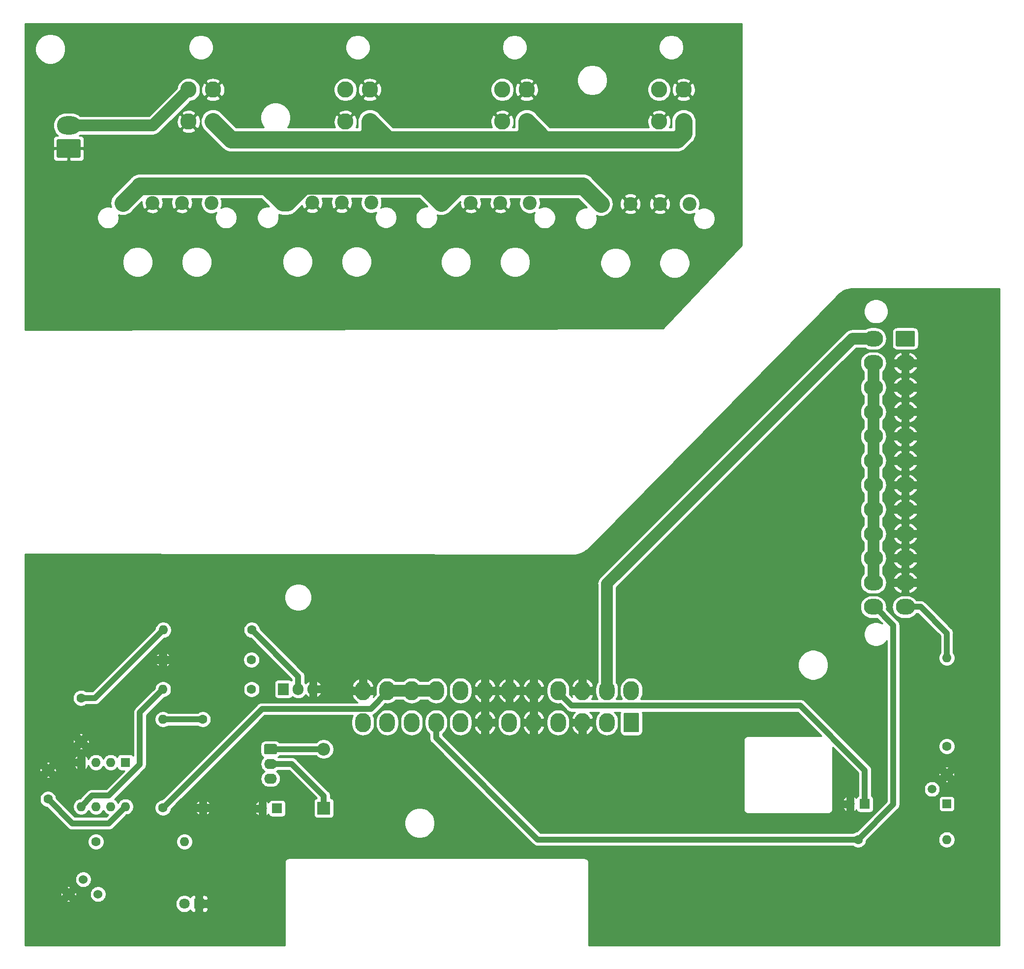
<source format=gbl>
G04 #@! TF.GenerationSoftware,KiCad,Pcbnew,(5.1.5-0-10_14)*
G04 #@! TF.CreationDate,2023-03-12T15:50:21+01:00*
G04 #@! TF.ProjectId,DC_Board,44435f42-6f61-4726-942e-6b696361645f,rev?*
G04 #@! TF.SameCoordinates,Original*
G04 #@! TF.FileFunction,Copper,L2,Bot*
G04 #@! TF.FilePolarity,Positive*
%FSLAX46Y46*%
G04 Gerber Fmt 4.6, Leading zero omitted, Abs format (unit mm)*
G04 Created by KiCad (PCBNEW (5.1.5-0-10_14)) date 2023-03-12 15:50:21*
%MOMM*%
%LPD*%
G04 APERTURE LIST*
%ADD10C,1.600000*%
%ADD11O,1.600000X1.600000*%
%ADD12R,1.800000X1.800000*%
%ADD13C,1.800000*%
%ADD14R,1.905000X2.000000*%
%ADD15O,1.905000X2.000000*%
%ADD16R,1.600000X1.600000*%
%ADD17C,2.800000*%
%ADD18O,1.700000X1.700000*%
%ADD19R,1.700000X1.700000*%
%ADD20O,2.200000X2.200000*%
%ADD21R,2.200000X2.200000*%
%ADD22C,0.100000*%
%ADD23O,2.200000X1.740000*%
%ADD24C,1.524000*%
%ADD25O,2.700000X3.300000*%
%ADD26C,1.500000*%
%ADD27R,1.500000X1.500000*%
%ADD28C,2.400000*%
%ADD29O,3.300000X2.700000*%
%ADD30O,4.100000X3.160000*%
%ADD31C,1.000000*%
%ADD32C,2.000000*%
%ADD33C,3.000000*%
%ADD34C,0.254000*%
G04 APERTURE END LIST*
D10*
X185390000Y-203680000D03*
D11*
X185390000Y-188440000D03*
D12*
X191600000Y-220190000D03*
D13*
X189060000Y-220190000D03*
D10*
X192240000Y-188440000D03*
D11*
X192240000Y-203680000D03*
D14*
X206130000Y-183230000D03*
D15*
X208670000Y-183230000D03*
X211210000Y-183230000D03*
D11*
X178930000Y-203470000D03*
X171310000Y-195850000D03*
X176390000Y-203470000D03*
X173850000Y-195850000D03*
X173850000Y-203470000D03*
X176390000Y-195850000D03*
X171310000Y-203470000D03*
D16*
X178930000Y-195850000D03*
D17*
X275000000Y-85500000D03*
X270800000Y-85500000D03*
X275000000Y-80000000D03*
X270800000Y-80000000D03*
X248000000Y-85500000D03*
X243800000Y-85500000D03*
X248000000Y-80000000D03*
X243800000Y-80000000D03*
X221000000Y-85500000D03*
X216800000Y-85500000D03*
X221000000Y-80000000D03*
X216800000Y-80000000D03*
X194000000Y-85500000D03*
X189800000Y-85500000D03*
X194000000Y-80000000D03*
X189800000Y-80000000D03*
D18*
X303680000Y-203020000D03*
D19*
X306220000Y-203020000D03*
D11*
X320280000Y-209150000D03*
D10*
X305040000Y-209150000D03*
D11*
X320320000Y-177850000D03*
D10*
X320320000Y-193090000D03*
D20*
X213080000Y-193560000D03*
D21*
X213080000Y-203720000D03*
G04 #@! TA.AperFunction,ComponentPad*
D22*
G36*
X204764505Y-192701204D02*
G01*
X204788773Y-192704804D01*
X204812572Y-192710765D01*
X204835671Y-192719030D01*
X204857850Y-192729520D01*
X204878893Y-192742132D01*
X204898599Y-192756747D01*
X204916777Y-192773223D01*
X204933253Y-192791401D01*
X204947868Y-192811107D01*
X204960480Y-192832150D01*
X204970970Y-192854329D01*
X204979235Y-192877428D01*
X204985196Y-192901227D01*
X204988796Y-192925495D01*
X204990000Y-192949999D01*
X204990000Y-194190001D01*
X204988796Y-194214505D01*
X204985196Y-194238773D01*
X204979235Y-194262572D01*
X204970970Y-194285671D01*
X204960480Y-194307850D01*
X204947868Y-194328893D01*
X204933253Y-194348599D01*
X204916777Y-194366777D01*
X204898599Y-194383253D01*
X204878893Y-194397868D01*
X204857850Y-194410480D01*
X204835671Y-194420970D01*
X204812572Y-194429235D01*
X204788773Y-194435196D01*
X204764505Y-194438796D01*
X204740001Y-194440000D01*
X203039999Y-194440000D01*
X203015495Y-194438796D01*
X202991227Y-194435196D01*
X202967428Y-194429235D01*
X202944329Y-194420970D01*
X202922150Y-194410480D01*
X202901107Y-194397868D01*
X202881401Y-194383253D01*
X202863223Y-194366777D01*
X202846747Y-194348599D01*
X202832132Y-194328893D01*
X202819520Y-194307850D01*
X202809030Y-194285671D01*
X202800765Y-194262572D01*
X202794804Y-194238773D01*
X202791204Y-194214505D01*
X202790000Y-194190001D01*
X202790000Y-192949999D01*
X202791204Y-192925495D01*
X202794804Y-192901227D01*
X202800765Y-192877428D01*
X202809030Y-192854329D01*
X202819520Y-192832150D01*
X202832132Y-192811107D01*
X202846747Y-192791401D01*
X202863223Y-192773223D01*
X202881401Y-192756747D01*
X202901107Y-192742132D01*
X202922150Y-192729520D01*
X202944329Y-192719030D01*
X202967428Y-192710765D01*
X202991227Y-192704804D01*
X203015495Y-192701204D01*
X203039999Y-192700000D01*
X204740001Y-192700000D01*
X204764505Y-192701204D01*
G37*
G04 #@! TD.AperFunction*
D23*
X203890000Y-196110000D03*
X203890000Y-198650000D03*
D11*
X189070000Y-209520000D03*
D10*
X173830000Y-209520000D03*
D24*
X174200000Y-218550000D03*
X169120000Y-218550000D03*
X171660000Y-216010000D03*
D10*
X200640000Y-183280000D03*
D11*
X185400000Y-183280000D03*
X185380000Y-178170000D03*
D10*
X200620000Y-178170000D03*
X200660000Y-173050000D03*
D11*
X185420000Y-173050000D03*
D10*
X171270000Y-184760000D03*
X171270000Y-192260000D03*
X165590000Y-202180000D03*
X165590000Y-197180000D03*
D25*
X219800000Y-183500000D03*
X224000000Y-183500000D03*
X228200000Y-183500000D03*
X232400000Y-183500000D03*
X236600000Y-183500000D03*
X240800000Y-183500000D03*
X245000000Y-183500000D03*
X249200000Y-183500000D03*
X253400000Y-183500000D03*
X257600000Y-183500000D03*
X261800000Y-183500000D03*
X266000000Y-183500000D03*
X219800000Y-189000000D03*
X224000000Y-189000000D03*
X228200000Y-189000000D03*
X232400000Y-189000000D03*
X236600000Y-189000000D03*
X240800000Y-189000000D03*
X245000000Y-189000000D03*
X249200000Y-189000000D03*
X253400000Y-189000000D03*
X257600000Y-189000000D03*
X261800000Y-189000000D03*
G04 #@! TA.AperFunction,ComponentPad*
D22*
G36*
X267124503Y-187351204D02*
G01*
X267148772Y-187354804D01*
X267172570Y-187360765D01*
X267195670Y-187369030D01*
X267217849Y-187379520D01*
X267238892Y-187392133D01*
X267258598Y-187406748D01*
X267276776Y-187423224D01*
X267293252Y-187441402D01*
X267307867Y-187461108D01*
X267320480Y-187482151D01*
X267330970Y-187504330D01*
X267339235Y-187527430D01*
X267345196Y-187551228D01*
X267348796Y-187575497D01*
X267350000Y-187600001D01*
X267350000Y-190399999D01*
X267348796Y-190424503D01*
X267345196Y-190448772D01*
X267339235Y-190472570D01*
X267330970Y-190495670D01*
X267320480Y-190517849D01*
X267307867Y-190538892D01*
X267293252Y-190558598D01*
X267276776Y-190576776D01*
X267258598Y-190593252D01*
X267238892Y-190607867D01*
X267217849Y-190620480D01*
X267195670Y-190630970D01*
X267172570Y-190639235D01*
X267148772Y-190645196D01*
X267124503Y-190648796D01*
X267099999Y-190650000D01*
X264900001Y-190650000D01*
X264875497Y-190648796D01*
X264851228Y-190645196D01*
X264827430Y-190639235D01*
X264804330Y-190630970D01*
X264782151Y-190620480D01*
X264761108Y-190607867D01*
X264741402Y-190593252D01*
X264723224Y-190576776D01*
X264706748Y-190558598D01*
X264692133Y-190538892D01*
X264679520Y-190517849D01*
X264669030Y-190495670D01*
X264660765Y-190472570D01*
X264654804Y-190448772D01*
X264651204Y-190424503D01*
X264650000Y-190399999D01*
X264650000Y-187600001D01*
X264651204Y-187575497D01*
X264654804Y-187551228D01*
X264660765Y-187527430D01*
X264669030Y-187504330D01*
X264679520Y-187482151D01*
X264692133Y-187461108D01*
X264706748Y-187441402D01*
X264723224Y-187423224D01*
X264741402Y-187406748D01*
X264761108Y-187392133D01*
X264782151Y-187379520D01*
X264804330Y-187369030D01*
X264827430Y-187360765D01*
X264851228Y-187354804D01*
X264875497Y-187351204D01*
X264900001Y-187350000D01*
X267099999Y-187350000D01*
X267124503Y-187351204D01*
G37*
G04 #@! TD.AperFunction*
D26*
X317770000Y-200460000D03*
X320310000Y-197920000D03*
D27*
X320310000Y-203000000D03*
D19*
X205040000Y-203790000D03*
D18*
X202500000Y-203790000D03*
D28*
X260760000Y-99670000D03*
X265840000Y-99670000D03*
X270920000Y-99670000D03*
X276000000Y-99670000D03*
X248530000Y-99520000D03*
X243450000Y-99520000D03*
X238370000Y-99520000D03*
X233290000Y-99520000D03*
X221240000Y-99480000D03*
X216160000Y-99480000D03*
X211080000Y-99480000D03*
X206000000Y-99480000D03*
X178480000Y-99520000D03*
X183560000Y-99520000D03*
X188640000Y-99520000D03*
X193720000Y-99520000D03*
G04 #@! TA.AperFunction,ComponentPad*
D22*
G36*
X314594503Y-121531204D02*
G01*
X314618772Y-121534804D01*
X314642570Y-121540765D01*
X314665670Y-121549030D01*
X314687849Y-121559520D01*
X314708892Y-121572133D01*
X314728598Y-121586748D01*
X314746776Y-121603224D01*
X314763252Y-121621402D01*
X314777867Y-121641108D01*
X314790480Y-121662151D01*
X314800970Y-121684330D01*
X314809235Y-121707430D01*
X314815196Y-121731228D01*
X314818796Y-121755497D01*
X314820000Y-121780001D01*
X314820000Y-123979999D01*
X314818796Y-124004503D01*
X314815196Y-124028772D01*
X314809235Y-124052570D01*
X314800970Y-124075670D01*
X314790480Y-124097849D01*
X314777867Y-124118892D01*
X314763252Y-124138598D01*
X314746776Y-124156776D01*
X314728598Y-124173252D01*
X314708892Y-124187867D01*
X314687849Y-124200480D01*
X314665670Y-124210970D01*
X314642570Y-124219235D01*
X314618772Y-124225196D01*
X314594503Y-124228796D01*
X314569999Y-124230000D01*
X311770001Y-124230000D01*
X311745497Y-124228796D01*
X311721228Y-124225196D01*
X311697430Y-124219235D01*
X311674330Y-124210970D01*
X311652151Y-124200480D01*
X311631108Y-124187867D01*
X311611402Y-124173252D01*
X311593224Y-124156776D01*
X311576748Y-124138598D01*
X311562133Y-124118892D01*
X311549520Y-124097849D01*
X311539030Y-124075670D01*
X311530765Y-124052570D01*
X311524804Y-124028772D01*
X311521204Y-124004503D01*
X311520000Y-123979999D01*
X311520000Y-121780001D01*
X311521204Y-121755497D01*
X311524804Y-121731228D01*
X311530765Y-121707430D01*
X311539030Y-121684330D01*
X311549520Y-121662151D01*
X311562133Y-121641108D01*
X311576748Y-121621402D01*
X311593224Y-121603224D01*
X311611402Y-121586748D01*
X311631108Y-121572133D01*
X311652151Y-121559520D01*
X311674330Y-121549030D01*
X311697430Y-121540765D01*
X311721228Y-121534804D01*
X311745497Y-121531204D01*
X311770001Y-121530000D01*
X314569999Y-121530000D01*
X314594503Y-121531204D01*
G37*
G04 #@! TD.AperFunction*
D29*
X313170000Y-127080000D03*
X313170000Y-131280000D03*
X313170000Y-135480000D03*
X313170000Y-139680000D03*
X313170000Y-143880000D03*
X313170000Y-148080000D03*
X313170000Y-152280000D03*
X313170000Y-156480000D03*
X313170000Y-160680000D03*
X313170000Y-164880000D03*
X313170000Y-169080000D03*
X307670000Y-122880000D03*
X307670000Y-127080000D03*
X307670000Y-131280000D03*
X307670000Y-135480000D03*
X307670000Y-139680000D03*
X307670000Y-143880000D03*
X307670000Y-148080000D03*
X307670000Y-152280000D03*
X307670000Y-156480000D03*
X307670000Y-160680000D03*
X307670000Y-164880000D03*
X307670000Y-169080000D03*
G04 #@! TA.AperFunction,ComponentPad*
D22*
G36*
X170974504Y-88551204D02*
G01*
X170998773Y-88554804D01*
X171022571Y-88560765D01*
X171045671Y-88569030D01*
X171067849Y-88579520D01*
X171088893Y-88592133D01*
X171108598Y-88606747D01*
X171126777Y-88623223D01*
X171143253Y-88641402D01*
X171157867Y-88661107D01*
X171170480Y-88682151D01*
X171180970Y-88704329D01*
X171189235Y-88727429D01*
X171195196Y-88751227D01*
X171198796Y-88775496D01*
X171200000Y-88800000D01*
X171200000Y-91460000D01*
X171198796Y-91484504D01*
X171195196Y-91508773D01*
X171189235Y-91532571D01*
X171180970Y-91555671D01*
X171170480Y-91577849D01*
X171157867Y-91598893D01*
X171143253Y-91618598D01*
X171126777Y-91636777D01*
X171108598Y-91653253D01*
X171088893Y-91667867D01*
X171067849Y-91680480D01*
X171045671Y-91690970D01*
X171022571Y-91699235D01*
X170998773Y-91705196D01*
X170974504Y-91708796D01*
X170950000Y-91710000D01*
X167350000Y-91710000D01*
X167325496Y-91708796D01*
X167301227Y-91705196D01*
X167277429Y-91699235D01*
X167254329Y-91690970D01*
X167232151Y-91680480D01*
X167211107Y-91667867D01*
X167191402Y-91653253D01*
X167173223Y-91636777D01*
X167156747Y-91618598D01*
X167142133Y-91598893D01*
X167129520Y-91577849D01*
X167119030Y-91555671D01*
X167110765Y-91532571D01*
X167104804Y-91508773D01*
X167101204Y-91484504D01*
X167100000Y-91460000D01*
X167100000Y-88800000D01*
X167101204Y-88775496D01*
X167104804Y-88751227D01*
X167110765Y-88727429D01*
X167119030Y-88704329D01*
X167129520Y-88682151D01*
X167142133Y-88661107D01*
X167156747Y-88641402D01*
X167173223Y-88623223D01*
X167191402Y-88606747D01*
X167211107Y-88592133D01*
X167232151Y-88579520D01*
X167254329Y-88569030D01*
X167277429Y-88560765D01*
X167301227Y-88554804D01*
X167325496Y-88551204D01*
X167350000Y-88550000D01*
X170950000Y-88550000D01*
X170974504Y-88551204D01*
G37*
G04 #@! TD.AperFunction*
D30*
X169150000Y-86170000D03*
D31*
X232400000Y-191650000D02*
X232400000Y-189000000D01*
X249900000Y-209150000D02*
X232400000Y-191650000D01*
X305040000Y-209150000D02*
X249900000Y-209150000D01*
X307970000Y-169080000D02*
X307670000Y-169080000D01*
X307970000Y-169080000D02*
X311110000Y-172220000D01*
X311110000Y-203080000D02*
X305040000Y-209150000D01*
X311110000Y-172220000D02*
X311110000Y-203080000D01*
X179060000Y-203600000D02*
X178930000Y-203470000D01*
D32*
X224000000Y-183500000D02*
X232400000Y-183500000D01*
X307670000Y-127080000D02*
X307670000Y-164880000D01*
D31*
X178930000Y-203470000D02*
X176060000Y-206340000D01*
X176060000Y-206340000D02*
X169750000Y-206340000D01*
X169750000Y-206340000D02*
X165590000Y-202180000D01*
X202420010Y-186649990D02*
X186189999Y-202880001D01*
X224000000Y-183800000D02*
X221150010Y-186649990D01*
X186189999Y-202880001D02*
X185390000Y-203680000D01*
X221150010Y-186649990D02*
X202420010Y-186649990D01*
X224000000Y-183500000D02*
X224000000Y-183800000D01*
D32*
X304020000Y-122880000D02*
X307670000Y-122880000D01*
X261800000Y-165100000D02*
X304020000Y-122880000D01*
X261800000Y-183500000D02*
X261800000Y-165100000D01*
D31*
X207570000Y-196110000D02*
X205990000Y-196110000D01*
X205990000Y-196110000D02*
X203890000Y-196110000D01*
X213080000Y-201620000D02*
X207570000Y-196110000D01*
X213080000Y-203720000D02*
X213080000Y-201620000D01*
D32*
X313170000Y-169080000D02*
X312870000Y-169080000D01*
D31*
X320320000Y-176718630D02*
X320320000Y-177850000D01*
X320320000Y-173580000D02*
X320320000Y-176718630D01*
X315820000Y-169080000D02*
X320320000Y-173580000D01*
X313170000Y-169080000D02*
X315820000Y-169080000D01*
X253400000Y-183800000D02*
X255680000Y-186080000D01*
X253400000Y-183500000D02*
X253400000Y-183800000D01*
X295105318Y-186080000D02*
X255680000Y-186080000D01*
X306220000Y-197194682D02*
X295105318Y-186080000D01*
X306220000Y-203020000D02*
X306220000Y-197194682D01*
X203900000Y-193560000D02*
X203890000Y-193570000D01*
X213080000Y-193560000D02*
X203900000Y-193560000D01*
X208670000Y-181060000D02*
X208670000Y-183230000D01*
X200660000Y-173050000D02*
X208670000Y-181060000D01*
X176060002Y-201580000D02*
X173200000Y-201580000D01*
X181400000Y-196240002D02*
X176060002Y-201580000D01*
X181400000Y-187280000D02*
X181400000Y-196240002D01*
X185400000Y-183280000D02*
X181400000Y-187280000D01*
X173200000Y-201580000D02*
X171310000Y-203470000D01*
X185390000Y-188440000D02*
X192240000Y-188440000D01*
X173710000Y-184760000D02*
X171270000Y-184760000D01*
X185420000Y-173050000D02*
X173710000Y-184760000D01*
D33*
X219879897Y-88600001D02*
X221000000Y-87479898D01*
X221000000Y-87479898D02*
X221000000Y-85500000D01*
X197100001Y-88600001D02*
X219879897Y-88600001D01*
X194000000Y-85500000D02*
X197100001Y-88600001D01*
X246879897Y-88600001D02*
X248000000Y-87479898D01*
X248000000Y-87479898D02*
X248000000Y-85500000D01*
X221000000Y-85500000D02*
X224100001Y-88600001D01*
X251100001Y-88600001D02*
X273879897Y-88600001D01*
X248000000Y-85500000D02*
X251100001Y-88600001D01*
X224100001Y-88600001D02*
X246879897Y-88600001D01*
X273879897Y-88600001D02*
X275000000Y-87479898D01*
X275000000Y-87479898D02*
X275000000Y-85500000D01*
X197100001Y-88600001D02*
X273879897Y-88600001D01*
X204800001Y-98280001D02*
X206000000Y-99480000D01*
X203139999Y-96619999D02*
X204800001Y-98280001D01*
X181380001Y-96619999D02*
X203139999Y-96619999D01*
X178480000Y-99520000D02*
X181380001Y-96619999D01*
X230349999Y-96579999D02*
X232090001Y-98320001D01*
X209687999Y-96579999D02*
X230349999Y-96579999D01*
X232090001Y-98320001D02*
X233290000Y-99520000D01*
X206787998Y-99480000D02*
X209687999Y-96579999D01*
X206000000Y-99480000D02*
X206787998Y-99480000D01*
X259560001Y-98470001D02*
X260760000Y-99670000D01*
X257709999Y-96619999D02*
X259560001Y-98470001D01*
X236190001Y-96619999D02*
X257709999Y-96619999D01*
X233290000Y-99520000D02*
X236190001Y-96619999D01*
X257669999Y-96579999D02*
X257709999Y-96619999D01*
X181380001Y-96619999D02*
X181420001Y-96579999D01*
X181420001Y-96579999D02*
X257669999Y-96579999D01*
D32*
X183630000Y-86170000D02*
X189800000Y-80000000D01*
X169150000Y-86170000D02*
X183630000Y-86170000D01*
D34*
G36*
X329340000Y-227340000D02*
G01*
X258660000Y-227340000D01*
X258660000Y-213032419D01*
X258663193Y-213000000D01*
X258650450Y-212870617D01*
X258612710Y-212746207D01*
X258551425Y-212631550D01*
X258468948Y-212531052D01*
X258368450Y-212448575D01*
X258253793Y-212387290D01*
X258129383Y-212349550D01*
X258032419Y-212340000D01*
X258000000Y-212336807D01*
X257967581Y-212340000D01*
X207032419Y-212340000D01*
X207000000Y-212336807D01*
X206967581Y-212340000D01*
X206870617Y-212349550D01*
X206746207Y-212387290D01*
X206631550Y-212448575D01*
X206531052Y-212531052D01*
X206448575Y-212631550D01*
X206387290Y-212746207D01*
X206349550Y-212870617D01*
X206336807Y-213000000D01*
X206340000Y-213032419D01*
X206340001Y-227340000D01*
X161660000Y-227340000D01*
X161660000Y-220038816D01*
X187525000Y-220038816D01*
X187525000Y-220341184D01*
X187583989Y-220637743D01*
X187699701Y-220917095D01*
X187867688Y-221168505D01*
X188081495Y-221382312D01*
X188332905Y-221550299D01*
X188612257Y-221666011D01*
X188908816Y-221725000D01*
X189211184Y-221725000D01*
X189507743Y-221666011D01*
X189787095Y-221550299D01*
X190038505Y-221382312D01*
X190104944Y-221315873D01*
X190110498Y-221334180D01*
X190169463Y-221444494D01*
X190248815Y-221541185D01*
X190345506Y-221620537D01*
X190455820Y-221679502D01*
X190575518Y-221715812D01*
X190700000Y-221728072D01*
X190868250Y-221725000D01*
X191027000Y-221566250D01*
X191027000Y-220763000D01*
X192173000Y-220763000D01*
X192173000Y-221566250D01*
X192331750Y-221725000D01*
X192500000Y-221728072D01*
X192624482Y-221715812D01*
X192744180Y-221679502D01*
X192854494Y-221620537D01*
X192951185Y-221541185D01*
X193030537Y-221444494D01*
X193089502Y-221334180D01*
X193125812Y-221214482D01*
X193138072Y-221090000D01*
X193135000Y-220921750D01*
X192976250Y-220763000D01*
X192173000Y-220763000D01*
X191027000Y-220763000D01*
X191007000Y-220763000D01*
X191007000Y-219617000D01*
X191027000Y-219617000D01*
X191027000Y-218813750D01*
X192173000Y-218813750D01*
X192173000Y-219617000D01*
X192976250Y-219617000D01*
X193135000Y-219458250D01*
X193138072Y-219290000D01*
X193125812Y-219165518D01*
X193089502Y-219045820D01*
X193030537Y-218935506D01*
X192951185Y-218838815D01*
X192854494Y-218759463D01*
X192744180Y-218700498D01*
X192624482Y-218664188D01*
X192500000Y-218651928D01*
X192331750Y-218655000D01*
X192173000Y-218813750D01*
X191027000Y-218813750D01*
X190868250Y-218655000D01*
X190700000Y-218651928D01*
X190575518Y-218664188D01*
X190455820Y-218700498D01*
X190345506Y-218759463D01*
X190248815Y-218838815D01*
X190169463Y-218935506D01*
X190110498Y-219045820D01*
X190104944Y-219064127D01*
X190038505Y-218997688D01*
X189787095Y-218829701D01*
X189507743Y-218713989D01*
X189211184Y-218655000D01*
X188908816Y-218655000D01*
X188612257Y-218713989D01*
X188332905Y-218829701D01*
X188081495Y-218997688D01*
X187867688Y-219211495D01*
X187699701Y-219462905D01*
X187583989Y-219742257D01*
X187525000Y-220038816D01*
X161660000Y-220038816D01*
X161660000Y-219736747D01*
X168743597Y-219736747D01*
X168830327Y-219923546D01*
X169103858Y-219953666D01*
X169378010Y-219929845D01*
X169409673Y-219923546D01*
X169496403Y-219736747D01*
X169120000Y-219360344D01*
X168743597Y-219736747D01*
X161660000Y-219736747D01*
X161660000Y-218533858D01*
X167716334Y-218533858D01*
X167740155Y-218808010D01*
X167746454Y-218839673D01*
X167933253Y-218926403D01*
X168309656Y-218550000D01*
X169930344Y-218550000D01*
X170306747Y-218926403D01*
X170493546Y-218839673D01*
X170523666Y-218566142D01*
X170510309Y-218412408D01*
X172803000Y-218412408D01*
X172803000Y-218687592D01*
X172856686Y-218957490D01*
X172961995Y-219211727D01*
X173114880Y-219440535D01*
X173309465Y-219635120D01*
X173538273Y-219788005D01*
X173792510Y-219893314D01*
X174062408Y-219947000D01*
X174337592Y-219947000D01*
X174607490Y-219893314D01*
X174861727Y-219788005D01*
X175090535Y-219635120D01*
X175285120Y-219440535D01*
X175438005Y-219211727D01*
X175543314Y-218957490D01*
X175597000Y-218687592D01*
X175597000Y-218412408D01*
X175543314Y-218142510D01*
X175438005Y-217888273D01*
X175285120Y-217659465D01*
X175090535Y-217464880D01*
X174861727Y-217311995D01*
X174607490Y-217206686D01*
X174337592Y-217153000D01*
X174062408Y-217153000D01*
X173792510Y-217206686D01*
X173538273Y-217311995D01*
X173309465Y-217464880D01*
X173114880Y-217659465D01*
X172961995Y-217888273D01*
X172856686Y-218142510D01*
X172803000Y-218412408D01*
X170510309Y-218412408D01*
X170499845Y-218291990D01*
X170493546Y-218260327D01*
X170306747Y-218173597D01*
X169930344Y-218550000D01*
X168309656Y-218550000D01*
X167933253Y-218173597D01*
X167746454Y-218260327D01*
X167716334Y-218533858D01*
X161660000Y-218533858D01*
X161660000Y-217363253D01*
X168743597Y-217363253D01*
X169120000Y-217739656D01*
X169496403Y-217363253D01*
X169409673Y-217176454D01*
X169136142Y-217146334D01*
X168861990Y-217170155D01*
X168830327Y-217176454D01*
X168743597Y-217363253D01*
X161660000Y-217363253D01*
X161660000Y-215872408D01*
X170263000Y-215872408D01*
X170263000Y-216147592D01*
X170316686Y-216417490D01*
X170421995Y-216671727D01*
X170574880Y-216900535D01*
X170769465Y-217095120D01*
X170998273Y-217248005D01*
X171252510Y-217353314D01*
X171522408Y-217407000D01*
X171797592Y-217407000D01*
X172067490Y-217353314D01*
X172321727Y-217248005D01*
X172550535Y-217095120D01*
X172745120Y-216900535D01*
X172898005Y-216671727D01*
X173003314Y-216417490D01*
X173057000Y-216147592D01*
X173057000Y-215872408D01*
X173003314Y-215602510D01*
X172898005Y-215348273D01*
X172745120Y-215119465D01*
X172550535Y-214924880D01*
X172321727Y-214771995D01*
X172067490Y-214666686D01*
X171797592Y-214613000D01*
X171522408Y-214613000D01*
X171252510Y-214666686D01*
X170998273Y-214771995D01*
X170769465Y-214924880D01*
X170574880Y-215119465D01*
X170421995Y-215348273D01*
X170316686Y-215602510D01*
X170263000Y-215872408D01*
X161660000Y-215872408D01*
X161660000Y-209378665D01*
X172395000Y-209378665D01*
X172395000Y-209661335D01*
X172450147Y-209938574D01*
X172558320Y-210199727D01*
X172715363Y-210434759D01*
X172915241Y-210634637D01*
X173150273Y-210791680D01*
X173411426Y-210899853D01*
X173688665Y-210955000D01*
X173971335Y-210955000D01*
X174248574Y-210899853D01*
X174509727Y-210791680D01*
X174744759Y-210634637D01*
X174944637Y-210434759D01*
X175101680Y-210199727D01*
X175209853Y-209938574D01*
X175265000Y-209661335D01*
X175265000Y-209378665D01*
X187635000Y-209378665D01*
X187635000Y-209661335D01*
X187690147Y-209938574D01*
X187798320Y-210199727D01*
X187955363Y-210434759D01*
X188155241Y-210634637D01*
X188390273Y-210791680D01*
X188651426Y-210899853D01*
X188928665Y-210955000D01*
X189211335Y-210955000D01*
X189488574Y-210899853D01*
X189749727Y-210791680D01*
X189984759Y-210634637D01*
X190184637Y-210434759D01*
X190341680Y-210199727D01*
X190449853Y-209938574D01*
X190505000Y-209661335D01*
X190505000Y-209378665D01*
X190449853Y-209101426D01*
X190341680Y-208840273D01*
X190184637Y-208605241D01*
X189984759Y-208405363D01*
X189749727Y-208248320D01*
X189488574Y-208140147D01*
X189211335Y-208085000D01*
X188928665Y-208085000D01*
X188651426Y-208140147D01*
X188390273Y-208248320D01*
X188155241Y-208405363D01*
X187955363Y-208605241D01*
X187798320Y-208840273D01*
X187690147Y-209101426D01*
X187635000Y-209378665D01*
X175265000Y-209378665D01*
X175209853Y-209101426D01*
X175101680Y-208840273D01*
X174944637Y-208605241D01*
X174744759Y-208405363D01*
X174509727Y-208248320D01*
X174248574Y-208140147D01*
X173971335Y-208085000D01*
X173688665Y-208085000D01*
X173411426Y-208140147D01*
X173150273Y-208248320D01*
X172915241Y-208405363D01*
X172715363Y-208605241D01*
X172558320Y-208840273D01*
X172450147Y-209101426D01*
X172395000Y-209378665D01*
X161660000Y-209378665D01*
X161660000Y-202038665D01*
X164155000Y-202038665D01*
X164155000Y-202321335D01*
X164210147Y-202598574D01*
X164318320Y-202859727D01*
X164475363Y-203094759D01*
X164675241Y-203294637D01*
X164910273Y-203451680D01*
X165171426Y-203559853D01*
X165412719Y-203607850D01*
X168908009Y-207103141D01*
X168943551Y-207146449D01*
X169116377Y-207288284D01*
X169313553Y-207393676D01*
X169527501Y-207458577D01*
X169694248Y-207475000D01*
X169694257Y-207475000D01*
X169749999Y-207480490D01*
X169805741Y-207475000D01*
X176004249Y-207475000D01*
X176060000Y-207480491D01*
X176115751Y-207475000D01*
X176115752Y-207475000D01*
X176282499Y-207458577D01*
X176496447Y-207393676D01*
X176693623Y-207288284D01*
X176866449Y-207146449D01*
X176901996Y-207103135D01*
X177974656Y-206030475D01*
X226945000Y-206030475D01*
X226945000Y-206549525D01*
X227046261Y-207058601D01*
X227244893Y-207538141D01*
X227533262Y-207969715D01*
X227900285Y-208336738D01*
X228331859Y-208625107D01*
X228811399Y-208823739D01*
X229320475Y-208925000D01*
X229839525Y-208925000D01*
X230348601Y-208823739D01*
X230828141Y-208625107D01*
X231259715Y-208336738D01*
X231626738Y-207969715D01*
X231915107Y-207538141D01*
X232113739Y-207058601D01*
X232215000Y-206549525D01*
X232215000Y-206030475D01*
X232113739Y-205521399D01*
X231915107Y-205041859D01*
X231626738Y-204610285D01*
X231259715Y-204243262D01*
X230828141Y-203954893D01*
X230348601Y-203756261D01*
X229839525Y-203655000D01*
X229320475Y-203655000D01*
X228811399Y-203756261D01*
X228331859Y-203954893D01*
X227900285Y-204243262D01*
X227533262Y-204610285D01*
X227244893Y-205041859D01*
X227046261Y-205521399D01*
X226945000Y-206030475D01*
X177974656Y-206030475D01*
X179107282Y-204897850D01*
X179348574Y-204849853D01*
X179609727Y-204741680D01*
X179844759Y-204584637D01*
X180044637Y-204384759D01*
X180201680Y-204149727D01*
X180309853Y-203888574D01*
X180365000Y-203611335D01*
X180365000Y-203538665D01*
X183955000Y-203538665D01*
X183955000Y-203821335D01*
X184010147Y-204098574D01*
X184118320Y-204359727D01*
X184275363Y-204594759D01*
X184475241Y-204794637D01*
X184710273Y-204951680D01*
X184971426Y-205059853D01*
X185248665Y-205115000D01*
X185531335Y-205115000D01*
X185808574Y-205059853D01*
X186069727Y-204951680D01*
X186304759Y-204794637D01*
X186504637Y-204594759D01*
X186600185Y-204451760D01*
X191030175Y-204451760D01*
X191203984Y-204672956D01*
X191417607Y-204855993D01*
X191468244Y-204889800D01*
X191667000Y-204820388D01*
X191667000Y-204253000D01*
X192813000Y-204253000D01*
X192813000Y-204820388D01*
X193011756Y-204889800D01*
X193062393Y-204855993D01*
X193276016Y-204672956D01*
X193356711Y-204570260D01*
X201236505Y-204570260D01*
X201295602Y-204658744D01*
X201488228Y-204877018D01*
X201719736Y-205053518D01*
X201927000Y-205001272D01*
X201927000Y-204363000D01*
X201303919Y-204363000D01*
X201236505Y-204570260D01*
X193356711Y-204570260D01*
X193449825Y-204451760D01*
X193396910Y-204253000D01*
X192813000Y-204253000D01*
X191667000Y-204253000D01*
X191083090Y-204253000D01*
X191030175Y-204451760D01*
X186600185Y-204451760D01*
X186661680Y-204359727D01*
X186769853Y-204098574D01*
X186817850Y-203857282D01*
X187031987Y-203643145D01*
X187031992Y-203643139D01*
X187766891Y-202908240D01*
X191030175Y-202908240D01*
X191083090Y-203107000D01*
X191667000Y-203107000D01*
X191667000Y-202539612D01*
X192813000Y-202539612D01*
X192813000Y-203107000D01*
X193396910Y-203107000D01*
X193422803Y-203009740D01*
X201236505Y-203009740D01*
X201303919Y-203217000D01*
X201927000Y-203217000D01*
X201927000Y-202578728D01*
X203073000Y-202578728D01*
X203073000Y-203217000D01*
X203093000Y-203217000D01*
X203093000Y-204363000D01*
X203073000Y-204363000D01*
X203073000Y-205001272D01*
X203280264Y-205053518D01*
X203511772Y-204877018D01*
X203576184Y-204804029D01*
X203600498Y-204884180D01*
X203659463Y-204994494D01*
X203738815Y-205091185D01*
X203835506Y-205170537D01*
X203945820Y-205229502D01*
X204065518Y-205265812D01*
X204190000Y-205278072D01*
X205890000Y-205278072D01*
X206014482Y-205265812D01*
X206134180Y-205229502D01*
X206244494Y-205170537D01*
X206341185Y-205091185D01*
X206420537Y-204994494D01*
X206479502Y-204884180D01*
X206515812Y-204764482D01*
X206528072Y-204640000D01*
X206528072Y-202940000D01*
X206515812Y-202815518D01*
X206479502Y-202695820D01*
X206420537Y-202585506D01*
X206341185Y-202488815D01*
X206244494Y-202409463D01*
X206134180Y-202350498D01*
X206014482Y-202314188D01*
X205890000Y-202301928D01*
X204190000Y-202301928D01*
X204065518Y-202314188D01*
X203945820Y-202350498D01*
X203835506Y-202409463D01*
X203738815Y-202488815D01*
X203659463Y-202585506D01*
X203600498Y-202695820D01*
X203576184Y-202775971D01*
X203511772Y-202702982D01*
X203280264Y-202526482D01*
X203073000Y-202578728D01*
X201927000Y-202578728D01*
X201719736Y-202526482D01*
X201488228Y-202702982D01*
X201295602Y-202921256D01*
X201236505Y-203009740D01*
X193422803Y-203009740D01*
X193449825Y-202908240D01*
X193276016Y-202687044D01*
X193062393Y-202504007D01*
X193011756Y-202470200D01*
X192813000Y-202539612D01*
X191667000Y-202539612D01*
X191468244Y-202470200D01*
X191417607Y-202504007D01*
X191203984Y-202687044D01*
X191030175Y-202908240D01*
X187766891Y-202908240D01*
X194565131Y-196110000D01*
X202147718Y-196110000D01*
X202176776Y-196405032D01*
X202262834Y-196688725D01*
X202402583Y-196950179D01*
X202590655Y-197179345D01*
X202819821Y-197367417D01*
X202843362Y-197380000D01*
X202819821Y-197392583D01*
X202590655Y-197580655D01*
X202402583Y-197809821D01*
X202262834Y-198071275D01*
X202176776Y-198354968D01*
X202147718Y-198650000D01*
X202176776Y-198945032D01*
X202262834Y-199228725D01*
X202402583Y-199490179D01*
X202590655Y-199719345D01*
X202819821Y-199907417D01*
X203081275Y-200047166D01*
X203364968Y-200133224D01*
X203586064Y-200155000D01*
X204193936Y-200155000D01*
X204415032Y-200133224D01*
X204698725Y-200047166D01*
X204960179Y-199907417D01*
X205189345Y-199719345D01*
X205377417Y-199490179D01*
X205517166Y-199228725D01*
X205603224Y-198945032D01*
X205632282Y-198650000D01*
X205603224Y-198354968D01*
X205517166Y-198071275D01*
X205377417Y-197809821D01*
X205189345Y-197580655D01*
X204960179Y-197392583D01*
X204936638Y-197380000D01*
X204960179Y-197367417D01*
X205109344Y-197245000D01*
X207099869Y-197245000D01*
X211850559Y-201995692D01*
X211735820Y-202030498D01*
X211625506Y-202089463D01*
X211528815Y-202168815D01*
X211449463Y-202265506D01*
X211390498Y-202375820D01*
X211354188Y-202495518D01*
X211341928Y-202620000D01*
X211341928Y-204820000D01*
X211354188Y-204944482D01*
X211390498Y-205064180D01*
X211449463Y-205174494D01*
X211528815Y-205271185D01*
X211625506Y-205350537D01*
X211735820Y-205409502D01*
X211855518Y-205445812D01*
X211980000Y-205458072D01*
X214180000Y-205458072D01*
X214304482Y-205445812D01*
X214424180Y-205409502D01*
X214534494Y-205350537D01*
X214631185Y-205271185D01*
X214710537Y-205174494D01*
X214769502Y-205064180D01*
X214805812Y-204944482D01*
X214818072Y-204820000D01*
X214818072Y-202620000D01*
X214805812Y-202495518D01*
X214769502Y-202375820D01*
X214710537Y-202265506D01*
X214631185Y-202168815D01*
X214534494Y-202089463D01*
X214424180Y-202030498D01*
X214304482Y-201994188D01*
X214215000Y-201985375D01*
X214215000Y-201675752D01*
X214220491Y-201620000D01*
X214198577Y-201397501D01*
X214133676Y-201183553D01*
X214028284Y-200986377D01*
X213921989Y-200856856D01*
X213921987Y-200856854D01*
X213886449Y-200813551D01*
X213843146Y-200778013D01*
X208411996Y-195346865D01*
X208376449Y-195303551D01*
X208203623Y-195161716D01*
X208006447Y-195056324D01*
X207792499Y-194991423D01*
X207625752Y-194975000D01*
X207625751Y-194975000D01*
X207570000Y-194969509D01*
X207514249Y-194975000D01*
X205146214Y-194975000D01*
X205233387Y-194928405D01*
X205367962Y-194817962D01*
X205468874Y-194695000D01*
X211761339Y-194695000D01*
X211974002Y-194907663D01*
X212258169Y-195097537D01*
X212573919Y-195228325D01*
X212909117Y-195295000D01*
X213250883Y-195295000D01*
X213586081Y-195228325D01*
X213901831Y-195097537D01*
X214185998Y-194907663D01*
X214427663Y-194665998D01*
X214617537Y-194381831D01*
X214748325Y-194066081D01*
X214815000Y-193730883D01*
X214815000Y-193389117D01*
X214748325Y-193053919D01*
X214617537Y-192738169D01*
X214427663Y-192454002D01*
X214185998Y-192212337D01*
X213901831Y-192022463D01*
X213586081Y-191891675D01*
X213250883Y-191825000D01*
X212909117Y-191825000D01*
X212573919Y-191891675D01*
X212258169Y-192022463D01*
X211974002Y-192212337D01*
X211761339Y-192425000D01*
X205452461Y-192425000D01*
X205367962Y-192322038D01*
X205233387Y-192211595D01*
X205079851Y-192129528D01*
X204913255Y-192078992D01*
X204740001Y-192061928D01*
X203039999Y-192061928D01*
X202866745Y-192078992D01*
X202700149Y-192129528D01*
X202546613Y-192211595D01*
X202412038Y-192322038D01*
X202301595Y-192456613D01*
X202219528Y-192610149D01*
X202168992Y-192776745D01*
X202151928Y-192949999D01*
X202151928Y-194190001D01*
X202168992Y-194363255D01*
X202219528Y-194529851D01*
X202301595Y-194683387D01*
X202412038Y-194817962D01*
X202546613Y-194928405D01*
X202656114Y-194986934D01*
X202590655Y-195040655D01*
X202402583Y-195269821D01*
X202262834Y-195531275D01*
X202176776Y-195814968D01*
X202147718Y-196110000D01*
X194565131Y-196110000D01*
X202890143Y-187784990D01*
X218038315Y-187784990D01*
X217957226Y-187936698D01*
X217843722Y-188310872D01*
X217815000Y-188602490D01*
X217815000Y-189397509D01*
X217843722Y-189689127D01*
X217957226Y-190063301D01*
X218141547Y-190408143D01*
X218389602Y-190710398D01*
X218691857Y-190958453D01*
X219036698Y-191142774D01*
X219410872Y-191256278D01*
X219800000Y-191294604D01*
X220189127Y-191256278D01*
X220563301Y-191142774D01*
X220908143Y-190958453D01*
X221210398Y-190710398D01*
X221458453Y-190408143D01*
X221642774Y-190063302D01*
X221756278Y-189689128D01*
X221785000Y-189397510D01*
X221785000Y-188602491D01*
X221785000Y-188602490D01*
X222015000Y-188602490D01*
X222015000Y-189397509D01*
X222043722Y-189689127D01*
X222157226Y-190063301D01*
X222341547Y-190408143D01*
X222589602Y-190710398D01*
X222891857Y-190958453D01*
X223236698Y-191142774D01*
X223610872Y-191256278D01*
X224000000Y-191294604D01*
X224389127Y-191256278D01*
X224763301Y-191142774D01*
X225108143Y-190958453D01*
X225410398Y-190710398D01*
X225658453Y-190408143D01*
X225842774Y-190063302D01*
X225956278Y-189689128D01*
X225985000Y-189397510D01*
X225985000Y-188602491D01*
X225985000Y-188602490D01*
X226215000Y-188602490D01*
X226215000Y-189397509D01*
X226243722Y-189689127D01*
X226357226Y-190063301D01*
X226541547Y-190408143D01*
X226789602Y-190710398D01*
X227091857Y-190958453D01*
X227436698Y-191142774D01*
X227810872Y-191256278D01*
X228200000Y-191294604D01*
X228589127Y-191256278D01*
X228963301Y-191142774D01*
X229308143Y-190958453D01*
X229610398Y-190710398D01*
X229858453Y-190408143D01*
X230042774Y-190063302D01*
X230156278Y-189689128D01*
X230185000Y-189397510D01*
X230185000Y-188602491D01*
X230185000Y-188602490D01*
X230415000Y-188602490D01*
X230415000Y-189397509D01*
X230443722Y-189689127D01*
X230557226Y-190063301D01*
X230741547Y-190408143D01*
X230989602Y-190710398D01*
X231265000Y-190936412D01*
X231265000Y-191594248D01*
X231259509Y-191650000D01*
X231265000Y-191705751D01*
X231281423Y-191872498D01*
X231346324Y-192086446D01*
X231451716Y-192283623D01*
X231593551Y-192456449D01*
X231636865Y-192491996D01*
X249058009Y-209913141D01*
X249093551Y-209956449D01*
X249266377Y-210098284D01*
X249463553Y-210203676D01*
X249677501Y-210268577D01*
X249844248Y-210285000D01*
X249844257Y-210285000D01*
X249899999Y-210290490D01*
X249955741Y-210285000D01*
X304155716Y-210285000D01*
X304360273Y-210421680D01*
X304621426Y-210529853D01*
X304898665Y-210585000D01*
X305181335Y-210585000D01*
X305458574Y-210529853D01*
X305719727Y-210421680D01*
X305954759Y-210264637D01*
X306154637Y-210064759D01*
X306311680Y-209829727D01*
X306419853Y-209568574D01*
X306467850Y-209327281D01*
X306786466Y-209008665D01*
X318845000Y-209008665D01*
X318845000Y-209291335D01*
X318900147Y-209568574D01*
X319008320Y-209829727D01*
X319165363Y-210064759D01*
X319365241Y-210264637D01*
X319600273Y-210421680D01*
X319861426Y-210529853D01*
X320138665Y-210585000D01*
X320421335Y-210585000D01*
X320698574Y-210529853D01*
X320959727Y-210421680D01*
X321194759Y-210264637D01*
X321394637Y-210064759D01*
X321551680Y-209829727D01*
X321659853Y-209568574D01*
X321715000Y-209291335D01*
X321715000Y-209008665D01*
X321659853Y-208731426D01*
X321551680Y-208470273D01*
X321394637Y-208235241D01*
X321194759Y-208035363D01*
X320959727Y-207878320D01*
X320698574Y-207770147D01*
X320421335Y-207715000D01*
X320138665Y-207715000D01*
X319861426Y-207770147D01*
X319600273Y-207878320D01*
X319365241Y-208035363D01*
X319165363Y-208235241D01*
X319008320Y-208470273D01*
X318900147Y-208731426D01*
X318845000Y-209008665D01*
X306786466Y-209008665D01*
X311873141Y-203921991D01*
X311916449Y-203886449D01*
X312058284Y-203713623D01*
X312163676Y-203516447D01*
X312228577Y-203302499D01*
X312245000Y-203135752D01*
X312245000Y-203135743D01*
X312250490Y-203080001D01*
X312245000Y-203024259D01*
X312245000Y-202250000D01*
X318921928Y-202250000D01*
X318921928Y-203750000D01*
X318934188Y-203874482D01*
X318970498Y-203994180D01*
X319029463Y-204104494D01*
X319108815Y-204201185D01*
X319205506Y-204280537D01*
X319315820Y-204339502D01*
X319435518Y-204375812D01*
X319560000Y-204388072D01*
X321060000Y-204388072D01*
X321184482Y-204375812D01*
X321304180Y-204339502D01*
X321414494Y-204280537D01*
X321511185Y-204201185D01*
X321590537Y-204104494D01*
X321649502Y-203994180D01*
X321685812Y-203874482D01*
X321698072Y-203750000D01*
X321698072Y-202250000D01*
X321685812Y-202125518D01*
X321649502Y-202005820D01*
X321590537Y-201895506D01*
X321511185Y-201798815D01*
X321414494Y-201719463D01*
X321304180Y-201660498D01*
X321184482Y-201624188D01*
X321060000Y-201611928D01*
X319560000Y-201611928D01*
X319435518Y-201624188D01*
X319315820Y-201660498D01*
X319205506Y-201719463D01*
X319108815Y-201798815D01*
X319029463Y-201895506D01*
X318970498Y-202005820D01*
X318934188Y-202125518D01*
X318921928Y-202250000D01*
X312245000Y-202250000D01*
X312245000Y-200323589D01*
X316385000Y-200323589D01*
X316385000Y-200596411D01*
X316438225Y-200863989D01*
X316542629Y-201116043D01*
X316694201Y-201342886D01*
X316887114Y-201535799D01*
X317113957Y-201687371D01*
X317366011Y-201791775D01*
X317633589Y-201845000D01*
X317906411Y-201845000D01*
X318173989Y-201791775D01*
X318426043Y-201687371D01*
X318652886Y-201535799D01*
X318845799Y-201342886D01*
X318997371Y-201116043D01*
X319101775Y-200863989D01*
X319155000Y-200596411D01*
X319155000Y-200323589D01*
X319101775Y-200056011D01*
X318997371Y-199803957D01*
X318845799Y-199577114D01*
X318652886Y-199384201D01*
X318426043Y-199232629D01*
X318173989Y-199128225D01*
X318017671Y-199097131D01*
X319943214Y-199097131D01*
X320028097Y-199282851D01*
X320299393Y-199311661D01*
X320571096Y-199286990D01*
X320591903Y-199282851D01*
X320676786Y-199097131D01*
X320310000Y-198730344D01*
X319943214Y-199097131D01*
X318017671Y-199097131D01*
X317906411Y-199075000D01*
X317633589Y-199075000D01*
X317366011Y-199128225D01*
X317113957Y-199232629D01*
X316887114Y-199384201D01*
X316694201Y-199577114D01*
X316542629Y-199803957D01*
X316438225Y-200056011D01*
X316385000Y-200323589D01*
X312245000Y-200323589D01*
X312245000Y-197909393D01*
X318918339Y-197909393D01*
X318943010Y-198181096D01*
X318947149Y-198201903D01*
X319132869Y-198286786D01*
X319499656Y-197920000D01*
X321120344Y-197920000D01*
X321487131Y-198286786D01*
X321672851Y-198201903D01*
X321701661Y-197930607D01*
X321676990Y-197658904D01*
X321672851Y-197638097D01*
X321487131Y-197553214D01*
X321120344Y-197920000D01*
X319499656Y-197920000D01*
X319132869Y-197553214D01*
X318947149Y-197638097D01*
X318918339Y-197909393D01*
X312245000Y-197909393D01*
X312245000Y-196742869D01*
X319943214Y-196742869D01*
X320310000Y-197109656D01*
X320676786Y-196742869D01*
X320591903Y-196557149D01*
X320320607Y-196528339D01*
X320048904Y-196553010D01*
X320028097Y-196557149D01*
X319943214Y-196742869D01*
X312245000Y-196742869D01*
X312245000Y-192948665D01*
X318885000Y-192948665D01*
X318885000Y-193231335D01*
X318940147Y-193508574D01*
X319048320Y-193769727D01*
X319205363Y-194004759D01*
X319405241Y-194204637D01*
X319640273Y-194361680D01*
X319901426Y-194469853D01*
X320178665Y-194525000D01*
X320461335Y-194525000D01*
X320738574Y-194469853D01*
X320999727Y-194361680D01*
X321234759Y-194204637D01*
X321434637Y-194004759D01*
X321591680Y-193769727D01*
X321699853Y-193508574D01*
X321755000Y-193231335D01*
X321755000Y-192948665D01*
X321699853Y-192671426D01*
X321591680Y-192410273D01*
X321434637Y-192175241D01*
X321234759Y-191975363D01*
X320999727Y-191818320D01*
X320738574Y-191710147D01*
X320461335Y-191655000D01*
X320178665Y-191655000D01*
X319901426Y-191710147D01*
X319640273Y-191818320D01*
X319405241Y-191975363D01*
X319205363Y-192175241D01*
X319048320Y-192410273D01*
X318940147Y-192671426D01*
X318885000Y-192948665D01*
X312245000Y-192948665D01*
X312245000Y-172275752D01*
X312250491Y-172220000D01*
X312228577Y-171997501D01*
X312163676Y-171783553D01*
X312058284Y-171586377D01*
X311951989Y-171456856D01*
X311951987Y-171456854D01*
X311916449Y-171413551D01*
X311873146Y-171378013D01*
X309929683Y-169434552D01*
X309964604Y-169080000D01*
X310875396Y-169080000D01*
X310913722Y-169469128D01*
X311027226Y-169843302D01*
X311211547Y-170188143D01*
X311459602Y-170490398D01*
X311761857Y-170738453D01*
X312106698Y-170922774D01*
X312480872Y-171036278D01*
X312772490Y-171065000D01*
X313567510Y-171065000D01*
X313859128Y-171036278D01*
X314233302Y-170922774D01*
X314578143Y-170738453D01*
X314880398Y-170490398D01*
X315106412Y-170215000D01*
X315349869Y-170215000D01*
X319185000Y-174050132D01*
X319185001Y-176662869D01*
X319185000Y-176662879D01*
X319185000Y-176965716D01*
X319048320Y-177170273D01*
X318940147Y-177431426D01*
X318885000Y-177708665D01*
X318885000Y-177991335D01*
X318940147Y-178268574D01*
X319048320Y-178529727D01*
X319205363Y-178764759D01*
X319405241Y-178964637D01*
X319640273Y-179121680D01*
X319901426Y-179229853D01*
X320178665Y-179285000D01*
X320461335Y-179285000D01*
X320738574Y-179229853D01*
X320999727Y-179121680D01*
X321234759Y-178964637D01*
X321434637Y-178764759D01*
X321591680Y-178529727D01*
X321699853Y-178268574D01*
X321755000Y-177991335D01*
X321755000Y-177708665D01*
X321699853Y-177431426D01*
X321591680Y-177170273D01*
X321455000Y-176965716D01*
X321455000Y-173635751D01*
X321460491Y-173579999D01*
X321438577Y-173357501D01*
X321373676Y-173143553D01*
X321323671Y-173050000D01*
X321268284Y-172946377D01*
X321126449Y-172773551D01*
X321083141Y-172738009D01*
X316661996Y-168316865D01*
X316626449Y-168273551D01*
X316453623Y-168131716D01*
X316256447Y-168026324D01*
X316042499Y-167961423D01*
X315875752Y-167945000D01*
X315875751Y-167945000D01*
X315820000Y-167939509D01*
X315764249Y-167945000D01*
X315106412Y-167945000D01*
X314880398Y-167669602D01*
X314578143Y-167421547D01*
X314233302Y-167237226D01*
X313859128Y-167123722D01*
X313567510Y-167095000D01*
X312772490Y-167095000D01*
X312480872Y-167123722D01*
X312106698Y-167237226D01*
X311761857Y-167421547D01*
X311459602Y-167669602D01*
X311211547Y-167971857D01*
X311027226Y-168316698D01*
X310913722Y-168690872D01*
X310875396Y-169080000D01*
X309964604Y-169080000D01*
X309926278Y-168690872D01*
X309812774Y-168316698D01*
X309628453Y-167971857D01*
X309380398Y-167669602D01*
X309078143Y-167421547D01*
X308733302Y-167237226D01*
X308359128Y-167123722D01*
X308067510Y-167095000D01*
X307272490Y-167095000D01*
X306980872Y-167123722D01*
X306606698Y-167237226D01*
X306261857Y-167421547D01*
X305959602Y-167669602D01*
X305711547Y-167971857D01*
X305527226Y-168316698D01*
X305413722Y-168690872D01*
X305375396Y-169080000D01*
X305413722Y-169469128D01*
X305527226Y-169843302D01*
X305711547Y-170188143D01*
X305959602Y-170490398D01*
X306261857Y-170738453D01*
X306606698Y-170922774D01*
X306980872Y-171036278D01*
X307272490Y-171065000D01*
X308067510Y-171065000D01*
X308324552Y-171039683D01*
X309236394Y-171951526D01*
X309141302Y-171887988D01*
X308752756Y-171727047D01*
X308340279Y-171645000D01*
X307919721Y-171645000D01*
X307507244Y-171727047D01*
X307118698Y-171887988D01*
X306769017Y-172121637D01*
X306471637Y-172419017D01*
X306237988Y-172768698D01*
X306077047Y-173157244D01*
X305995000Y-173569721D01*
X305995000Y-173990279D01*
X306077047Y-174402756D01*
X306237988Y-174791302D01*
X306471637Y-175140983D01*
X306769017Y-175438363D01*
X307118698Y-175672012D01*
X307507244Y-175832953D01*
X307919721Y-175915000D01*
X308340279Y-175915000D01*
X308752756Y-175832953D01*
X309141302Y-175672012D01*
X309490983Y-175438363D01*
X309788363Y-175140983D01*
X309975000Y-174861660D01*
X309975001Y-202609867D01*
X304862719Y-207722150D01*
X304621426Y-207770147D01*
X304360273Y-207878320D01*
X304155716Y-208015000D01*
X250370132Y-208015000D01*
X233535000Y-191179869D01*
X233535000Y-190936412D01*
X233810398Y-190710398D01*
X234058453Y-190408143D01*
X234242774Y-190063302D01*
X234356278Y-189689128D01*
X234385000Y-189397510D01*
X234385000Y-188602491D01*
X234385000Y-188602490D01*
X234615000Y-188602490D01*
X234615000Y-189397509D01*
X234643722Y-189689127D01*
X234757226Y-190063301D01*
X234941547Y-190408143D01*
X235189602Y-190710398D01*
X235491857Y-190958453D01*
X235836698Y-191142774D01*
X236210872Y-191256278D01*
X236600000Y-191294604D01*
X236989127Y-191256278D01*
X237363301Y-191142774D01*
X237708143Y-190958453D01*
X238010398Y-190710398D01*
X238258453Y-190408143D01*
X238442774Y-190063302D01*
X238500217Y-189873936D01*
X238921449Y-189873936D01*
X239069514Y-190229395D01*
X239284081Y-190549138D01*
X239556904Y-190820877D01*
X239877498Y-191034170D01*
X239936751Y-191087464D01*
X240227000Y-191034030D01*
X240227000Y-189573000D01*
X241373000Y-189573000D01*
X241373000Y-191034030D01*
X241663249Y-191087464D01*
X241722502Y-191034170D01*
X242043096Y-190820877D01*
X242315919Y-190549138D01*
X242530486Y-190229395D01*
X242678551Y-189873936D01*
X242586456Y-189573000D01*
X241373000Y-189573000D01*
X240227000Y-189573000D01*
X239013544Y-189573000D01*
X238921449Y-189873936D01*
X238500217Y-189873936D01*
X238556278Y-189689128D01*
X238585000Y-189397510D01*
X238585000Y-188602491D01*
X238585000Y-188602490D01*
X243015000Y-188602490D01*
X243015000Y-189397509D01*
X243043722Y-189689127D01*
X243157226Y-190063301D01*
X243341547Y-190408143D01*
X243589602Y-190710398D01*
X243891857Y-190958453D01*
X244236698Y-191142774D01*
X244610872Y-191256278D01*
X245000000Y-191294604D01*
X245389127Y-191256278D01*
X245763301Y-191142774D01*
X246108143Y-190958453D01*
X246410398Y-190710398D01*
X246658453Y-190408143D01*
X246842774Y-190063302D01*
X246900217Y-189873936D01*
X247321449Y-189873936D01*
X247469514Y-190229395D01*
X247684081Y-190549138D01*
X247956904Y-190820877D01*
X248277498Y-191034170D01*
X248336751Y-191087464D01*
X248627000Y-191034030D01*
X248627000Y-189573000D01*
X249773000Y-189573000D01*
X249773000Y-191034030D01*
X250063249Y-191087464D01*
X250122502Y-191034170D01*
X250443096Y-190820877D01*
X250715919Y-190549138D01*
X250930486Y-190229395D01*
X251078551Y-189873936D01*
X250986456Y-189573000D01*
X249773000Y-189573000D01*
X248627000Y-189573000D01*
X247413544Y-189573000D01*
X247321449Y-189873936D01*
X246900217Y-189873936D01*
X246956278Y-189689128D01*
X246985000Y-189397510D01*
X246985000Y-188602491D01*
X246985000Y-188602490D01*
X251415000Y-188602490D01*
X251415000Y-189397509D01*
X251443722Y-189689127D01*
X251557226Y-190063301D01*
X251741547Y-190408143D01*
X251989602Y-190710398D01*
X252291857Y-190958453D01*
X252636698Y-191142774D01*
X253010872Y-191256278D01*
X253400000Y-191294604D01*
X253789127Y-191256278D01*
X254163301Y-191142774D01*
X254508143Y-190958453D01*
X254810398Y-190710398D01*
X255058453Y-190408143D01*
X255242774Y-190063302D01*
X255300217Y-189873936D01*
X255721449Y-189873936D01*
X255869514Y-190229395D01*
X256084081Y-190549138D01*
X256356904Y-190820877D01*
X256677498Y-191034170D01*
X256736751Y-191087464D01*
X257027000Y-191034030D01*
X257027000Y-189573000D01*
X258173000Y-189573000D01*
X258173000Y-191034030D01*
X258463249Y-191087464D01*
X258522502Y-191034170D01*
X258843096Y-190820877D01*
X259115919Y-190549138D01*
X259330486Y-190229395D01*
X259478551Y-189873936D01*
X259386456Y-189573000D01*
X258173000Y-189573000D01*
X257027000Y-189573000D01*
X255813544Y-189573000D01*
X255721449Y-189873936D01*
X255300217Y-189873936D01*
X255356278Y-189689128D01*
X255385000Y-189397510D01*
X255385000Y-188602491D01*
X255356278Y-188310873D01*
X255242774Y-187936698D01*
X255058453Y-187591857D01*
X254810398Y-187289602D01*
X254508143Y-187041547D01*
X254163302Y-186857226D01*
X253789128Y-186743722D01*
X253400000Y-186705396D01*
X253010873Y-186743722D01*
X252636699Y-186857226D01*
X252291858Y-187041547D01*
X251989603Y-187289602D01*
X251741547Y-187591857D01*
X251557226Y-187936698D01*
X251443722Y-188310872D01*
X251415000Y-188602490D01*
X246985000Y-188602490D01*
X246956278Y-188310873D01*
X246900218Y-188126064D01*
X247321449Y-188126064D01*
X247413544Y-188427000D01*
X248627000Y-188427000D01*
X248627000Y-186965970D01*
X249773000Y-186965970D01*
X249773000Y-188427000D01*
X250986456Y-188427000D01*
X251078551Y-188126064D01*
X250930486Y-187770605D01*
X250715919Y-187450862D01*
X250443096Y-187179123D01*
X250122502Y-186965830D01*
X250063249Y-186912536D01*
X249773000Y-186965970D01*
X248627000Y-186965970D01*
X248336751Y-186912536D01*
X248277498Y-186965830D01*
X247956904Y-187179123D01*
X247684081Y-187450862D01*
X247469514Y-187770605D01*
X247321449Y-188126064D01*
X246900218Y-188126064D01*
X246842774Y-187936698D01*
X246658453Y-187591857D01*
X246410398Y-187289602D01*
X246108143Y-187041547D01*
X245763302Y-186857226D01*
X245389128Y-186743722D01*
X245000000Y-186705396D01*
X244610873Y-186743722D01*
X244236699Y-186857226D01*
X243891858Y-187041547D01*
X243589603Y-187289602D01*
X243341547Y-187591857D01*
X243157226Y-187936698D01*
X243043722Y-188310872D01*
X243015000Y-188602490D01*
X238585000Y-188602490D01*
X238556278Y-188310873D01*
X238500218Y-188126064D01*
X238921449Y-188126064D01*
X239013544Y-188427000D01*
X240227000Y-188427000D01*
X240227000Y-186965970D01*
X241373000Y-186965970D01*
X241373000Y-188427000D01*
X242586456Y-188427000D01*
X242678551Y-188126064D01*
X242530486Y-187770605D01*
X242315919Y-187450862D01*
X242043096Y-187179123D01*
X241722502Y-186965830D01*
X241663249Y-186912536D01*
X241373000Y-186965970D01*
X240227000Y-186965970D01*
X239936751Y-186912536D01*
X239877498Y-186965830D01*
X239556904Y-187179123D01*
X239284081Y-187450862D01*
X239069514Y-187770605D01*
X238921449Y-188126064D01*
X238500218Y-188126064D01*
X238442774Y-187936698D01*
X238258453Y-187591857D01*
X238010398Y-187289602D01*
X237708143Y-187041547D01*
X237363302Y-186857226D01*
X236989128Y-186743722D01*
X236600000Y-186705396D01*
X236210873Y-186743722D01*
X235836699Y-186857226D01*
X235491858Y-187041547D01*
X235189603Y-187289602D01*
X234941547Y-187591857D01*
X234757226Y-187936698D01*
X234643722Y-188310872D01*
X234615000Y-188602490D01*
X234385000Y-188602490D01*
X234356278Y-188310873D01*
X234242774Y-187936698D01*
X234058453Y-187591857D01*
X233810398Y-187289602D01*
X233508143Y-187041547D01*
X233163302Y-186857226D01*
X232789128Y-186743722D01*
X232400000Y-186705396D01*
X232010873Y-186743722D01*
X231636699Y-186857226D01*
X231291858Y-187041547D01*
X230989603Y-187289602D01*
X230741547Y-187591857D01*
X230557226Y-187936698D01*
X230443722Y-188310872D01*
X230415000Y-188602490D01*
X230185000Y-188602490D01*
X230156278Y-188310873D01*
X230042774Y-187936698D01*
X229858453Y-187591857D01*
X229610398Y-187289602D01*
X229308143Y-187041547D01*
X228963302Y-186857226D01*
X228589128Y-186743722D01*
X228200000Y-186705396D01*
X227810873Y-186743722D01*
X227436699Y-186857226D01*
X227091858Y-187041547D01*
X226789603Y-187289602D01*
X226541547Y-187591857D01*
X226357226Y-187936698D01*
X226243722Y-188310872D01*
X226215000Y-188602490D01*
X225985000Y-188602490D01*
X225956278Y-188310873D01*
X225842774Y-187936698D01*
X225658453Y-187591857D01*
X225410398Y-187289602D01*
X225108143Y-187041547D01*
X224763302Y-186857226D01*
X224389128Y-186743722D01*
X224000000Y-186705396D01*
X223610873Y-186743722D01*
X223236699Y-186857226D01*
X222891858Y-187041547D01*
X222589603Y-187289602D01*
X222341547Y-187591857D01*
X222157226Y-187936698D01*
X222043722Y-188310872D01*
X222015000Y-188602490D01*
X221785000Y-188602490D01*
X221756278Y-188310873D01*
X221642774Y-187936698D01*
X221527737Y-187721479D01*
X221586457Y-187703666D01*
X221783633Y-187598274D01*
X221956459Y-187456439D01*
X221992006Y-187413125D01*
X223645449Y-185759684D01*
X224000000Y-185794604D01*
X224389127Y-185756278D01*
X224763301Y-185642774D01*
X225108143Y-185458453D01*
X225410398Y-185210398D01*
X225472276Y-185135000D01*
X226727724Y-185135000D01*
X226789602Y-185210398D01*
X227091857Y-185458453D01*
X227436698Y-185642774D01*
X227810872Y-185756278D01*
X228200000Y-185794604D01*
X228589127Y-185756278D01*
X228963301Y-185642774D01*
X229308143Y-185458453D01*
X229610398Y-185210398D01*
X229672276Y-185135000D01*
X230927724Y-185135000D01*
X230989602Y-185210398D01*
X231291857Y-185458453D01*
X231636698Y-185642774D01*
X232010872Y-185756278D01*
X232400000Y-185794604D01*
X232789127Y-185756278D01*
X233163301Y-185642774D01*
X233508143Y-185458453D01*
X233810398Y-185210398D01*
X234058453Y-184908143D01*
X234242774Y-184563302D01*
X234356278Y-184189128D01*
X234385000Y-183897510D01*
X234385000Y-183102491D01*
X234385000Y-183102490D01*
X234615000Y-183102490D01*
X234615000Y-183897509D01*
X234643722Y-184189127D01*
X234757226Y-184563301D01*
X234941547Y-184908143D01*
X235189602Y-185210398D01*
X235491857Y-185458453D01*
X235836698Y-185642774D01*
X236210872Y-185756278D01*
X236600000Y-185794604D01*
X236989127Y-185756278D01*
X237363301Y-185642774D01*
X237708143Y-185458453D01*
X238010398Y-185210398D01*
X238258453Y-184908143D01*
X238442774Y-184563302D01*
X238500217Y-184373936D01*
X238921449Y-184373936D01*
X239069514Y-184729395D01*
X239284081Y-185049138D01*
X239556904Y-185320877D01*
X239877498Y-185534170D01*
X239936751Y-185587464D01*
X240227000Y-185534030D01*
X240227000Y-184073000D01*
X241373000Y-184073000D01*
X241373000Y-185534030D01*
X241663249Y-185587464D01*
X241722502Y-185534170D01*
X242043096Y-185320877D01*
X242315919Y-185049138D01*
X242530486Y-184729395D01*
X242678551Y-184373936D01*
X243121449Y-184373936D01*
X243269514Y-184729395D01*
X243484081Y-185049138D01*
X243756904Y-185320877D01*
X244077498Y-185534170D01*
X244136751Y-185587464D01*
X244427000Y-185534030D01*
X244427000Y-184073000D01*
X245573000Y-184073000D01*
X245573000Y-185534030D01*
X245863249Y-185587464D01*
X245922502Y-185534170D01*
X246243096Y-185320877D01*
X246515919Y-185049138D01*
X246730486Y-184729395D01*
X246878551Y-184373936D01*
X247321449Y-184373936D01*
X247469514Y-184729395D01*
X247684081Y-185049138D01*
X247956904Y-185320877D01*
X248277498Y-185534170D01*
X248336751Y-185587464D01*
X248627000Y-185534030D01*
X248627000Y-184073000D01*
X249773000Y-184073000D01*
X249773000Y-185534030D01*
X250063249Y-185587464D01*
X250122502Y-185534170D01*
X250443096Y-185320877D01*
X250715919Y-185049138D01*
X250930486Y-184729395D01*
X251078551Y-184373936D01*
X250986456Y-184073000D01*
X249773000Y-184073000D01*
X248627000Y-184073000D01*
X247413544Y-184073000D01*
X247321449Y-184373936D01*
X246878551Y-184373936D01*
X246786456Y-184073000D01*
X245573000Y-184073000D01*
X244427000Y-184073000D01*
X243213544Y-184073000D01*
X243121449Y-184373936D01*
X242678551Y-184373936D01*
X242586456Y-184073000D01*
X241373000Y-184073000D01*
X240227000Y-184073000D01*
X239013544Y-184073000D01*
X238921449Y-184373936D01*
X238500217Y-184373936D01*
X238556278Y-184189128D01*
X238585000Y-183897510D01*
X238585000Y-183102491D01*
X238585000Y-183102490D01*
X251415000Y-183102490D01*
X251415000Y-183897509D01*
X251443722Y-184189127D01*
X251557226Y-184563301D01*
X251741547Y-184908143D01*
X251989602Y-185210398D01*
X252291857Y-185458453D01*
X252636698Y-185642774D01*
X253010872Y-185756278D01*
X253400000Y-185794604D01*
X253754552Y-185759683D01*
X254838009Y-186843141D01*
X254873551Y-186886449D01*
X255046377Y-187028284D01*
X255243553Y-187133676D01*
X255457501Y-187198577D01*
X255680000Y-187220491D01*
X255735751Y-187215000D01*
X256320884Y-187215000D01*
X256084081Y-187450862D01*
X255869514Y-187770605D01*
X255721449Y-188126064D01*
X255813544Y-188427000D01*
X257027000Y-188427000D01*
X257027000Y-188407000D01*
X258173000Y-188407000D01*
X258173000Y-188427000D01*
X259386456Y-188427000D01*
X259478551Y-188126064D01*
X259330486Y-187770605D01*
X259115919Y-187450862D01*
X258879116Y-187215000D01*
X260480506Y-187215000D01*
X260389603Y-187289602D01*
X260141547Y-187591857D01*
X259957226Y-187936698D01*
X259843722Y-188310872D01*
X259815000Y-188602490D01*
X259815000Y-189397509D01*
X259843722Y-189689127D01*
X259957226Y-190063301D01*
X260141547Y-190408143D01*
X260389602Y-190710398D01*
X260691857Y-190958453D01*
X261036698Y-191142774D01*
X261410872Y-191256278D01*
X261800000Y-191294604D01*
X262189127Y-191256278D01*
X262563301Y-191142774D01*
X262908143Y-190958453D01*
X263210398Y-190710398D01*
X263458453Y-190408143D01*
X263642774Y-190063302D01*
X263756278Y-189689128D01*
X263785000Y-189397510D01*
X263785000Y-188602491D01*
X263756278Y-188310873D01*
X263642774Y-187936698D01*
X263458453Y-187591857D01*
X263210398Y-187289602D01*
X263119495Y-187215000D01*
X264103662Y-187215000D01*
X264079529Y-187260150D01*
X264028992Y-187426747D01*
X264011928Y-187600001D01*
X264011928Y-190399999D01*
X264028992Y-190573253D01*
X264079529Y-190739850D01*
X264161595Y-190893386D01*
X264272039Y-191027961D01*
X264406614Y-191138405D01*
X264560150Y-191220471D01*
X264726747Y-191271008D01*
X264900001Y-191288072D01*
X267099999Y-191288072D01*
X267273253Y-191271008D01*
X267439850Y-191220471D01*
X267593386Y-191138405D01*
X267727961Y-191027961D01*
X267838405Y-190893386D01*
X267920471Y-190739850D01*
X267971008Y-190573253D01*
X267988072Y-190399999D01*
X267988072Y-187600001D01*
X267971008Y-187426747D01*
X267920471Y-187260150D01*
X267896338Y-187215000D01*
X294635187Y-187215000D01*
X298760187Y-191340000D01*
X286032419Y-191340000D01*
X286000000Y-191336807D01*
X285967581Y-191340000D01*
X285870617Y-191349550D01*
X285746207Y-191387290D01*
X285631550Y-191448575D01*
X285531052Y-191531052D01*
X285448575Y-191631550D01*
X285387290Y-191746207D01*
X285349550Y-191870617D01*
X285336807Y-192000000D01*
X285340000Y-192032419D01*
X285340001Y-203967571D01*
X285336807Y-204000000D01*
X285349550Y-204129383D01*
X285387290Y-204253793D01*
X285448575Y-204368450D01*
X285531052Y-204468948D01*
X285631550Y-204551425D01*
X285746207Y-204612710D01*
X285870617Y-204650450D01*
X285967581Y-204660000D01*
X286000000Y-204663193D01*
X286032419Y-204660000D01*
X299967581Y-204660000D01*
X300000000Y-204663193D01*
X300032419Y-204660000D01*
X300096629Y-204653676D01*
X300129383Y-204650450D01*
X300253793Y-204612710D01*
X300368450Y-204551425D01*
X300468948Y-204468948D01*
X300551425Y-204368450D01*
X300612710Y-204253793D01*
X300650450Y-204129383D01*
X300660000Y-204032419D01*
X300663193Y-204000000D01*
X300660000Y-203967581D01*
X300660000Y-203800264D01*
X302416482Y-203800264D01*
X302592982Y-204031772D01*
X302811256Y-204224398D01*
X302899740Y-204283495D01*
X303107000Y-204216081D01*
X303107000Y-203593000D01*
X302468728Y-203593000D01*
X302416482Y-203800264D01*
X300660000Y-203800264D01*
X300660000Y-202239736D01*
X302416482Y-202239736D01*
X302468728Y-202447000D01*
X303107000Y-202447000D01*
X303107000Y-201823919D01*
X302899740Y-201756505D01*
X302811256Y-201815602D01*
X302592982Y-202008228D01*
X302416482Y-202239736D01*
X300660000Y-202239736D01*
X300660000Y-193239814D01*
X305085001Y-197664815D01*
X305085000Y-201602317D01*
X305015506Y-201639463D01*
X304918815Y-201718815D01*
X304839463Y-201815506D01*
X304780498Y-201925820D01*
X304757932Y-202000210D01*
X304548744Y-201815602D01*
X304460260Y-201756505D01*
X304253000Y-201823919D01*
X304253000Y-202447000D01*
X304273000Y-202447000D01*
X304273000Y-203593000D01*
X304253000Y-203593000D01*
X304253000Y-204216081D01*
X304460260Y-204283495D01*
X304548744Y-204224398D01*
X304757932Y-204039790D01*
X304780498Y-204114180D01*
X304839463Y-204224494D01*
X304918815Y-204321185D01*
X305015506Y-204400537D01*
X305125820Y-204459502D01*
X305245518Y-204495812D01*
X305370000Y-204508072D01*
X307070000Y-204508072D01*
X307194482Y-204495812D01*
X307314180Y-204459502D01*
X307424494Y-204400537D01*
X307521185Y-204321185D01*
X307600537Y-204224494D01*
X307659502Y-204114180D01*
X307695812Y-203994482D01*
X307708072Y-203870000D01*
X307708072Y-202170000D01*
X307695812Y-202045518D01*
X307659502Y-201925820D01*
X307600537Y-201815506D01*
X307521185Y-201718815D01*
X307424494Y-201639463D01*
X307355000Y-201602317D01*
X307355000Y-197250433D01*
X307360491Y-197194681D01*
X307338577Y-196972183D01*
X307273676Y-196758235D01*
X307236522Y-196688725D01*
X307168284Y-196561059D01*
X307026449Y-196388233D01*
X306983141Y-196352691D01*
X295947314Y-185316865D01*
X295911767Y-185273551D01*
X295738941Y-185131716D01*
X295541765Y-185026324D01*
X295327817Y-184961423D01*
X295161070Y-184945000D01*
X295161069Y-184945000D01*
X295105318Y-184939509D01*
X295049567Y-184945000D01*
X267628205Y-184945000D01*
X267658453Y-184908143D01*
X267842774Y-184563302D01*
X267956278Y-184189128D01*
X267985000Y-183897510D01*
X267985000Y-183102491D01*
X267956278Y-182810873D01*
X267842774Y-182436698D01*
X267658453Y-182091857D01*
X267410398Y-181789602D01*
X267108143Y-181541547D01*
X266763302Y-181357226D01*
X266389128Y-181243722D01*
X266000000Y-181205396D01*
X265610873Y-181243722D01*
X265236699Y-181357226D01*
X264891858Y-181541547D01*
X264589603Y-181789602D01*
X264341547Y-182091857D01*
X264157226Y-182436698D01*
X264043722Y-182810872D01*
X264015000Y-183102490D01*
X264015000Y-183897509D01*
X264043722Y-184189127D01*
X264157226Y-184563301D01*
X264341547Y-184908143D01*
X264371795Y-184945000D01*
X263428205Y-184945000D01*
X263458453Y-184908143D01*
X263642774Y-184563302D01*
X263756278Y-184189128D01*
X263785000Y-183897510D01*
X263785000Y-183102491D01*
X263756278Y-182810873D01*
X263642774Y-182436698D01*
X263458453Y-182091857D01*
X263435000Y-182063280D01*
X263435000Y-178820475D01*
X294685000Y-178820475D01*
X294685000Y-179339525D01*
X294786261Y-179848601D01*
X294984893Y-180328141D01*
X295273262Y-180759715D01*
X295640285Y-181126738D01*
X296071859Y-181415107D01*
X296551399Y-181613739D01*
X297060475Y-181715000D01*
X297579525Y-181715000D01*
X298088601Y-181613739D01*
X298568141Y-181415107D01*
X298999715Y-181126738D01*
X299366738Y-180759715D01*
X299655107Y-180328141D01*
X299853739Y-179848601D01*
X299955000Y-179339525D01*
X299955000Y-178820475D01*
X299853739Y-178311399D01*
X299655107Y-177831859D01*
X299366738Y-177400285D01*
X298999715Y-177033262D01*
X298568141Y-176744893D01*
X298088601Y-176546261D01*
X297579525Y-176445000D01*
X297060475Y-176445000D01*
X296551399Y-176546261D01*
X296071859Y-176744893D01*
X295640285Y-177033262D01*
X295273262Y-177400285D01*
X294984893Y-177831859D01*
X294786261Y-178311399D01*
X294685000Y-178820475D01*
X263435000Y-178820475D01*
X263435000Y-165777238D01*
X302132239Y-127080000D01*
X305375396Y-127080000D01*
X305413722Y-127469128D01*
X305527226Y-127843302D01*
X305711547Y-128188143D01*
X305959602Y-128490398D01*
X306035000Y-128552276D01*
X306035000Y-129807724D01*
X305959602Y-129869602D01*
X305711547Y-130171857D01*
X305527226Y-130516698D01*
X305413722Y-130890872D01*
X305375396Y-131280000D01*
X305413722Y-131669128D01*
X305527226Y-132043302D01*
X305711547Y-132388143D01*
X305959602Y-132690398D01*
X306035000Y-132752276D01*
X306035000Y-134007724D01*
X305959602Y-134069602D01*
X305711547Y-134371857D01*
X305527226Y-134716698D01*
X305413722Y-135090872D01*
X305375396Y-135480000D01*
X305413722Y-135869128D01*
X305527226Y-136243302D01*
X305711547Y-136588143D01*
X305959602Y-136890398D01*
X306035000Y-136952276D01*
X306035000Y-138207724D01*
X305959602Y-138269602D01*
X305711547Y-138571857D01*
X305527226Y-138916698D01*
X305413722Y-139290872D01*
X305375396Y-139680000D01*
X305413722Y-140069128D01*
X305527226Y-140443302D01*
X305711547Y-140788143D01*
X305959602Y-141090398D01*
X306035000Y-141152276D01*
X306035000Y-142407724D01*
X305959602Y-142469602D01*
X305711547Y-142771857D01*
X305527226Y-143116698D01*
X305413722Y-143490872D01*
X305375396Y-143880000D01*
X305413722Y-144269128D01*
X305527226Y-144643302D01*
X305711547Y-144988143D01*
X305959602Y-145290398D01*
X306035000Y-145352276D01*
X306035001Y-146607724D01*
X305959602Y-146669602D01*
X305711547Y-146971857D01*
X305527226Y-147316698D01*
X305413722Y-147690872D01*
X305375396Y-148080000D01*
X305413722Y-148469128D01*
X305527226Y-148843302D01*
X305711547Y-149188143D01*
X305959602Y-149490398D01*
X306035001Y-149552276D01*
X306035001Y-150807724D01*
X305959602Y-150869602D01*
X305711547Y-151171857D01*
X305527226Y-151516698D01*
X305413722Y-151890872D01*
X305375396Y-152280000D01*
X305413722Y-152669128D01*
X305527226Y-153043302D01*
X305711547Y-153388143D01*
X305959602Y-153690398D01*
X306035001Y-153752276D01*
X306035001Y-155007724D01*
X305959602Y-155069602D01*
X305711547Y-155371857D01*
X305527226Y-155716698D01*
X305413722Y-156090872D01*
X305375396Y-156480000D01*
X305413722Y-156869128D01*
X305527226Y-157243302D01*
X305711547Y-157588143D01*
X305959602Y-157890398D01*
X306035001Y-157952276D01*
X306035001Y-159207724D01*
X305959602Y-159269602D01*
X305711547Y-159571857D01*
X305527226Y-159916698D01*
X305413722Y-160290872D01*
X305375396Y-160680000D01*
X305413722Y-161069128D01*
X305527226Y-161443302D01*
X305711547Y-161788143D01*
X305959602Y-162090398D01*
X306035001Y-162152276D01*
X306035001Y-163407723D01*
X305959602Y-163469602D01*
X305711547Y-163771857D01*
X305527226Y-164116698D01*
X305413722Y-164490872D01*
X305375396Y-164880000D01*
X305413722Y-165269128D01*
X305527226Y-165643302D01*
X305711547Y-165988143D01*
X305959602Y-166290398D01*
X306261857Y-166538453D01*
X306606698Y-166722774D01*
X306980872Y-166836278D01*
X307272490Y-166865000D01*
X308067510Y-166865000D01*
X308359128Y-166836278D01*
X308733302Y-166722774D01*
X309078143Y-166538453D01*
X309380398Y-166290398D01*
X309628453Y-165988143D01*
X309759351Y-165743249D01*
X311082536Y-165743249D01*
X311135830Y-165802502D01*
X311349123Y-166123096D01*
X311620862Y-166395919D01*
X311940605Y-166610486D01*
X312296064Y-166758551D01*
X312597000Y-166666456D01*
X312597000Y-165453000D01*
X313743000Y-165453000D01*
X313743000Y-166666456D01*
X314043936Y-166758551D01*
X314399395Y-166610486D01*
X314719138Y-166395919D01*
X314990877Y-166123096D01*
X315204170Y-165802502D01*
X315257464Y-165743249D01*
X315204030Y-165453000D01*
X313743000Y-165453000D01*
X312597000Y-165453000D01*
X311135970Y-165453000D01*
X311082536Y-165743249D01*
X309759351Y-165743249D01*
X309812774Y-165643302D01*
X309926278Y-165269128D01*
X309964604Y-164880000D01*
X309926278Y-164490872D01*
X309812774Y-164116698D01*
X309759352Y-164016751D01*
X311082536Y-164016751D01*
X311135970Y-164307000D01*
X312597000Y-164307000D01*
X312597000Y-163093544D01*
X313743000Y-163093544D01*
X313743000Y-164307000D01*
X315204030Y-164307000D01*
X315257464Y-164016751D01*
X315204170Y-163957498D01*
X314990877Y-163636904D01*
X314719138Y-163364081D01*
X314399395Y-163149514D01*
X314043936Y-163001449D01*
X313743000Y-163093544D01*
X312597000Y-163093544D01*
X312296064Y-163001449D01*
X311940605Y-163149514D01*
X311620862Y-163364081D01*
X311349123Y-163636904D01*
X311135830Y-163957498D01*
X311082536Y-164016751D01*
X309759352Y-164016751D01*
X309628453Y-163771857D01*
X309380398Y-163469602D01*
X309305000Y-163407724D01*
X309305000Y-162152276D01*
X309380398Y-162090398D01*
X309628453Y-161788143D01*
X309759351Y-161543249D01*
X311082536Y-161543249D01*
X311135830Y-161602502D01*
X311349123Y-161923096D01*
X311620862Y-162195919D01*
X311940605Y-162410486D01*
X312296064Y-162558551D01*
X312597000Y-162466456D01*
X312597000Y-161253000D01*
X313743000Y-161253000D01*
X313743000Y-162466456D01*
X314043936Y-162558551D01*
X314399395Y-162410486D01*
X314719138Y-162195919D01*
X314990877Y-161923096D01*
X315204170Y-161602502D01*
X315257464Y-161543249D01*
X315204030Y-161253000D01*
X313743000Y-161253000D01*
X312597000Y-161253000D01*
X311135970Y-161253000D01*
X311082536Y-161543249D01*
X309759351Y-161543249D01*
X309812774Y-161443302D01*
X309926278Y-161069128D01*
X309964604Y-160680000D01*
X309926278Y-160290872D01*
X309812774Y-159916698D01*
X309759352Y-159816751D01*
X311082536Y-159816751D01*
X311135970Y-160107000D01*
X312597000Y-160107000D01*
X312597000Y-158893544D01*
X313743000Y-158893544D01*
X313743000Y-160107000D01*
X315204030Y-160107000D01*
X315257464Y-159816751D01*
X315204170Y-159757498D01*
X314990877Y-159436904D01*
X314719138Y-159164081D01*
X314399395Y-158949514D01*
X314043936Y-158801449D01*
X313743000Y-158893544D01*
X312597000Y-158893544D01*
X312296064Y-158801449D01*
X311940605Y-158949514D01*
X311620862Y-159164081D01*
X311349123Y-159436904D01*
X311135830Y-159757498D01*
X311082536Y-159816751D01*
X309759352Y-159816751D01*
X309628453Y-159571857D01*
X309380398Y-159269602D01*
X309305000Y-159207724D01*
X309305000Y-157952276D01*
X309380398Y-157890398D01*
X309628453Y-157588143D01*
X309759351Y-157343249D01*
X311082536Y-157343249D01*
X311135830Y-157402502D01*
X311349123Y-157723096D01*
X311620862Y-157995919D01*
X311940605Y-158210486D01*
X312296064Y-158358551D01*
X312597000Y-158266456D01*
X312597000Y-157053000D01*
X313743000Y-157053000D01*
X313743000Y-158266456D01*
X314043936Y-158358551D01*
X314399395Y-158210486D01*
X314719138Y-157995919D01*
X314990877Y-157723096D01*
X315204170Y-157402502D01*
X315257464Y-157343249D01*
X315204030Y-157053000D01*
X313743000Y-157053000D01*
X312597000Y-157053000D01*
X311135970Y-157053000D01*
X311082536Y-157343249D01*
X309759351Y-157343249D01*
X309812774Y-157243302D01*
X309926278Y-156869128D01*
X309964604Y-156480000D01*
X309926278Y-156090872D01*
X309812774Y-155716698D01*
X309759352Y-155616751D01*
X311082536Y-155616751D01*
X311135970Y-155907000D01*
X312597000Y-155907000D01*
X312597000Y-154693544D01*
X313743000Y-154693544D01*
X313743000Y-155907000D01*
X315204030Y-155907000D01*
X315257464Y-155616751D01*
X315204170Y-155557498D01*
X314990877Y-155236904D01*
X314719138Y-154964081D01*
X314399395Y-154749514D01*
X314043936Y-154601449D01*
X313743000Y-154693544D01*
X312597000Y-154693544D01*
X312296064Y-154601449D01*
X311940605Y-154749514D01*
X311620862Y-154964081D01*
X311349123Y-155236904D01*
X311135830Y-155557498D01*
X311082536Y-155616751D01*
X309759352Y-155616751D01*
X309628453Y-155371857D01*
X309380398Y-155069602D01*
X309305000Y-155007724D01*
X309305000Y-153752276D01*
X309380398Y-153690398D01*
X309628453Y-153388143D01*
X309759351Y-153143249D01*
X311082536Y-153143249D01*
X311135830Y-153202502D01*
X311349123Y-153523096D01*
X311620862Y-153795919D01*
X311940605Y-154010486D01*
X312296064Y-154158551D01*
X312597000Y-154066456D01*
X312597000Y-152853000D01*
X313743000Y-152853000D01*
X313743000Y-154066456D01*
X314043936Y-154158551D01*
X314399395Y-154010486D01*
X314719138Y-153795919D01*
X314990877Y-153523096D01*
X315204170Y-153202502D01*
X315257464Y-153143249D01*
X315204030Y-152853000D01*
X313743000Y-152853000D01*
X312597000Y-152853000D01*
X311135970Y-152853000D01*
X311082536Y-153143249D01*
X309759351Y-153143249D01*
X309812774Y-153043302D01*
X309926278Y-152669128D01*
X309964604Y-152280000D01*
X309926278Y-151890872D01*
X309812774Y-151516698D01*
X309759352Y-151416751D01*
X311082536Y-151416751D01*
X311135970Y-151707000D01*
X312597000Y-151707000D01*
X312597000Y-150493544D01*
X313743000Y-150493544D01*
X313743000Y-151707000D01*
X315204030Y-151707000D01*
X315257464Y-151416751D01*
X315204170Y-151357498D01*
X314990877Y-151036904D01*
X314719138Y-150764081D01*
X314399395Y-150549514D01*
X314043936Y-150401449D01*
X313743000Y-150493544D01*
X312597000Y-150493544D01*
X312296064Y-150401449D01*
X311940605Y-150549514D01*
X311620862Y-150764081D01*
X311349123Y-151036904D01*
X311135830Y-151357498D01*
X311082536Y-151416751D01*
X309759352Y-151416751D01*
X309628453Y-151171857D01*
X309380398Y-150869602D01*
X309305000Y-150807724D01*
X309305000Y-149552276D01*
X309380398Y-149490398D01*
X309628453Y-149188143D01*
X309759351Y-148943249D01*
X311082536Y-148943249D01*
X311135830Y-149002502D01*
X311349123Y-149323096D01*
X311620862Y-149595919D01*
X311940605Y-149810486D01*
X312296064Y-149958551D01*
X312597000Y-149866456D01*
X312597000Y-148653000D01*
X313743000Y-148653000D01*
X313743000Y-149866456D01*
X314043936Y-149958551D01*
X314399395Y-149810486D01*
X314719138Y-149595919D01*
X314990877Y-149323096D01*
X315204170Y-149002502D01*
X315257464Y-148943249D01*
X315204030Y-148653000D01*
X313743000Y-148653000D01*
X312597000Y-148653000D01*
X311135970Y-148653000D01*
X311082536Y-148943249D01*
X309759351Y-148943249D01*
X309812774Y-148843302D01*
X309926278Y-148469128D01*
X309964604Y-148080000D01*
X309926278Y-147690872D01*
X309812774Y-147316698D01*
X309759352Y-147216751D01*
X311082536Y-147216751D01*
X311135970Y-147507000D01*
X312597000Y-147507000D01*
X312597000Y-146293544D01*
X313743000Y-146293544D01*
X313743000Y-147507000D01*
X315204030Y-147507000D01*
X315257464Y-147216751D01*
X315204170Y-147157498D01*
X314990877Y-146836904D01*
X314719138Y-146564081D01*
X314399395Y-146349514D01*
X314043936Y-146201449D01*
X313743000Y-146293544D01*
X312597000Y-146293544D01*
X312296064Y-146201449D01*
X311940605Y-146349514D01*
X311620862Y-146564081D01*
X311349123Y-146836904D01*
X311135830Y-147157498D01*
X311082536Y-147216751D01*
X309759352Y-147216751D01*
X309628453Y-146971857D01*
X309380398Y-146669602D01*
X309305000Y-146607724D01*
X309305000Y-145352276D01*
X309380398Y-145290398D01*
X309628453Y-144988143D01*
X309759351Y-144743249D01*
X311082536Y-144743249D01*
X311135830Y-144802502D01*
X311349123Y-145123096D01*
X311620862Y-145395919D01*
X311940605Y-145610486D01*
X312296064Y-145758551D01*
X312597000Y-145666456D01*
X312597000Y-144453000D01*
X313743000Y-144453000D01*
X313743000Y-145666456D01*
X314043936Y-145758551D01*
X314399395Y-145610486D01*
X314719138Y-145395919D01*
X314990877Y-145123096D01*
X315204170Y-144802502D01*
X315257464Y-144743249D01*
X315204030Y-144453000D01*
X313743000Y-144453000D01*
X312597000Y-144453000D01*
X311135970Y-144453000D01*
X311082536Y-144743249D01*
X309759351Y-144743249D01*
X309812774Y-144643302D01*
X309926278Y-144269128D01*
X309964604Y-143880000D01*
X309926278Y-143490872D01*
X309812774Y-143116698D01*
X309759352Y-143016751D01*
X311082536Y-143016751D01*
X311135970Y-143307000D01*
X312597000Y-143307000D01*
X312597000Y-142093544D01*
X313743000Y-142093544D01*
X313743000Y-143307000D01*
X315204030Y-143307000D01*
X315257464Y-143016751D01*
X315204170Y-142957498D01*
X314990877Y-142636904D01*
X314719138Y-142364081D01*
X314399395Y-142149514D01*
X314043936Y-142001449D01*
X313743000Y-142093544D01*
X312597000Y-142093544D01*
X312296064Y-142001449D01*
X311940605Y-142149514D01*
X311620862Y-142364081D01*
X311349123Y-142636904D01*
X311135830Y-142957498D01*
X311082536Y-143016751D01*
X309759352Y-143016751D01*
X309628453Y-142771857D01*
X309380398Y-142469602D01*
X309305000Y-142407724D01*
X309305000Y-141152276D01*
X309380398Y-141090398D01*
X309628453Y-140788143D01*
X309759351Y-140543249D01*
X311082536Y-140543249D01*
X311135830Y-140602502D01*
X311349123Y-140923096D01*
X311620862Y-141195919D01*
X311940605Y-141410486D01*
X312296064Y-141558551D01*
X312597000Y-141466456D01*
X312597000Y-140253000D01*
X313743000Y-140253000D01*
X313743000Y-141466456D01*
X314043936Y-141558551D01*
X314399395Y-141410486D01*
X314719138Y-141195919D01*
X314990877Y-140923096D01*
X315204170Y-140602502D01*
X315257464Y-140543249D01*
X315204030Y-140253000D01*
X313743000Y-140253000D01*
X312597000Y-140253000D01*
X311135970Y-140253000D01*
X311082536Y-140543249D01*
X309759351Y-140543249D01*
X309812774Y-140443302D01*
X309926278Y-140069128D01*
X309964604Y-139680000D01*
X309926278Y-139290872D01*
X309812774Y-138916698D01*
X309759352Y-138816751D01*
X311082536Y-138816751D01*
X311135970Y-139107000D01*
X312597000Y-139107000D01*
X312597000Y-137893544D01*
X313743000Y-137893544D01*
X313743000Y-139107000D01*
X315204030Y-139107000D01*
X315257464Y-138816751D01*
X315204170Y-138757498D01*
X314990877Y-138436904D01*
X314719138Y-138164081D01*
X314399395Y-137949514D01*
X314043936Y-137801449D01*
X313743000Y-137893544D01*
X312597000Y-137893544D01*
X312296064Y-137801449D01*
X311940605Y-137949514D01*
X311620862Y-138164081D01*
X311349123Y-138436904D01*
X311135830Y-138757498D01*
X311082536Y-138816751D01*
X309759352Y-138816751D01*
X309628453Y-138571857D01*
X309380398Y-138269602D01*
X309305000Y-138207724D01*
X309305000Y-136952276D01*
X309380398Y-136890398D01*
X309628453Y-136588143D01*
X309759351Y-136343249D01*
X311082536Y-136343249D01*
X311135830Y-136402502D01*
X311349123Y-136723096D01*
X311620862Y-136995919D01*
X311940605Y-137210486D01*
X312296064Y-137358551D01*
X312597000Y-137266456D01*
X312597000Y-136053000D01*
X313743000Y-136053000D01*
X313743000Y-137266456D01*
X314043936Y-137358551D01*
X314399395Y-137210486D01*
X314719138Y-136995919D01*
X314990877Y-136723096D01*
X315204170Y-136402502D01*
X315257464Y-136343249D01*
X315204030Y-136053000D01*
X313743000Y-136053000D01*
X312597000Y-136053000D01*
X311135970Y-136053000D01*
X311082536Y-136343249D01*
X309759351Y-136343249D01*
X309812774Y-136243302D01*
X309926278Y-135869128D01*
X309964604Y-135480000D01*
X309926278Y-135090872D01*
X309812774Y-134716698D01*
X309759352Y-134616751D01*
X311082536Y-134616751D01*
X311135970Y-134907000D01*
X312597000Y-134907000D01*
X312597000Y-133693544D01*
X313743000Y-133693544D01*
X313743000Y-134907000D01*
X315204030Y-134907000D01*
X315257464Y-134616751D01*
X315204170Y-134557498D01*
X314990877Y-134236904D01*
X314719138Y-133964081D01*
X314399395Y-133749514D01*
X314043936Y-133601449D01*
X313743000Y-133693544D01*
X312597000Y-133693544D01*
X312296064Y-133601449D01*
X311940605Y-133749514D01*
X311620862Y-133964081D01*
X311349123Y-134236904D01*
X311135830Y-134557498D01*
X311082536Y-134616751D01*
X309759352Y-134616751D01*
X309628453Y-134371857D01*
X309380398Y-134069602D01*
X309305000Y-134007724D01*
X309305000Y-132752276D01*
X309380398Y-132690398D01*
X309628453Y-132388143D01*
X309759351Y-132143249D01*
X311082536Y-132143249D01*
X311135830Y-132202502D01*
X311349123Y-132523096D01*
X311620862Y-132795919D01*
X311940605Y-133010486D01*
X312296064Y-133158551D01*
X312597000Y-133066456D01*
X312597000Y-131853000D01*
X313743000Y-131853000D01*
X313743000Y-133066456D01*
X314043936Y-133158551D01*
X314399395Y-133010486D01*
X314719138Y-132795919D01*
X314990877Y-132523096D01*
X315204170Y-132202502D01*
X315257464Y-132143249D01*
X315204030Y-131853000D01*
X313743000Y-131853000D01*
X312597000Y-131853000D01*
X311135970Y-131853000D01*
X311082536Y-132143249D01*
X309759351Y-132143249D01*
X309812774Y-132043302D01*
X309926278Y-131669128D01*
X309964604Y-131280000D01*
X309926278Y-130890872D01*
X309812774Y-130516698D01*
X309759352Y-130416751D01*
X311082536Y-130416751D01*
X311135970Y-130707000D01*
X312597000Y-130707000D01*
X312597000Y-129493544D01*
X313743000Y-129493544D01*
X313743000Y-130707000D01*
X315204030Y-130707000D01*
X315257464Y-130416751D01*
X315204170Y-130357498D01*
X314990877Y-130036904D01*
X314719138Y-129764081D01*
X314399395Y-129549514D01*
X314043936Y-129401449D01*
X313743000Y-129493544D01*
X312597000Y-129493544D01*
X312296064Y-129401449D01*
X311940605Y-129549514D01*
X311620862Y-129764081D01*
X311349123Y-130036904D01*
X311135830Y-130357498D01*
X311082536Y-130416751D01*
X309759352Y-130416751D01*
X309628453Y-130171857D01*
X309380398Y-129869602D01*
X309305000Y-129807724D01*
X309305000Y-128552276D01*
X309380398Y-128490398D01*
X309628453Y-128188143D01*
X309759351Y-127943249D01*
X311082536Y-127943249D01*
X311135830Y-128002502D01*
X311349123Y-128323096D01*
X311620862Y-128595919D01*
X311940605Y-128810486D01*
X312296064Y-128958551D01*
X312597000Y-128866456D01*
X312597000Y-127653000D01*
X313743000Y-127653000D01*
X313743000Y-128866456D01*
X314043936Y-128958551D01*
X314399395Y-128810486D01*
X314719138Y-128595919D01*
X314990877Y-128323096D01*
X315204170Y-128002502D01*
X315257464Y-127943249D01*
X315204030Y-127653000D01*
X313743000Y-127653000D01*
X312597000Y-127653000D01*
X311135970Y-127653000D01*
X311082536Y-127943249D01*
X309759351Y-127943249D01*
X309812774Y-127843302D01*
X309926278Y-127469128D01*
X309964604Y-127080000D01*
X309926278Y-126690872D01*
X309812774Y-126316698D01*
X309759352Y-126216751D01*
X311082536Y-126216751D01*
X311135970Y-126507000D01*
X312597000Y-126507000D01*
X312597000Y-125293544D01*
X313743000Y-125293544D01*
X313743000Y-126507000D01*
X315204030Y-126507000D01*
X315257464Y-126216751D01*
X315204170Y-126157498D01*
X314990877Y-125836904D01*
X314719138Y-125564081D01*
X314399395Y-125349514D01*
X314043936Y-125201449D01*
X313743000Y-125293544D01*
X312597000Y-125293544D01*
X312296064Y-125201449D01*
X311940605Y-125349514D01*
X311620862Y-125564081D01*
X311349123Y-125836904D01*
X311135830Y-126157498D01*
X311082536Y-126216751D01*
X309759352Y-126216751D01*
X309628453Y-125971857D01*
X309380398Y-125669602D01*
X309078143Y-125421547D01*
X308733302Y-125237226D01*
X308359128Y-125123722D01*
X308067510Y-125095000D01*
X307272490Y-125095000D01*
X306980872Y-125123722D01*
X306606698Y-125237226D01*
X306261857Y-125421547D01*
X305959602Y-125669602D01*
X305711547Y-125971857D01*
X305527226Y-126316698D01*
X305413722Y-126690872D01*
X305375396Y-127080000D01*
X302132239Y-127080000D01*
X304697240Y-124515000D01*
X306233280Y-124515000D01*
X306261857Y-124538453D01*
X306606698Y-124722774D01*
X306980872Y-124836278D01*
X307272490Y-124865000D01*
X308067510Y-124865000D01*
X308359128Y-124836278D01*
X308733302Y-124722774D01*
X309078143Y-124538453D01*
X309380398Y-124290398D01*
X309628453Y-123988143D01*
X309812774Y-123643302D01*
X309926278Y-123269128D01*
X309964604Y-122880000D01*
X309926278Y-122490872D01*
X309812774Y-122116698D01*
X309632807Y-121780001D01*
X310881928Y-121780001D01*
X310881928Y-123979999D01*
X310898992Y-124153253D01*
X310949529Y-124319850D01*
X311031595Y-124473386D01*
X311142039Y-124607961D01*
X311276614Y-124718405D01*
X311430150Y-124800471D01*
X311596747Y-124851008D01*
X311770001Y-124868072D01*
X314569999Y-124868072D01*
X314743253Y-124851008D01*
X314909850Y-124800471D01*
X315063386Y-124718405D01*
X315197961Y-124607961D01*
X315308405Y-124473386D01*
X315390471Y-124319850D01*
X315441008Y-124153253D01*
X315458072Y-123979999D01*
X315458072Y-121780001D01*
X315441008Y-121606747D01*
X315390471Y-121440150D01*
X315308405Y-121286614D01*
X315197961Y-121152039D01*
X315063386Y-121041595D01*
X314909850Y-120959529D01*
X314743253Y-120908992D01*
X314569999Y-120891928D01*
X311770001Y-120891928D01*
X311596747Y-120908992D01*
X311430150Y-120959529D01*
X311276614Y-121041595D01*
X311142039Y-121152039D01*
X311031595Y-121286614D01*
X310949529Y-121440150D01*
X310898992Y-121606747D01*
X310881928Y-121780001D01*
X309632807Y-121780001D01*
X309628453Y-121771857D01*
X309380398Y-121469602D01*
X309078143Y-121221547D01*
X308733302Y-121037226D01*
X308359128Y-120923722D01*
X308067510Y-120895000D01*
X307272490Y-120895000D01*
X306980872Y-120923722D01*
X306606698Y-121037226D01*
X306261857Y-121221547D01*
X306233280Y-121245000D01*
X304100322Y-121245000D01*
X304020000Y-121237089D01*
X303699483Y-121268657D01*
X303391285Y-121362148D01*
X303107248Y-121513969D01*
X302858286Y-121718286D01*
X302807084Y-121780676D01*
X260700682Y-163887080D01*
X260638287Y-163938286D01*
X260573893Y-164016751D01*
X260433970Y-164187248D01*
X260282148Y-164471286D01*
X260188658Y-164779484D01*
X260157089Y-165100000D01*
X260165001Y-165180329D01*
X260165000Y-182063280D01*
X260141547Y-182091857D01*
X259957226Y-182436698D01*
X259843722Y-182810872D01*
X259815000Y-183102490D01*
X259815000Y-183897509D01*
X259843722Y-184189127D01*
X259957226Y-184563301D01*
X260141547Y-184908143D01*
X260171795Y-184945000D01*
X259185802Y-184945000D01*
X259330486Y-184729395D01*
X259478551Y-184373936D01*
X259386456Y-184073000D01*
X258173000Y-184073000D01*
X258173000Y-184093000D01*
X257027000Y-184093000D01*
X257027000Y-184073000D01*
X255813544Y-184073000D01*
X255721449Y-184373936D01*
X255823099Y-184617968D01*
X255359683Y-184154552D01*
X255385000Y-183897510D01*
X255385000Y-183102491D01*
X255356278Y-182810873D01*
X255300218Y-182626064D01*
X255721449Y-182626064D01*
X255813544Y-182927000D01*
X257027000Y-182927000D01*
X257027000Y-181465970D01*
X258173000Y-181465970D01*
X258173000Y-182927000D01*
X259386456Y-182927000D01*
X259478551Y-182626064D01*
X259330486Y-182270605D01*
X259115919Y-181950862D01*
X258843096Y-181679123D01*
X258522502Y-181465830D01*
X258463249Y-181412536D01*
X258173000Y-181465970D01*
X257027000Y-181465970D01*
X256736751Y-181412536D01*
X256677498Y-181465830D01*
X256356904Y-181679123D01*
X256084081Y-181950862D01*
X255869514Y-182270605D01*
X255721449Y-182626064D01*
X255300218Y-182626064D01*
X255242774Y-182436698D01*
X255058453Y-182091857D01*
X254810398Y-181789602D01*
X254508143Y-181541547D01*
X254163302Y-181357226D01*
X253789128Y-181243722D01*
X253400000Y-181205396D01*
X253010873Y-181243722D01*
X252636699Y-181357226D01*
X252291858Y-181541547D01*
X251989603Y-181789602D01*
X251741547Y-182091857D01*
X251557226Y-182436698D01*
X251443722Y-182810872D01*
X251415000Y-183102490D01*
X238585000Y-183102490D01*
X238556278Y-182810873D01*
X238500218Y-182626064D01*
X238921449Y-182626064D01*
X239013544Y-182927000D01*
X240227000Y-182927000D01*
X240227000Y-181465970D01*
X241373000Y-181465970D01*
X241373000Y-182927000D01*
X242586456Y-182927000D01*
X242678551Y-182626064D01*
X243121449Y-182626064D01*
X243213544Y-182927000D01*
X244427000Y-182927000D01*
X244427000Y-181465970D01*
X245573000Y-181465970D01*
X245573000Y-182927000D01*
X246786456Y-182927000D01*
X246878551Y-182626064D01*
X247321449Y-182626064D01*
X247413544Y-182927000D01*
X248627000Y-182927000D01*
X248627000Y-181465970D01*
X249773000Y-181465970D01*
X249773000Y-182927000D01*
X250986456Y-182927000D01*
X251078551Y-182626064D01*
X250930486Y-182270605D01*
X250715919Y-181950862D01*
X250443096Y-181679123D01*
X250122502Y-181465830D01*
X250063249Y-181412536D01*
X249773000Y-181465970D01*
X248627000Y-181465970D01*
X248336751Y-181412536D01*
X248277498Y-181465830D01*
X247956904Y-181679123D01*
X247684081Y-181950862D01*
X247469514Y-182270605D01*
X247321449Y-182626064D01*
X246878551Y-182626064D01*
X246730486Y-182270605D01*
X246515919Y-181950862D01*
X246243096Y-181679123D01*
X245922502Y-181465830D01*
X245863249Y-181412536D01*
X245573000Y-181465970D01*
X244427000Y-181465970D01*
X244136751Y-181412536D01*
X244077498Y-181465830D01*
X243756904Y-181679123D01*
X243484081Y-181950862D01*
X243269514Y-182270605D01*
X243121449Y-182626064D01*
X242678551Y-182626064D01*
X242530486Y-182270605D01*
X242315919Y-181950862D01*
X242043096Y-181679123D01*
X241722502Y-181465830D01*
X241663249Y-181412536D01*
X241373000Y-181465970D01*
X240227000Y-181465970D01*
X239936751Y-181412536D01*
X239877498Y-181465830D01*
X239556904Y-181679123D01*
X239284081Y-181950862D01*
X239069514Y-182270605D01*
X238921449Y-182626064D01*
X238500218Y-182626064D01*
X238442774Y-182436698D01*
X238258453Y-182091857D01*
X238010398Y-181789602D01*
X237708143Y-181541547D01*
X237363302Y-181357226D01*
X236989128Y-181243722D01*
X236600000Y-181205396D01*
X236210873Y-181243722D01*
X235836699Y-181357226D01*
X235491858Y-181541547D01*
X235189603Y-181789602D01*
X234941547Y-182091857D01*
X234757226Y-182436698D01*
X234643722Y-182810872D01*
X234615000Y-183102490D01*
X234385000Y-183102490D01*
X234356278Y-182810873D01*
X234242774Y-182436698D01*
X234058453Y-182091857D01*
X233810398Y-181789602D01*
X233508143Y-181541547D01*
X233163302Y-181357226D01*
X232789128Y-181243722D01*
X232400000Y-181205396D01*
X232010873Y-181243722D01*
X231636699Y-181357226D01*
X231291858Y-181541547D01*
X230989603Y-181789602D01*
X230927725Y-181865000D01*
X229672276Y-181865000D01*
X229610398Y-181789602D01*
X229308143Y-181541547D01*
X228963302Y-181357226D01*
X228589128Y-181243722D01*
X228200000Y-181205396D01*
X227810873Y-181243722D01*
X227436699Y-181357226D01*
X227091858Y-181541547D01*
X226789603Y-181789602D01*
X226727725Y-181865000D01*
X225472276Y-181865000D01*
X225410398Y-181789602D01*
X225108143Y-181541547D01*
X224763302Y-181357226D01*
X224389128Y-181243722D01*
X224000000Y-181205396D01*
X223610873Y-181243722D01*
X223236699Y-181357226D01*
X222891858Y-181541547D01*
X222589603Y-181789602D01*
X222341547Y-182091857D01*
X222157226Y-182436698D01*
X222043722Y-182810872D01*
X222015000Y-183102490D01*
X222015000Y-183897509D01*
X222040317Y-184154551D01*
X221576901Y-184617967D01*
X221678551Y-184373936D01*
X221586456Y-184073000D01*
X220373000Y-184073000D01*
X220373000Y-184093000D01*
X219227000Y-184093000D01*
X219227000Y-184073000D01*
X218013544Y-184073000D01*
X217921449Y-184373936D01*
X218069514Y-184729395D01*
X218284081Y-185049138D01*
X218556904Y-185320877D01*
X218848669Y-185514990D01*
X202475762Y-185514990D01*
X202420010Y-185509499D01*
X202197511Y-185531413D01*
X201983563Y-185596314D01*
X201786387Y-185701706D01*
X201656866Y-185808001D01*
X201656864Y-185808003D01*
X201613561Y-185843541D01*
X201578023Y-185886844D01*
X185426861Y-202038008D01*
X185426855Y-202038013D01*
X185212718Y-202252150D01*
X184971426Y-202300147D01*
X184710273Y-202408320D01*
X184475241Y-202565363D01*
X184275363Y-202765241D01*
X184118320Y-203000273D01*
X184010147Y-203261426D01*
X183955000Y-203538665D01*
X180365000Y-203538665D01*
X180365000Y-203328665D01*
X180309853Y-203051426D01*
X180201680Y-202790273D01*
X180044637Y-202555241D01*
X179844759Y-202355363D01*
X179609727Y-202198320D01*
X179348574Y-202090147D01*
X179071335Y-202035000D01*
X178788665Y-202035000D01*
X178511426Y-202090147D01*
X178250273Y-202198320D01*
X178015241Y-202355363D01*
X177815363Y-202555241D01*
X177660000Y-202787759D01*
X177504637Y-202555241D01*
X177304759Y-202355363D01*
X177069727Y-202198320D01*
X177053524Y-202191609D01*
X182163146Y-197081989D01*
X182206449Y-197046451D01*
X182267400Y-196972183D01*
X182348284Y-196873625D01*
X182453676Y-196676449D01*
X182518577Y-196462501D01*
X182540491Y-196240002D01*
X182535000Y-196184250D01*
X182535000Y-188298665D01*
X183955000Y-188298665D01*
X183955000Y-188581335D01*
X184010147Y-188858574D01*
X184118320Y-189119727D01*
X184275363Y-189354759D01*
X184475241Y-189554637D01*
X184710273Y-189711680D01*
X184971426Y-189819853D01*
X185248665Y-189875000D01*
X185531335Y-189875000D01*
X185808574Y-189819853D01*
X186069727Y-189711680D01*
X186274284Y-189575000D01*
X191355716Y-189575000D01*
X191560273Y-189711680D01*
X191821426Y-189819853D01*
X192098665Y-189875000D01*
X192381335Y-189875000D01*
X192658574Y-189819853D01*
X192919727Y-189711680D01*
X193154759Y-189554637D01*
X193354637Y-189354759D01*
X193511680Y-189119727D01*
X193619853Y-188858574D01*
X193675000Y-188581335D01*
X193675000Y-188298665D01*
X193619853Y-188021426D01*
X193511680Y-187760273D01*
X193354637Y-187525241D01*
X193154759Y-187325363D01*
X192919727Y-187168320D01*
X192658574Y-187060147D01*
X192381335Y-187005000D01*
X192098665Y-187005000D01*
X191821426Y-187060147D01*
X191560273Y-187168320D01*
X191355716Y-187305000D01*
X186274284Y-187305000D01*
X186069727Y-187168320D01*
X185808574Y-187060147D01*
X185531335Y-187005000D01*
X185248665Y-187005000D01*
X184971426Y-187060147D01*
X184710273Y-187168320D01*
X184475241Y-187325363D01*
X184275363Y-187525241D01*
X184118320Y-187760273D01*
X184010147Y-188021426D01*
X183955000Y-188298665D01*
X182535000Y-188298665D01*
X182535000Y-187750131D01*
X185577282Y-184707850D01*
X185818574Y-184659853D01*
X186079727Y-184551680D01*
X186314759Y-184394637D01*
X186514637Y-184194759D01*
X186671680Y-183959727D01*
X186779853Y-183698574D01*
X186835000Y-183421335D01*
X186835000Y-183138665D01*
X199205000Y-183138665D01*
X199205000Y-183421335D01*
X199260147Y-183698574D01*
X199368320Y-183959727D01*
X199525363Y-184194759D01*
X199725241Y-184394637D01*
X199960273Y-184551680D01*
X200221426Y-184659853D01*
X200498665Y-184715000D01*
X200781335Y-184715000D01*
X201058574Y-184659853D01*
X201319727Y-184551680D01*
X201554759Y-184394637D01*
X201754637Y-184194759D01*
X201911680Y-183959727D01*
X202019853Y-183698574D01*
X202075000Y-183421335D01*
X202075000Y-183138665D01*
X202019853Y-182861426D01*
X201911680Y-182600273D01*
X201754637Y-182365241D01*
X201554759Y-182165363D01*
X201319727Y-182008320D01*
X201058574Y-181900147D01*
X200781335Y-181845000D01*
X200498665Y-181845000D01*
X200221426Y-181900147D01*
X199960273Y-182008320D01*
X199725241Y-182165363D01*
X199525363Y-182365241D01*
X199368320Y-182600273D01*
X199260147Y-182861426D01*
X199205000Y-183138665D01*
X186835000Y-183138665D01*
X186779853Y-182861426D01*
X186671680Y-182600273D01*
X186514637Y-182365241D01*
X186314759Y-182165363D01*
X186079727Y-182008320D01*
X185818574Y-181900147D01*
X185541335Y-181845000D01*
X185258665Y-181845000D01*
X184981426Y-181900147D01*
X184720273Y-182008320D01*
X184485241Y-182165363D01*
X184285363Y-182365241D01*
X184128320Y-182600273D01*
X184020147Y-182861426D01*
X183972150Y-183102718D01*
X180636865Y-186438004D01*
X180593551Y-186473551D01*
X180451716Y-186646377D01*
X180399685Y-186743722D01*
X180346324Y-186843554D01*
X180281423Y-187057502D01*
X180259509Y-187280000D01*
X180265000Y-187335752D01*
X180265001Y-194703857D01*
X180260537Y-194695506D01*
X180181185Y-194598815D01*
X180084494Y-194519463D01*
X179974180Y-194460498D01*
X179854482Y-194424188D01*
X179730000Y-194411928D01*
X178130000Y-194411928D01*
X178005518Y-194424188D01*
X177885820Y-194460498D01*
X177775506Y-194519463D01*
X177678815Y-194598815D01*
X177599463Y-194695506D01*
X177540498Y-194805820D01*
X177504188Y-194925518D01*
X177503357Y-194933961D01*
X177304759Y-194735363D01*
X177069727Y-194578320D01*
X176808574Y-194470147D01*
X176531335Y-194415000D01*
X176248665Y-194415000D01*
X175971426Y-194470147D01*
X175710273Y-194578320D01*
X175475241Y-194735363D01*
X175275363Y-194935241D01*
X175120000Y-195167759D01*
X174964637Y-194935241D01*
X174764759Y-194735363D01*
X174529727Y-194578320D01*
X174268574Y-194470147D01*
X173991335Y-194415000D01*
X173708665Y-194415000D01*
X173431426Y-194470147D01*
X173170273Y-194578320D01*
X172935241Y-194735363D01*
X172735363Y-194935241D01*
X172578320Y-195170273D01*
X172534113Y-195276998D01*
X172466911Y-195276998D01*
X172519825Y-195078240D01*
X172346016Y-194857044D01*
X172132393Y-194674007D01*
X172081756Y-194640200D01*
X171883000Y-194709612D01*
X171883000Y-195277000D01*
X171903000Y-195277000D01*
X171903000Y-196423000D01*
X171883000Y-196423000D01*
X171883000Y-196990388D01*
X172081756Y-197059800D01*
X172132393Y-197025993D01*
X172346016Y-196842956D01*
X172519825Y-196621760D01*
X172466911Y-196423002D01*
X172534113Y-196423002D01*
X172578320Y-196529727D01*
X172735363Y-196764759D01*
X172935241Y-196964637D01*
X173170273Y-197121680D01*
X173431426Y-197229853D01*
X173708665Y-197285000D01*
X173991335Y-197285000D01*
X174268574Y-197229853D01*
X174529727Y-197121680D01*
X174764759Y-196964637D01*
X174964637Y-196764759D01*
X175120000Y-196532241D01*
X175275363Y-196764759D01*
X175475241Y-196964637D01*
X175710273Y-197121680D01*
X175971426Y-197229853D01*
X176248665Y-197285000D01*
X176531335Y-197285000D01*
X176808574Y-197229853D01*
X177069727Y-197121680D01*
X177304759Y-196964637D01*
X177503357Y-196766039D01*
X177504188Y-196774482D01*
X177540498Y-196894180D01*
X177599463Y-197004494D01*
X177678815Y-197101185D01*
X177775506Y-197180537D01*
X177885820Y-197239502D01*
X178005518Y-197275812D01*
X178130000Y-197288072D01*
X178746798Y-197288072D01*
X175589871Y-200445000D01*
X173255752Y-200445000D01*
X173200000Y-200439509D01*
X172977501Y-200461423D01*
X172763553Y-200526324D01*
X172566377Y-200631716D01*
X172436856Y-200738011D01*
X172436854Y-200738013D01*
X172393551Y-200773551D01*
X172358013Y-200816854D01*
X171132718Y-202042150D01*
X170891426Y-202090147D01*
X170630273Y-202198320D01*
X170395241Y-202355363D01*
X170195363Y-202555241D01*
X170038320Y-202790273D01*
X169930147Y-203051426D01*
X169875000Y-203328665D01*
X169875000Y-203611335D01*
X169930147Y-203888574D01*
X170038320Y-204149727D01*
X170195363Y-204384759D01*
X170395241Y-204584637D01*
X170630273Y-204741680D01*
X170891426Y-204849853D01*
X171168665Y-204905000D01*
X171451335Y-204905000D01*
X171728574Y-204849853D01*
X171989727Y-204741680D01*
X172224759Y-204584637D01*
X172424637Y-204384759D01*
X172580000Y-204152241D01*
X172735363Y-204384759D01*
X172935241Y-204584637D01*
X173170273Y-204741680D01*
X173431426Y-204849853D01*
X173708665Y-204905000D01*
X173991335Y-204905000D01*
X174268574Y-204849853D01*
X174529727Y-204741680D01*
X174764759Y-204584637D01*
X174964637Y-204384759D01*
X175120000Y-204152241D01*
X175275363Y-204384759D01*
X175475241Y-204584637D01*
X175710273Y-204741680D01*
X175952751Y-204842118D01*
X175589869Y-205205000D01*
X170220132Y-205205000D01*
X167017850Y-202002719D01*
X166969853Y-201761426D01*
X166861680Y-201500273D01*
X166704637Y-201265241D01*
X166504759Y-201065363D01*
X166269727Y-200908320D01*
X166008574Y-200800147D01*
X165731335Y-200745000D01*
X165448665Y-200745000D01*
X165171426Y-200800147D01*
X164910273Y-200908320D01*
X164675241Y-201065363D01*
X164475363Y-201265241D01*
X164318320Y-201500273D01*
X164210147Y-201761426D01*
X164155000Y-202038665D01*
X161660000Y-202038665D01*
X161660000Y-198397039D01*
X165183305Y-198397039D01*
X165275806Y-198587296D01*
X165556393Y-198621551D01*
X165838272Y-198600409D01*
X165904194Y-198587296D01*
X165996695Y-198397039D01*
X165590000Y-197990344D01*
X165183305Y-198397039D01*
X161660000Y-198397039D01*
X161660000Y-197146393D01*
X164148449Y-197146393D01*
X164169591Y-197428272D01*
X164182704Y-197494194D01*
X164372961Y-197586695D01*
X164779656Y-197180000D01*
X166400344Y-197180000D01*
X166807039Y-197586695D01*
X166997296Y-197494194D01*
X167031551Y-197213607D01*
X167010409Y-196931728D01*
X166997296Y-196865806D01*
X166807039Y-196773305D01*
X166400344Y-197180000D01*
X164779656Y-197180000D01*
X164372961Y-196773305D01*
X164182704Y-196865806D01*
X164148449Y-197146393D01*
X161660000Y-197146393D01*
X161660000Y-196621760D01*
X170100175Y-196621760D01*
X170273984Y-196842956D01*
X170487607Y-197025993D01*
X170538244Y-197059800D01*
X170737000Y-196990388D01*
X170737000Y-196423000D01*
X170153090Y-196423000D01*
X170100175Y-196621760D01*
X161660000Y-196621760D01*
X161660000Y-195962961D01*
X165183305Y-195962961D01*
X165590000Y-196369656D01*
X165996695Y-195962961D01*
X165904194Y-195772704D01*
X165623607Y-195738449D01*
X165341728Y-195759591D01*
X165275806Y-195772704D01*
X165183305Y-195962961D01*
X161660000Y-195962961D01*
X161660000Y-195078240D01*
X170100175Y-195078240D01*
X170153090Y-195277000D01*
X170737000Y-195277000D01*
X170737000Y-194709612D01*
X170538244Y-194640200D01*
X170487607Y-194674007D01*
X170273984Y-194857044D01*
X170100175Y-195078240D01*
X161660000Y-195078240D01*
X161660000Y-193477039D01*
X170863305Y-193477039D01*
X170955806Y-193667296D01*
X171236393Y-193701551D01*
X171518272Y-193680409D01*
X171584194Y-193667296D01*
X171676695Y-193477039D01*
X171270000Y-193070344D01*
X170863305Y-193477039D01*
X161660000Y-193477039D01*
X161660000Y-192226393D01*
X169828449Y-192226393D01*
X169849591Y-192508272D01*
X169862704Y-192574194D01*
X170052961Y-192666695D01*
X170459656Y-192260000D01*
X172080344Y-192260000D01*
X172487039Y-192666695D01*
X172677296Y-192574194D01*
X172711551Y-192293607D01*
X172690409Y-192011728D01*
X172677296Y-191945806D01*
X172487039Y-191853305D01*
X172080344Y-192260000D01*
X170459656Y-192260000D01*
X170052961Y-191853305D01*
X169862704Y-191945806D01*
X169828449Y-192226393D01*
X161660000Y-192226393D01*
X161660000Y-191042961D01*
X170863305Y-191042961D01*
X171270000Y-191449656D01*
X171676695Y-191042961D01*
X171584194Y-190852704D01*
X171303607Y-190818449D01*
X171021728Y-190839591D01*
X170955806Y-190852704D01*
X170863305Y-191042961D01*
X161660000Y-191042961D01*
X161660000Y-184618665D01*
X169835000Y-184618665D01*
X169835000Y-184901335D01*
X169890147Y-185178574D01*
X169998320Y-185439727D01*
X170155363Y-185674759D01*
X170355241Y-185874637D01*
X170590273Y-186031680D01*
X170851426Y-186139853D01*
X171128665Y-186195000D01*
X171411335Y-186195000D01*
X171688574Y-186139853D01*
X171949727Y-186031680D01*
X172154284Y-185895000D01*
X173654249Y-185895000D01*
X173710000Y-185900491D01*
X173765751Y-185895000D01*
X173765752Y-185895000D01*
X173932499Y-185878577D01*
X174146447Y-185813676D01*
X174343623Y-185708284D01*
X174516449Y-185566449D01*
X174551996Y-185523135D01*
X181133375Y-178941756D01*
X184170200Y-178941756D01*
X184204007Y-178992393D01*
X184387044Y-179206016D01*
X184608240Y-179379825D01*
X184807000Y-179326910D01*
X184807000Y-178743000D01*
X185953000Y-178743000D01*
X185953000Y-179326910D01*
X186151760Y-179379825D01*
X186372956Y-179206016D01*
X186555993Y-178992393D01*
X186589800Y-178941756D01*
X186520388Y-178743000D01*
X185953000Y-178743000D01*
X184807000Y-178743000D01*
X184239612Y-178743000D01*
X184170200Y-178941756D01*
X181133375Y-178941756D01*
X182046466Y-178028665D01*
X199185000Y-178028665D01*
X199185000Y-178311335D01*
X199240147Y-178588574D01*
X199348320Y-178849727D01*
X199505363Y-179084759D01*
X199705241Y-179284637D01*
X199940273Y-179441680D01*
X200201426Y-179549853D01*
X200478665Y-179605000D01*
X200761335Y-179605000D01*
X201038574Y-179549853D01*
X201299727Y-179441680D01*
X201534759Y-179284637D01*
X201734637Y-179084759D01*
X201891680Y-178849727D01*
X201999853Y-178588574D01*
X202055000Y-178311335D01*
X202055000Y-178028665D01*
X201999853Y-177751426D01*
X201891680Y-177490273D01*
X201734637Y-177255241D01*
X201534759Y-177055363D01*
X201299727Y-176898320D01*
X201038574Y-176790147D01*
X200761335Y-176735000D01*
X200478665Y-176735000D01*
X200201426Y-176790147D01*
X199940273Y-176898320D01*
X199705241Y-177055363D01*
X199505363Y-177255241D01*
X199348320Y-177490273D01*
X199240147Y-177751426D01*
X199185000Y-178028665D01*
X182046466Y-178028665D01*
X182676887Y-177398244D01*
X184170200Y-177398244D01*
X184239612Y-177597000D01*
X184807000Y-177597000D01*
X184807000Y-177013090D01*
X185953000Y-177013090D01*
X185953000Y-177597000D01*
X186520388Y-177597000D01*
X186589800Y-177398244D01*
X186555993Y-177347607D01*
X186372956Y-177133984D01*
X186151760Y-176960175D01*
X185953000Y-177013090D01*
X184807000Y-177013090D01*
X184608240Y-176960175D01*
X184387044Y-177133984D01*
X184204007Y-177347607D01*
X184170200Y-177398244D01*
X182676887Y-177398244D01*
X185597282Y-174477850D01*
X185838574Y-174429853D01*
X186099727Y-174321680D01*
X186334759Y-174164637D01*
X186534637Y-173964759D01*
X186691680Y-173729727D01*
X186799853Y-173468574D01*
X186855000Y-173191335D01*
X186855000Y-172908665D01*
X199225000Y-172908665D01*
X199225000Y-173191335D01*
X199280147Y-173468574D01*
X199388320Y-173729727D01*
X199545363Y-173964759D01*
X199745241Y-174164637D01*
X199980273Y-174321680D01*
X200241426Y-174429853D01*
X200482719Y-174477850D01*
X207535000Y-181530133D01*
X207535000Y-181780418D01*
X207533685Y-181778815D01*
X207436994Y-181699463D01*
X207326680Y-181640498D01*
X207206982Y-181604188D01*
X207082500Y-181591928D01*
X205177500Y-181591928D01*
X205053018Y-181604188D01*
X204933320Y-181640498D01*
X204823006Y-181699463D01*
X204726315Y-181778815D01*
X204646963Y-181875506D01*
X204587998Y-181985820D01*
X204551688Y-182105518D01*
X204539428Y-182230000D01*
X204539428Y-184230000D01*
X204551688Y-184354482D01*
X204587998Y-184474180D01*
X204646963Y-184584494D01*
X204726315Y-184681185D01*
X204823006Y-184760537D01*
X204933320Y-184819502D01*
X205053018Y-184855812D01*
X205177500Y-184868072D01*
X207082500Y-184868072D01*
X207206982Y-184855812D01*
X207326680Y-184819502D01*
X207436994Y-184760537D01*
X207533685Y-184681185D01*
X207613037Y-184584494D01*
X207657905Y-184500553D01*
X207783766Y-184603845D01*
X208059552Y-184751255D01*
X208358797Y-184842030D01*
X208670000Y-184872681D01*
X208981204Y-184842030D01*
X209280449Y-184751255D01*
X209556235Y-184603845D01*
X209797963Y-184405463D01*
X209949858Y-184220379D01*
X209994293Y-184286118D01*
X210214424Y-184503910D01*
X210412456Y-184650118D01*
X210637000Y-184586315D01*
X210637000Y-183803000D01*
X211783000Y-183803000D01*
X211783000Y-184586315D01*
X212007544Y-184650118D01*
X212205576Y-184503910D01*
X212425707Y-184286118D01*
X212599119Y-184029565D01*
X212540916Y-183803000D01*
X211783000Y-183803000D01*
X210637000Y-183803000D01*
X210617000Y-183803000D01*
X210617000Y-182657000D01*
X210637000Y-182657000D01*
X210637000Y-181873685D01*
X211783000Y-181873685D01*
X211783000Y-182657000D01*
X212540916Y-182657000D01*
X212548863Y-182626064D01*
X217921449Y-182626064D01*
X218013544Y-182927000D01*
X219227000Y-182927000D01*
X219227000Y-181465970D01*
X220373000Y-181465970D01*
X220373000Y-182927000D01*
X221586456Y-182927000D01*
X221678551Y-182626064D01*
X221530486Y-182270605D01*
X221315919Y-181950862D01*
X221043096Y-181679123D01*
X220722502Y-181465830D01*
X220663249Y-181412536D01*
X220373000Y-181465970D01*
X219227000Y-181465970D01*
X218936751Y-181412536D01*
X218877498Y-181465830D01*
X218556904Y-181679123D01*
X218284081Y-181950862D01*
X218069514Y-182270605D01*
X217921449Y-182626064D01*
X212548863Y-182626064D01*
X212599119Y-182430435D01*
X212425707Y-182173882D01*
X212205576Y-181956090D01*
X212007544Y-181809882D01*
X211783000Y-181873685D01*
X210637000Y-181873685D01*
X210412456Y-181809882D01*
X210214424Y-181956090D01*
X209994293Y-182173882D01*
X209949858Y-182239621D01*
X209805000Y-182063112D01*
X209805000Y-181115752D01*
X209810491Y-181060000D01*
X209788577Y-180837501D01*
X209723676Y-180623553D01*
X209618284Y-180426377D01*
X209511989Y-180296856D01*
X209511987Y-180296854D01*
X209476449Y-180253551D01*
X209433146Y-180218013D01*
X202087850Y-172872719D01*
X202039853Y-172631426D01*
X201931680Y-172370273D01*
X201774637Y-172135241D01*
X201574759Y-171935363D01*
X201339727Y-171778320D01*
X201078574Y-171670147D01*
X200801335Y-171615000D01*
X200518665Y-171615000D01*
X200241426Y-171670147D01*
X199980273Y-171778320D01*
X199745241Y-171935363D01*
X199545363Y-172135241D01*
X199388320Y-172370273D01*
X199280147Y-172631426D01*
X199225000Y-172908665D01*
X186855000Y-172908665D01*
X186799853Y-172631426D01*
X186691680Y-172370273D01*
X186534637Y-172135241D01*
X186334759Y-171935363D01*
X186099727Y-171778320D01*
X185838574Y-171670147D01*
X185561335Y-171615000D01*
X185278665Y-171615000D01*
X185001426Y-171670147D01*
X184740273Y-171778320D01*
X184505241Y-171935363D01*
X184305363Y-172135241D01*
X184148320Y-172370273D01*
X184040147Y-172631426D01*
X183992150Y-172872718D01*
X173239869Y-183625000D01*
X172154284Y-183625000D01*
X171949727Y-183488320D01*
X171688574Y-183380147D01*
X171411335Y-183325000D01*
X171128665Y-183325000D01*
X170851426Y-183380147D01*
X170590273Y-183488320D01*
X170355241Y-183645363D01*
X170155363Y-183845241D01*
X169998320Y-184080273D01*
X169890147Y-184341426D01*
X169835000Y-184618665D01*
X161660000Y-184618665D01*
X161660000Y-167195098D01*
X206285000Y-167195098D01*
X206285000Y-167664902D01*
X206376654Y-168125679D01*
X206556440Y-168559721D01*
X206817450Y-168950349D01*
X207149651Y-169282550D01*
X207540279Y-169543560D01*
X207974321Y-169723346D01*
X208435098Y-169815000D01*
X208904902Y-169815000D01*
X209365679Y-169723346D01*
X209799721Y-169543560D01*
X210190349Y-169282550D01*
X210522550Y-168950349D01*
X210783560Y-168559721D01*
X210963346Y-168125679D01*
X211055000Y-167664902D01*
X211055000Y-167195098D01*
X210963346Y-166734321D01*
X210783560Y-166300279D01*
X210522550Y-165909651D01*
X210190349Y-165577450D01*
X209799721Y-165316440D01*
X209365679Y-165136654D01*
X208904902Y-165045000D01*
X208435098Y-165045000D01*
X207974321Y-165136654D01*
X207540279Y-165316440D01*
X207149651Y-165577450D01*
X206817450Y-165909651D01*
X206556440Y-166300279D01*
X206376654Y-166734321D01*
X206285000Y-167195098D01*
X161660000Y-167195098D01*
X161660000Y-160022064D01*
X255888752Y-160134985D01*
X255895065Y-160134835D01*
X256292294Y-160115541D01*
X256304860Y-160114303D01*
X256698210Y-160055659D01*
X256710591Y-160053178D01*
X257096172Y-159955763D01*
X257108246Y-159952065D01*
X257482249Y-159816843D01*
X257493895Y-159811965D01*
X257852622Y-159640273D01*
X257863727Y-159634262D01*
X258203631Y-159427796D01*
X258214083Y-159420713D01*
X258531804Y-159181514D01*
X258541502Y-159173427D01*
X258833901Y-158903861D01*
X258838436Y-158899466D01*
X299027894Y-117969721D01*
X305995000Y-117969721D01*
X305995000Y-118390279D01*
X306077047Y-118802756D01*
X306237988Y-119191302D01*
X306471637Y-119540983D01*
X306769017Y-119838363D01*
X307118698Y-120072012D01*
X307507244Y-120232953D01*
X307919721Y-120315000D01*
X308340279Y-120315000D01*
X308752756Y-120232953D01*
X309141302Y-120072012D01*
X309490983Y-119838363D01*
X309788363Y-119540983D01*
X310022012Y-119191302D01*
X310182953Y-118802756D01*
X310265000Y-118390279D01*
X310265000Y-117969721D01*
X310182953Y-117557244D01*
X310022012Y-117168698D01*
X309788363Y-116819017D01*
X309490983Y-116521637D01*
X309141302Y-116287988D01*
X308752756Y-116127047D01*
X308340279Y-116045000D01*
X307919721Y-116045000D01*
X307507244Y-116127047D01*
X307118698Y-116287988D01*
X306769017Y-116521637D01*
X306471637Y-116819017D01*
X306237988Y-117168698D01*
X306077047Y-117557244D01*
X305995000Y-117969721D01*
X299027894Y-117969721D01*
X301542555Y-115408741D01*
X301827546Y-115145965D01*
X302134654Y-114914649D01*
X302463185Y-114714923D01*
X302809893Y-114548759D01*
X303171375Y-114417789D01*
X303544059Y-114323305D01*
X303924277Y-114266241D01*
X304311423Y-114247000D01*
X329340001Y-114247000D01*
X329340000Y-227340000D01*
G37*
X329340000Y-227340000D02*
X258660000Y-227340000D01*
X258660000Y-213032419D01*
X258663193Y-213000000D01*
X258650450Y-212870617D01*
X258612710Y-212746207D01*
X258551425Y-212631550D01*
X258468948Y-212531052D01*
X258368450Y-212448575D01*
X258253793Y-212387290D01*
X258129383Y-212349550D01*
X258032419Y-212340000D01*
X258000000Y-212336807D01*
X257967581Y-212340000D01*
X207032419Y-212340000D01*
X207000000Y-212336807D01*
X206967581Y-212340000D01*
X206870617Y-212349550D01*
X206746207Y-212387290D01*
X206631550Y-212448575D01*
X206531052Y-212531052D01*
X206448575Y-212631550D01*
X206387290Y-212746207D01*
X206349550Y-212870617D01*
X206336807Y-213000000D01*
X206340000Y-213032419D01*
X206340001Y-227340000D01*
X161660000Y-227340000D01*
X161660000Y-220038816D01*
X187525000Y-220038816D01*
X187525000Y-220341184D01*
X187583989Y-220637743D01*
X187699701Y-220917095D01*
X187867688Y-221168505D01*
X188081495Y-221382312D01*
X188332905Y-221550299D01*
X188612257Y-221666011D01*
X188908816Y-221725000D01*
X189211184Y-221725000D01*
X189507743Y-221666011D01*
X189787095Y-221550299D01*
X190038505Y-221382312D01*
X190104944Y-221315873D01*
X190110498Y-221334180D01*
X190169463Y-221444494D01*
X190248815Y-221541185D01*
X190345506Y-221620537D01*
X190455820Y-221679502D01*
X190575518Y-221715812D01*
X190700000Y-221728072D01*
X190868250Y-221725000D01*
X191027000Y-221566250D01*
X191027000Y-220763000D01*
X192173000Y-220763000D01*
X192173000Y-221566250D01*
X192331750Y-221725000D01*
X192500000Y-221728072D01*
X192624482Y-221715812D01*
X192744180Y-221679502D01*
X192854494Y-221620537D01*
X192951185Y-221541185D01*
X193030537Y-221444494D01*
X193089502Y-221334180D01*
X193125812Y-221214482D01*
X193138072Y-221090000D01*
X193135000Y-220921750D01*
X192976250Y-220763000D01*
X192173000Y-220763000D01*
X191027000Y-220763000D01*
X191007000Y-220763000D01*
X191007000Y-219617000D01*
X191027000Y-219617000D01*
X191027000Y-218813750D01*
X192173000Y-218813750D01*
X192173000Y-219617000D01*
X192976250Y-219617000D01*
X193135000Y-219458250D01*
X193138072Y-219290000D01*
X193125812Y-219165518D01*
X193089502Y-219045820D01*
X193030537Y-218935506D01*
X192951185Y-218838815D01*
X192854494Y-218759463D01*
X192744180Y-218700498D01*
X192624482Y-218664188D01*
X192500000Y-218651928D01*
X192331750Y-218655000D01*
X192173000Y-218813750D01*
X191027000Y-218813750D01*
X190868250Y-218655000D01*
X190700000Y-218651928D01*
X190575518Y-218664188D01*
X190455820Y-218700498D01*
X190345506Y-218759463D01*
X190248815Y-218838815D01*
X190169463Y-218935506D01*
X190110498Y-219045820D01*
X190104944Y-219064127D01*
X190038505Y-218997688D01*
X189787095Y-218829701D01*
X189507743Y-218713989D01*
X189211184Y-218655000D01*
X188908816Y-218655000D01*
X188612257Y-218713989D01*
X188332905Y-218829701D01*
X188081495Y-218997688D01*
X187867688Y-219211495D01*
X187699701Y-219462905D01*
X187583989Y-219742257D01*
X187525000Y-220038816D01*
X161660000Y-220038816D01*
X161660000Y-219736747D01*
X168743597Y-219736747D01*
X168830327Y-219923546D01*
X169103858Y-219953666D01*
X169378010Y-219929845D01*
X169409673Y-219923546D01*
X169496403Y-219736747D01*
X169120000Y-219360344D01*
X168743597Y-219736747D01*
X161660000Y-219736747D01*
X161660000Y-218533858D01*
X167716334Y-218533858D01*
X167740155Y-218808010D01*
X167746454Y-218839673D01*
X167933253Y-218926403D01*
X168309656Y-218550000D01*
X169930344Y-218550000D01*
X170306747Y-218926403D01*
X170493546Y-218839673D01*
X170523666Y-218566142D01*
X170510309Y-218412408D01*
X172803000Y-218412408D01*
X172803000Y-218687592D01*
X172856686Y-218957490D01*
X172961995Y-219211727D01*
X173114880Y-219440535D01*
X173309465Y-219635120D01*
X173538273Y-219788005D01*
X173792510Y-219893314D01*
X174062408Y-219947000D01*
X174337592Y-219947000D01*
X174607490Y-219893314D01*
X174861727Y-219788005D01*
X175090535Y-219635120D01*
X175285120Y-219440535D01*
X175438005Y-219211727D01*
X175543314Y-218957490D01*
X175597000Y-218687592D01*
X175597000Y-218412408D01*
X175543314Y-218142510D01*
X175438005Y-217888273D01*
X175285120Y-217659465D01*
X175090535Y-217464880D01*
X174861727Y-217311995D01*
X174607490Y-217206686D01*
X174337592Y-217153000D01*
X174062408Y-217153000D01*
X173792510Y-217206686D01*
X173538273Y-217311995D01*
X173309465Y-217464880D01*
X173114880Y-217659465D01*
X172961995Y-217888273D01*
X172856686Y-218142510D01*
X172803000Y-218412408D01*
X170510309Y-218412408D01*
X170499845Y-218291990D01*
X170493546Y-218260327D01*
X170306747Y-218173597D01*
X169930344Y-218550000D01*
X168309656Y-218550000D01*
X167933253Y-218173597D01*
X167746454Y-218260327D01*
X167716334Y-218533858D01*
X161660000Y-218533858D01*
X161660000Y-217363253D01*
X168743597Y-217363253D01*
X169120000Y-217739656D01*
X169496403Y-217363253D01*
X169409673Y-217176454D01*
X169136142Y-217146334D01*
X168861990Y-217170155D01*
X168830327Y-217176454D01*
X168743597Y-217363253D01*
X161660000Y-217363253D01*
X161660000Y-215872408D01*
X170263000Y-215872408D01*
X170263000Y-216147592D01*
X170316686Y-216417490D01*
X170421995Y-216671727D01*
X170574880Y-216900535D01*
X170769465Y-217095120D01*
X170998273Y-217248005D01*
X171252510Y-217353314D01*
X171522408Y-217407000D01*
X171797592Y-217407000D01*
X172067490Y-217353314D01*
X172321727Y-217248005D01*
X172550535Y-217095120D01*
X172745120Y-216900535D01*
X172898005Y-216671727D01*
X173003314Y-216417490D01*
X173057000Y-216147592D01*
X173057000Y-215872408D01*
X173003314Y-215602510D01*
X172898005Y-215348273D01*
X172745120Y-215119465D01*
X172550535Y-214924880D01*
X172321727Y-214771995D01*
X172067490Y-214666686D01*
X171797592Y-214613000D01*
X171522408Y-214613000D01*
X171252510Y-214666686D01*
X170998273Y-214771995D01*
X170769465Y-214924880D01*
X170574880Y-215119465D01*
X170421995Y-215348273D01*
X170316686Y-215602510D01*
X170263000Y-215872408D01*
X161660000Y-215872408D01*
X161660000Y-209378665D01*
X172395000Y-209378665D01*
X172395000Y-209661335D01*
X172450147Y-209938574D01*
X172558320Y-210199727D01*
X172715363Y-210434759D01*
X172915241Y-210634637D01*
X173150273Y-210791680D01*
X173411426Y-210899853D01*
X173688665Y-210955000D01*
X173971335Y-210955000D01*
X174248574Y-210899853D01*
X174509727Y-210791680D01*
X174744759Y-210634637D01*
X174944637Y-210434759D01*
X175101680Y-210199727D01*
X175209853Y-209938574D01*
X175265000Y-209661335D01*
X175265000Y-209378665D01*
X187635000Y-209378665D01*
X187635000Y-209661335D01*
X187690147Y-209938574D01*
X187798320Y-210199727D01*
X187955363Y-210434759D01*
X188155241Y-210634637D01*
X188390273Y-210791680D01*
X188651426Y-210899853D01*
X188928665Y-210955000D01*
X189211335Y-210955000D01*
X189488574Y-210899853D01*
X189749727Y-210791680D01*
X189984759Y-210634637D01*
X190184637Y-210434759D01*
X190341680Y-210199727D01*
X190449853Y-209938574D01*
X190505000Y-209661335D01*
X190505000Y-209378665D01*
X190449853Y-209101426D01*
X190341680Y-208840273D01*
X190184637Y-208605241D01*
X189984759Y-208405363D01*
X189749727Y-208248320D01*
X189488574Y-208140147D01*
X189211335Y-208085000D01*
X188928665Y-208085000D01*
X188651426Y-208140147D01*
X188390273Y-208248320D01*
X188155241Y-208405363D01*
X187955363Y-208605241D01*
X187798320Y-208840273D01*
X187690147Y-209101426D01*
X187635000Y-209378665D01*
X175265000Y-209378665D01*
X175209853Y-209101426D01*
X175101680Y-208840273D01*
X174944637Y-208605241D01*
X174744759Y-208405363D01*
X174509727Y-208248320D01*
X174248574Y-208140147D01*
X173971335Y-208085000D01*
X173688665Y-208085000D01*
X173411426Y-208140147D01*
X173150273Y-208248320D01*
X172915241Y-208405363D01*
X172715363Y-208605241D01*
X172558320Y-208840273D01*
X172450147Y-209101426D01*
X172395000Y-209378665D01*
X161660000Y-209378665D01*
X161660000Y-202038665D01*
X164155000Y-202038665D01*
X164155000Y-202321335D01*
X164210147Y-202598574D01*
X164318320Y-202859727D01*
X164475363Y-203094759D01*
X164675241Y-203294637D01*
X164910273Y-203451680D01*
X165171426Y-203559853D01*
X165412719Y-203607850D01*
X168908009Y-207103141D01*
X168943551Y-207146449D01*
X169116377Y-207288284D01*
X169313553Y-207393676D01*
X169527501Y-207458577D01*
X169694248Y-207475000D01*
X169694257Y-207475000D01*
X169749999Y-207480490D01*
X169805741Y-207475000D01*
X176004249Y-207475000D01*
X176060000Y-207480491D01*
X176115751Y-207475000D01*
X176115752Y-207475000D01*
X176282499Y-207458577D01*
X176496447Y-207393676D01*
X176693623Y-207288284D01*
X176866449Y-207146449D01*
X176901996Y-207103135D01*
X177974656Y-206030475D01*
X226945000Y-206030475D01*
X226945000Y-206549525D01*
X227046261Y-207058601D01*
X227244893Y-207538141D01*
X227533262Y-207969715D01*
X227900285Y-208336738D01*
X228331859Y-208625107D01*
X228811399Y-208823739D01*
X229320475Y-208925000D01*
X229839525Y-208925000D01*
X230348601Y-208823739D01*
X230828141Y-208625107D01*
X231259715Y-208336738D01*
X231626738Y-207969715D01*
X231915107Y-207538141D01*
X232113739Y-207058601D01*
X232215000Y-206549525D01*
X232215000Y-206030475D01*
X232113739Y-205521399D01*
X231915107Y-205041859D01*
X231626738Y-204610285D01*
X231259715Y-204243262D01*
X230828141Y-203954893D01*
X230348601Y-203756261D01*
X229839525Y-203655000D01*
X229320475Y-203655000D01*
X228811399Y-203756261D01*
X228331859Y-203954893D01*
X227900285Y-204243262D01*
X227533262Y-204610285D01*
X227244893Y-205041859D01*
X227046261Y-205521399D01*
X226945000Y-206030475D01*
X177974656Y-206030475D01*
X179107282Y-204897850D01*
X179348574Y-204849853D01*
X179609727Y-204741680D01*
X179844759Y-204584637D01*
X180044637Y-204384759D01*
X180201680Y-204149727D01*
X180309853Y-203888574D01*
X180365000Y-203611335D01*
X180365000Y-203538665D01*
X183955000Y-203538665D01*
X183955000Y-203821335D01*
X184010147Y-204098574D01*
X184118320Y-204359727D01*
X184275363Y-204594759D01*
X184475241Y-204794637D01*
X184710273Y-204951680D01*
X184971426Y-205059853D01*
X185248665Y-205115000D01*
X185531335Y-205115000D01*
X185808574Y-205059853D01*
X186069727Y-204951680D01*
X186304759Y-204794637D01*
X186504637Y-204594759D01*
X186600185Y-204451760D01*
X191030175Y-204451760D01*
X191203984Y-204672956D01*
X191417607Y-204855993D01*
X191468244Y-204889800D01*
X191667000Y-204820388D01*
X191667000Y-204253000D01*
X192813000Y-204253000D01*
X192813000Y-204820388D01*
X193011756Y-204889800D01*
X193062393Y-204855993D01*
X193276016Y-204672956D01*
X193356711Y-204570260D01*
X201236505Y-204570260D01*
X201295602Y-204658744D01*
X201488228Y-204877018D01*
X201719736Y-205053518D01*
X201927000Y-205001272D01*
X201927000Y-204363000D01*
X201303919Y-204363000D01*
X201236505Y-204570260D01*
X193356711Y-204570260D01*
X193449825Y-204451760D01*
X193396910Y-204253000D01*
X192813000Y-204253000D01*
X191667000Y-204253000D01*
X191083090Y-204253000D01*
X191030175Y-204451760D01*
X186600185Y-204451760D01*
X186661680Y-204359727D01*
X186769853Y-204098574D01*
X186817850Y-203857282D01*
X187031987Y-203643145D01*
X187031992Y-203643139D01*
X187766891Y-202908240D01*
X191030175Y-202908240D01*
X191083090Y-203107000D01*
X191667000Y-203107000D01*
X191667000Y-202539612D01*
X192813000Y-202539612D01*
X192813000Y-203107000D01*
X193396910Y-203107000D01*
X193422803Y-203009740D01*
X201236505Y-203009740D01*
X201303919Y-203217000D01*
X201927000Y-203217000D01*
X201927000Y-202578728D01*
X203073000Y-202578728D01*
X203073000Y-203217000D01*
X203093000Y-203217000D01*
X203093000Y-204363000D01*
X203073000Y-204363000D01*
X203073000Y-205001272D01*
X203280264Y-205053518D01*
X203511772Y-204877018D01*
X203576184Y-204804029D01*
X203600498Y-204884180D01*
X203659463Y-204994494D01*
X203738815Y-205091185D01*
X203835506Y-205170537D01*
X203945820Y-205229502D01*
X204065518Y-205265812D01*
X204190000Y-205278072D01*
X205890000Y-205278072D01*
X206014482Y-205265812D01*
X206134180Y-205229502D01*
X206244494Y-205170537D01*
X206341185Y-205091185D01*
X206420537Y-204994494D01*
X206479502Y-204884180D01*
X206515812Y-204764482D01*
X206528072Y-204640000D01*
X206528072Y-202940000D01*
X206515812Y-202815518D01*
X206479502Y-202695820D01*
X206420537Y-202585506D01*
X206341185Y-202488815D01*
X206244494Y-202409463D01*
X206134180Y-202350498D01*
X206014482Y-202314188D01*
X205890000Y-202301928D01*
X204190000Y-202301928D01*
X204065518Y-202314188D01*
X203945820Y-202350498D01*
X203835506Y-202409463D01*
X203738815Y-202488815D01*
X203659463Y-202585506D01*
X203600498Y-202695820D01*
X203576184Y-202775971D01*
X203511772Y-202702982D01*
X203280264Y-202526482D01*
X203073000Y-202578728D01*
X201927000Y-202578728D01*
X201719736Y-202526482D01*
X201488228Y-202702982D01*
X201295602Y-202921256D01*
X201236505Y-203009740D01*
X193422803Y-203009740D01*
X193449825Y-202908240D01*
X193276016Y-202687044D01*
X193062393Y-202504007D01*
X193011756Y-202470200D01*
X192813000Y-202539612D01*
X191667000Y-202539612D01*
X191468244Y-202470200D01*
X191417607Y-202504007D01*
X191203984Y-202687044D01*
X191030175Y-202908240D01*
X187766891Y-202908240D01*
X194565131Y-196110000D01*
X202147718Y-196110000D01*
X202176776Y-196405032D01*
X202262834Y-196688725D01*
X202402583Y-196950179D01*
X202590655Y-197179345D01*
X202819821Y-197367417D01*
X202843362Y-197380000D01*
X202819821Y-197392583D01*
X202590655Y-197580655D01*
X202402583Y-197809821D01*
X202262834Y-198071275D01*
X202176776Y-198354968D01*
X202147718Y-198650000D01*
X202176776Y-198945032D01*
X202262834Y-199228725D01*
X202402583Y-199490179D01*
X202590655Y-199719345D01*
X202819821Y-199907417D01*
X203081275Y-200047166D01*
X203364968Y-200133224D01*
X203586064Y-200155000D01*
X204193936Y-200155000D01*
X204415032Y-200133224D01*
X204698725Y-200047166D01*
X204960179Y-199907417D01*
X205189345Y-199719345D01*
X205377417Y-199490179D01*
X205517166Y-199228725D01*
X205603224Y-198945032D01*
X205632282Y-198650000D01*
X205603224Y-198354968D01*
X205517166Y-198071275D01*
X205377417Y-197809821D01*
X205189345Y-197580655D01*
X204960179Y-197392583D01*
X204936638Y-197380000D01*
X204960179Y-197367417D01*
X205109344Y-197245000D01*
X207099869Y-197245000D01*
X211850559Y-201995692D01*
X211735820Y-202030498D01*
X211625506Y-202089463D01*
X211528815Y-202168815D01*
X211449463Y-202265506D01*
X211390498Y-202375820D01*
X211354188Y-202495518D01*
X211341928Y-202620000D01*
X211341928Y-204820000D01*
X211354188Y-204944482D01*
X211390498Y-205064180D01*
X211449463Y-205174494D01*
X211528815Y-205271185D01*
X211625506Y-205350537D01*
X211735820Y-205409502D01*
X211855518Y-205445812D01*
X211980000Y-205458072D01*
X214180000Y-205458072D01*
X214304482Y-205445812D01*
X214424180Y-205409502D01*
X214534494Y-205350537D01*
X214631185Y-205271185D01*
X214710537Y-205174494D01*
X214769502Y-205064180D01*
X214805812Y-204944482D01*
X214818072Y-204820000D01*
X214818072Y-202620000D01*
X214805812Y-202495518D01*
X214769502Y-202375820D01*
X214710537Y-202265506D01*
X214631185Y-202168815D01*
X214534494Y-202089463D01*
X214424180Y-202030498D01*
X214304482Y-201994188D01*
X214215000Y-201985375D01*
X214215000Y-201675752D01*
X214220491Y-201620000D01*
X214198577Y-201397501D01*
X214133676Y-201183553D01*
X214028284Y-200986377D01*
X213921989Y-200856856D01*
X213921987Y-200856854D01*
X213886449Y-200813551D01*
X213843146Y-200778013D01*
X208411996Y-195346865D01*
X208376449Y-195303551D01*
X208203623Y-195161716D01*
X208006447Y-195056324D01*
X207792499Y-194991423D01*
X207625752Y-194975000D01*
X207625751Y-194975000D01*
X207570000Y-194969509D01*
X207514249Y-194975000D01*
X205146214Y-194975000D01*
X205233387Y-194928405D01*
X205367962Y-194817962D01*
X205468874Y-194695000D01*
X211761339Y-194695000D01*
X211974002Y-194907663D01*
X212258169Y-195097537D01*
X212573919Y-195228325D01*
X212909117Y-195295000D01*
X213250883Y-195295000D01*
X213586081Y-195228325D01*
X213901831Y-195097537D01*
X214185998Y-194907663D01*
X214427663Y-194665998D01*
X214617537Y-194381831D01*
X214748325Y-194066081D01*
X214815000Y-193730883D01*
X214815000Y-193389117D01*
X214748325Y-193053919D01*
X214617537Y-192738169D01*
X214427663Y-192454002D01*
X214185998Y-192212337D01*
X213901831Y-192022463D01*
X213586081Y-191891675D01*
X213250883Y-191825000D01*
X212909117Y-191825000D01*
X212573919Y-191891675D01*
X212258169Y-192022463D01*
X211974002Y-192212337D01*
X211761339Y-192425000D01*
X205452461Y-192425000D01*
X205367962Y-192322038D01*
X205233387Y-192211595D01*
X205079851Y-192129528D01*
X204913255Y-192078992D01*
X204740001Y-192061928D01*
X203039999Y-192061928D01*
X202866745Y-192078992D01*
X202700149Y-192129528D01*
X202546613Y-192211595D01*
X202412038Y-192322038D01*
X202301595Y-192456613D01*
X202219528Y-192610149D01*
X202168992Y-192776745D01*
X202151928Y-192949999D01*
X202151928Y-194190001D01*
X202168992Y-194363255D01*
X202219528Y-194529851D01*
X202301595Y-194683387D01*
X202412038Y-194817962D01*
X202546613Y-194928405D01*
X202656114Y-194986934D01*
X202590655Y-195040655D01*
X202402583Y-195269821D01*
X202262834Y-195531275D01*
X202176776Y-195814968D01*
X202147718Y-196110000D01*
X194565131Y-196110000D01*
X202890143Y-187784990D01*
X218038315Y-187784990D01*
X217957226Y-187936698D01*
X217843722Y-188310872D01*
X217815000Y-188602490D01*
X217815000Y-189397509D01*
X217843722Y-189689127D01*
X217957226Y-190063301D01*
X218141547Y-190408143D01*
X218389602Y-190710398D01*
X218691857Y-190958453D01*
X219036698Y-191142774D01*
X219410872Y-191256278D01*
X219800000Y-191294604D01*
X220189127Y-191256278D01*
X220563301Y-191142774D01*
X220908143Y-190958453D01*
X221210398Y-190710398D01*
X221458453Y-190408143D01*
X221642774Y-190063302D01*
X221756278Y-189689128D01*
X221785000Y-189397510D01*
X221785000Y-188602491D01*
X221785000Y-188602490D01*
X222015000Y-188602490D01*
X222015000Y-189397509D01*
X222043722Y-189689127D01*
X222157226Y-190063301D01*
X222341547Y-190408143D01*
X222589602Y-190710398D01*
X222891857Y-190958453D01*
X223236698Y-191142774D01*
X223610872Y-191256278D01*
X224000000Y-191294604D01*
X224389127Y-191256278D01*
X224763301Y-191142774D01*
X225108143Y-190958453D01*
X225410398Y-190710398D01*
X225658453Y-190408143D01*
X225842774Y-190063302D01*
X225956278Y-189689128D01*
X225985000Y-189397510D01*
X225985000Y-188602491D01*
X225985000Y-188602490D01*
X226215000Y-188602490D01*
X226215000Y-189397509D01*
X226243722Y-189689127D01*
X226357226Y-190063301D01*
X226541547Y-190408143D01*
X226789602Y-190710398D01*
X227091857Y-190958453D01*
X227436698Y-191142774D01*
X227810872Y-191256278D01*
X228200000Y-191294604D01*
X228589127Y-191256278D01*
X228963301Y-191142774D01*
X229308143Y-190958453D01*
X229610398Y-190710398D01*
X229858453Y-190408143D01*
X230042774Y-190063302D01*
X230156278Y-189689128D01*
X230185000Y-189397510D01*
X230185000Y-188602491D01*
X230185000Y-188602490D01*
X230415000Y-188602490D01*
X230415000Y-189397509D01*
X230443722Y-189689127D01*
X230557226Y-190063301D01*
X230741547Y-190408143D01*
X230989602Y-190710398D01*
X231265000Y-190936412D01*
X231265000Y-191594248D01*
X231259509Y-191650000D01*
X231265000Y-191705751D01*
X231281423Y-191872498D01*
X231346324Y-192086446D01*
X231451716Y-192283623D01*
X231593551Y-192456449D01*
X231636865Y-192491996D01*
X249058009Y-209913141D01*
X249093551Y-209956449D01*
X249266377Y-210098284D01*
X249463553Y-210203676D01*
X249677501Y-210268577D01*
X249844248Y-210285000D01*
X249844257Y-210285000D01*
X249899999Y-210290490D01*
X249955741Y-210285000D01*
X304155716Y-210285000D01*
X304360273Y-210421680D01*
X304621426Y-210529853D01*
X304898665Y-210585000D01*
X305181335Y-210585000D01*
X305458574Y-210529853D01*
X305719727Y-210421680D01*
X305954759Y-210264637D01*
X306154637Y-210064759D01*
X306311680Y-209829727D01*
X306419853Y-209568574D01*
X306467850Y-209327281D01*
X306786466Y-209008665D01*
X318845000Y-209008665D01*
X318845000Y-209291335D01*
X318900147Y-209568574D01*
X319008320Y-209829727D01*
X319165363Y-210064759D01*
X319365241Y-210264637D01*
X319600273Y-210421680D01*
X319861426Y-210529853D01*
X320138665Y-210585000D01*
X320421335Y-210585000D01*
X320698574Y-210529853D01*
X320959727Y-210421680D01*
X321194759Y-210264637D01*
X321394637Y-210064759D01*
X321551680Y-209829727D01*
X321659853Y-209568574D01*
X321715000Y-209291335D01*
X321715000Y-209008665D01*
X321659853Y-208731426D01*
X321551680Y-208470273D01*
X321394637Y-208235241D01*
X321194759Y-208035363D01*
X320959727Y-207878320D01*
X320698574Y-207770147D01*
X320421335Y-207715000D01*
X320138665Y-207715000D01*
X319861426Y-207770147D01*
X319600273Y-207878320D01*
X319365241Y-208035363D01*
X319165363Y-208235241D01*
X319008320Y-208470273D01*
X318900147Y-208731426D01*
X318845000Y-209008665D01*
X306786466Y-209008665D01*
X311873141Y-203921991D01*
X311916449Y-203886449D01*
X312058284Y-203713623D01*
X312163676Y-203516447D01*
X312228577Y-203302499D01*
X312245000Y-203135752D01*
X312245000Y-203135743D01*
X312250490Y-203080001D01*
X312245000Y-203024259D01*
X312245000Y-202250000D01*
X318921928Y-202250000D01*
X318921928Y-203750000D01*
X318934188Y-203874482D01*
X318970498Y-203994180D01*
X319029463Y-204104494D01*
X319108815Y-204201185D01*
X319205506Y-204280537D01*
X319315820Y-204339502D01*
X319435518Y-204375812D01*
X319560000Y-204388072D01*
X321060000Y-204388072D01*
X321184482Y-204375812D01*
X321304180Y-204339502D01*
X321414494Y-204280537D01*
X321511185Y-204201185D01*
X321590537Y-204104494D01*
X321649502Y-203994180D01*
X321685812Y-203874482D01*
X321698072Y-203750000D01*
X321698072Y-202250000D01*
X321685812Y-202125518D01*
X321649502Y-202005820D01*
X321590537Y-201895506D01*
X321511185Y-201798815D01*
X321414494Y-201719463D01*
X321304180Y-201660498D01*
X321184482Y-201624188D01*
X321060000Y-201611928D01*
X319560000Y-201611928D01*
X319435518Y-201624188D01*
X319315820Y-201660498D01*
X319205506Y-201719463D01*
X319108815Y-201798815D01*
X319029463Y-201895506D01*
X318970498Y-202005820D01*
X318934188Y-202125518D01*
X318921928Y-202250000D01*
X312245000Y-202250000D01*
X312245000Y-200323589D01*
X316385000Y-200323589D01*
X316385000Y-200596411D01*
X316438225Y-200863989D01*
X316542629Y-201116043D01*
X316694201Y-201342886D01*
X316887114Y-201535799D01*
X317113957Y-201687371D01*
X317366011Y-201791775D01*
X317633589Y-201845000D01*
X317906411Y-201845000D01*
X318173989Y-201791775D01*
X318426043Y-201687371D01*
X318652886Y-201535799D01*
X318845799Y-201342886D01*
X318997371Y-201116043D01*
X319101775Y-200863989D01*
X319155000Y-200596411D01*
X319155000Y-200323589D01*
X319101775Y-200056011D01*
X318997371Y-199803957D01*
X318845799Y-199577114D01*
X318652886Y-199384201D01*
X318426043Y-199232629D01*
X318173989Y-199128225D01*
X318017671Y-199097131D01*
X319943214Y-199097131D01*
X320028097Y-199282851D01*
X320299393Y-199311661D01*
X320571096Y-199286990D01*
X320591903Y-199282851D01*
X320676786Y-199097131D01*
X320310000Y-198730344D01*
X319943214Y-199097131D01*
X318017671Y-199097131D01*
X317906411Y-199075000D01*
X317633589Y-199075000D01*
X317366011Y-199128225D01*
X317113957Y-199232629D01*
X316887114Y-199384201D01*
X316694201Y-199577114D01*
X316542629Y-199803957D01*
X316438225Y-200056011D01*
X316385000Y-200323589D01*
X312245000Y-200323589D01*
X312245000Y-197909393D01*
X318918339Y-197909393D01*
X318943010Y-198181096D01*
X318947149Y-198201903D01*
X319132869Y-198286786D01*
X319499656Y-197920000D01*
X321120344Y-197920000D01*
X321487131Y-198286786D01*
X321672851Y-198201903D01*
X321701661Y-197930607D01*
X321676990Y-197658904D01*
X321672851Y-197638097D01*
X321487131Y-197553214D01*
X321120344Y-197920000D01*
X319499656Y-197920000D01*
X319132869Y-197553214D01*
X318947149Y-197638097D01*
X318918339Y-197909393D01*
X312245000Y-197909393D01*
X312245000Y-196742869D01*
X319943214Y-196742869D01*
X320310000Y-197109656D01*
X320676786Y-196742869D01*
X320591903Y-196557149D01*
X320320607Y-196528339D01*
X320048904Y-196553010D01*
X320028097Y-196557149D01*
X319943214Y-196742869D01*
X312245000Y-196742869D01*
X312245000Y-192948665D01*
X318885000Y-192948665D01*
X318885000Y-193231335D01*
X318940147Y-193508574D01*
X319048320Y-193769727D01*
X319205363Y-194004759D01*
X319405241Y-194204637D01*
X319640273Y-194361680D01*
X319901426Y-194469853D01*
X320178665Y-194525000D01*
X320461335Y-194525000D01*
X320738574Y-194469853D01*
X320999727Y-194361680D01*
X321234759Y-194204637D01*
X321434637Y-194004759D01*
X321591680Y-193769727D01*
X321699853Y-193508574D01*
X321755000Y-193231335D01*
X321755000Y-192948665D01*
X321699853Y-192671426D01*
X321591680Y-192410273D01*
X321434637Y-192175241D01*
X321234759Y-191975363D01*
X320999727Y-191818320D01*
X320738574Y-191710147D01*
X320461335Y-191655000D01*
X320178665Y-191655000D01*
X319901426Y-191710147D01*
X319640273Y-191818320D01*
X319405241Y-191975363D01*
X319205363Y-192175241D01*
X319048320Y-192410273D01*
X318940147Y-192671426D01*
X318885000Y-192948665D01*
X312245000Y-192948665D01*
X312245000Y-172275752D01*
X312250491Y-172220000D01*
X312228577Y-171997501D01*
X312163676Y-171783553D01*
X312058284Y-171586377D01*
X311951989Y-171456856D01*
X311951987Y-171456854D01*
X311916449Y-171413551D01*
X311873146Y-171378013D01*
X309929683Y-169434552D01*
X309964604Y-169080000D01*
X310875396Y-169080000D01*
X310913722Y-169469128D01*
X311027226Y-169843302D01*
X311211547Y-170188143D01*
X311459602Y-170490398D01*
X311761857Y-170738453D01*
X312106698Y-170922774D01*
X312480872Y-171036278D01*
X312772490Y-171065000D01*
X313567510Y-171065000D01*
X313859128Y-171036278D01*
X314233302Y-170922774D01*
X314578143Y-170738453D01*
X314880398Y-170490398D01*
X315106412Y-170215000D01*
X315349869Y-170215000D01*
X319185000Y-174050132D01*
X319185001Y-176662869D01*
X319185000Y-176662879D01*
X319185000Y-176965716D01*
X319048320Y-177170273D01*
X318940147Y-177431426D01*
X318885000Y-177708665D01*
X318885000Y-177991335D01*
X318940147Y-178268574D01*
X319048320Y-178529727D01*
X319205363Y-178764759D01*
X319405241Y-178964637D01*
X319640273Y-179121680D01*
X319901426Y-179229853D01*
X320178665Y-179285000D01*
X320461335Y-179285000D01*
X320738574Y-179229853D01*
X320999727Y-179121680D01*
X321234759Y-178964637D01*
X321434637Y-178764759D01*
X321591680Y-178529727D01*
X321699853Y-178268574D01*
X321755000Y-177991335D01*
X321755000Y-177708665D01*
X321699853Y-177431426D01*
X321591680Y-177170273D01*
X321455000Y-176965716D01*
X321455000Y-173635751D01*
X321460491Y-173579999D01*
X321438577Y-173357501D01*
X321373676Y-173143553D01*
X321323671Y-173050000D01*
X321268284Y-172946377D01*
X321126449Y-172773551D01*
X321083141Y-172738009D01*
X316661996Y-168316865D01*
X316626449Y-168273551D01*
X316453623Y-168131716D01*
X316256447Y-168026324D01*
X316042499Y-167961423D01*
X315875752Y-167945000D01*
X315875751Y-167945000D01*
X315820000Y-167939509D01*
X315764249Y-167945000D01*
X315106412Y-167945000D01*
X314880398Y-167669602D01*
X314578143Y-167421547D01*
X314233302Y-167237226D01*
X313859128Y-167123722D01*
X313567510Y-167095000D01*
X312772490Y-167095000D01*
X312480872Y-167123722D01*
X312106698Y-167237226D01*
X311761857Y-167421547D01*
X311459602Y-167669602D01*
X311211547Y-167971857D01*
X311027226Y-168316698D01*
X310913722Y-168690872D01*
X310875396Y-169080000D01*
X309964604Y-169080000D01*
X309926278Y-168690872D01*
X309812774Y-168316698D01*
X309628453Y-167971857D01*
X309380398Y-167669602D01*
X309078143Y-167421547D01*
X308733302Y-167237226D01*
X308359128Y-167123722D01*
X308067510Y-167095000D01*
X307272490Y-167095000D01*
X306980872Y-167123722D01*
X306606698Y-167237226D01*
X306261857Y-167421547D01*
X305959602Y-167669602D01*
X305711547Y-167971857D01*
X305527226Y-168316698D01*
X305413722Y-168690872D01*
X305375396Y-169080000D01*
X305413722Y-169469128D01*
X305527226Y-169843302D01*
X305711547Y-170188143D01*
X305959602Y-170490398D01*
X306261857Y-170738453D01*
X306606698Y-170922774D01*
X306980872Y-171036278D01*
X307272490Y-171065000D01*
X308067510Y-171065000D01*
X308324552Y-171039683D01*
X309236394Y-171951526D01*
X309141302Y-171887988D01*
X308752756Y-171727047D01*
X308340279Y-171645000D01*
X307919721Y-171645000D01*
X307507244Y-171727047D01*
X307118698Y-171887988D01*
X306769017Y-172121637D01*
X306471637Y-172419017D01*
X306237988Y-172768698D01*
X306077047Y-173157244D01*
X305995000Y-173569721D01*
X305995000Y-173990279D01*
X306077047Y-174402756D01*
X306237988Y-174791302D01*
X306471637Y-175140983D01*
X306769017Y-175438363D01*
X307118698Y-175672012D01*
X307507244Y-175832953D01*
X307919721Y-175915000D01*
X308340279Y-175915000D01*
X308752756Y-175832953D01*
X309141302Y-175672012D01*
X309490983Y-175438363D01*
X309788363Y-175140983D01*
X309975000Y-174861660D01*
X309975001Y-202609867D01*
X304862719Y-207722150D01*
X304621426Y-207770147D01*
X304360273Y-207878320D01*
X304155716Y-208015000D01*
X250370132Y-208015000D01*
X233535000Y-191179869D01*
X233535000Y-190936412D01*
X233810398Y-190710398D01*
X234058453Y-190408143D01*
X234242774Y-190063302D01*
X234356278Y-189689128D01*
X234385000Y-189397510D01*
X234385000Y-188602491D01*
X234385000Y-188602490D01*
X234615000Y-188602490D01*
X234615000Y-189397509D01*
X234643722Y-189689127D01*
X234757226Y-190063301D01*
X234941547Y-190408143D01*
X235189602Y-190710398D01*
X235491857Y-190958453D01*
X235836698Y-191142774D01*
X236210872Y-191256278D01*
X236600000Y-191294604D01*
X236989127Y-191256278D01*
X237363301Y-191142774D01*
X237708143Y-190958453D01*
X238010398Y-190710398D01*
X238258453Y-190408143D01*
X238442774Y-190063302D01*
X238500217Y-189873936D01*
X238921449Y-189873936D01*
X239069514Y-190229395D01*
X239284081Y-190549138D01*
X239556904Y-190820877D01*
X239877498Y-191034170D01*
X239936751Y-191087464D01*
X240227000Y-191034030D01*
X240227000Y-189573000D01*
X241373000Y-189573000D01*
X241373000Y-191034030D01*
X241663249Y-191087464D01*
X241722502Y-191034170D01*
X242043096Y-190820877D01*
X242315919Y-190549138D01*
X242530486Y-190229395D01*
X242678551Y-189873936D01*
X242586456Y-189573000D01*
X241373000Y-189573000D01*
X240227000Y-189573000D01*
X239013544Y-189573000D01*
X238921449Y-189873936D01*
X238500217Y-189873936D01*
X238556278Y-189689128D01*
X238585000Y-189397510D01*
X238585000Y-188602491D01*
X238585000Y-188602490D01*
X243015000Y-188602490D01*
X243015000Y-189397509D01*
X243043722Y-189689127D01*
X243157226Y-190063301D01*
X243341547Y-190408143D01*
X243589602Y-190710398D01*
X243891857Y-190958453D01*
X244236698Y-191142774D01*
X244610872Y-191256278D01*
X245000000Y-191294604D01*
X245389127Y-191256278D01*
X245763301Y-191142774D01*
X246108143Y-190958453D01*
X246410398Y-190710398D01*
X246658453Y-190408143D01*
X246842774Y-190063302D01*
X246900217Y-189873936D01*
X247321449Y-189873936D01*
X247469514Y-190229395D01*
X247684081Y-190549138D01*
X247956904Y-190820877D01*
X248277498Y-191034170D01*
X248336751Y-191087464D01*
X248627000Y-191034030D01*
X248627000Y-189573000D01*
X249773000Y-189573000D01*
X249773000Y-191034030D01*
X250063249Y-191087464D01*
X250122502Y-191034170D01*
X250443096Y-190820877D01*
X250715919Y-190549138D01*
X250930486Y-190229395D01*
X251078551Y-189873936D01*
X250986456Y-189573000D01*
X249773000Y-189573000D01*
X248627000Y-189573000D01*
X247413544Y-189573000D01*
X247321449Y-189873936D01*
X246900217Y-189873936D01*
X246956278Y-189689128D01*
X246985000Y-189397510D01*
X246985000Y-188602491D01*
X246985000Y-188602490D01*
X251415000Y-188602490D01*
X251415000Y-189397509D01*
X251443722Y-189689127D01*
X251557226Y-190063301D01*
X251741547Y-190408143D01*
X251989602Y-190710398D01*
X252291857Y-190958453D01*
X252636698Y-191142774D01*
X253010872Y-191256278D01*
X253400000Y-191294604D01*
X253789127Y-191256278D01*
X254163301Y-191142774D01*
X254508143Y-190958453D01*
X254810398Y-190710398D01*
X255058453Y-190408143D01*
X255242774Y-190063302D01*
X255300217Y-189873936D01*
X255721449Y-189873936D01*
X255869514Y-190229395D01*
X256084081Y-190549138D01*
X256356904Y-190820877D01*
X256677498Y-191034170D01*
X256736751Y-191087464D01*
X257027000Y-191034030D01*
X257027000Y-189573000D01*
X258173000Y-189573000D01*
X258173000Y-191034030D01*
X258463249Y-191087464D01*
X258522502Y-191034170D01*
X258843096Y-190820877D01*
X259115919Y-190549138D01*
X259330486Y-190229395D01*
X259478551Y-189873936D01*
X259386456Y-189573000D01*
X258173000Y-189573000D01*
X257027000Y-189573000D01*
X255813544Y-189573000D01*
X255721449Y-189873936D01*
X255300217Y-189873936D01*
X255356278Y-189689128D01*
X255385000Y-189397510D01*
X255385000Y-188602491D01*
X255356278Y-188310873D01*
X255242774Y-187936698D01*
X255058453Y-187591857D01*
X254810398Y-187289602D01*
X254508143Y-187041547D01*
X254163302Y-186857226D01*
X253789128Y-186743722D01*
X253400000Y-186705396D01*
X253010873Y-186743722D01*
X252636699Y-186857226D01*
X252291858Y-187041547D01*
X251989603Y-187289602D01*
X251741547Y-187591857D01*
X251557226Y-187936698D01*
X251443722Y-188310872D01*
X251415000Y-188602490D01*
X246985000Y-188602490D01*
X246956278Y-188310873D01*
X246900218Y-188126064D01*
X247321449Y-188126064D01*
X247413544Y-188427000D01*
X248627000Y-188427000D01*
X248627000Y-186965970D01*
X249773000Y-186965970D01*
X249773000Y-188427000D01*
X250986456Y-188427000D01*
X251078551Y-188126064D01*
X250930486Y-187770605D01*
X250715919Y-187450862D01*
X250443096Y-187179123D01*
X250122502Y-186965830D01*
X250063249Y-186912536D01*
X249773000Y-186965970D01*
X248627000Y-186965970D01*
X248336751Y-186912536D01*
X248277498Y-186965830D01*
X247956904Y-187179123D01*
X247684081Y-187450862D01*
X247469514Y-187770605D01*
X247321449Y-188126064D01*
X246900218Y-188126064D01*
X246842774Y-187936698D01*
X246658453Y-187591857D01*
X246410398Y-187289602D01*
X246108143Y-187041547D01*
X245763302Y-186857226D01*
X245389128Y-186743722D01*
X245000000Y-186705396D01*
X244610873Y-186743722D01*
X244236699Y-186857226D01*
X243891858Y-187041547D01*
X243589603Y-187289602D01*
X243341547Y-187591857D01*
X243157226Y-187936698D01*
X243043722Y-188310872D01*
X243015000Y-188602490D01*
X238585000Y-188602490D01*
X238556278Y-188310873D01*
X238500218Y-188126064D01*
X238921449Y-188126064D01*
X239013544Y-188427000D01*
X240227000Y-188427000D01*
X240227000Y-186965970D01*
X241373000Y-186965970D01*
X241373000Y-188427000D01*
X242586456Y-188427000D01*
X242678551Y-188126064D01*
X242530486Y-187770605D01*
X242315919Y-187450862D01*
X242043096Y-187179123D01*
X241722502Y-186965830D01*
X241663249Y-186912536D01*
X241373000Y-186965970D01*
X240227000Y-186965970D01*
X239936751Y-186912536D01*
X239877498Y-186965830D01*
X239556904Y-187179123D01*
X239284081Y-187450862D01*
X239069514Y-187770605D01*
X238921449Y-188126064D01*
X238500218Y-188126064D01*
X238442774Y-187936698D01*
X238258453Y-187591857D01*
X238010398Y-187289602D01*
X237708143Y-187041547D01*
X237363302Y-186857226D01*
X236989128Y-186743722D01*
X236600000Y-186705396D01*
X236210873Y-186743722D01*
X235836699Y-186857226D01*
X235491858Y-187041547D01*
X235189603Y-187289602D01*
X234941547Y-187591857D01*
X234757226Y-187936698D01*
X234643722Y-188310872D01*
X234615000Y-188602490D01*
X234385000Y-188602490D01*
X234356278Y-188310873D01*
X234242774Y-187936698D01*
X234058453Y-187591857D01*
X233810398Y-187289602D01*
X233508143Y-187041547D01*
X233163302Y-186857226D01*
X232789128Y-186743722D01*
X232400000Y-186705396D01*
X232010873Y-186743722D01*
X231636699Y-186857226D01*
X231291858Y-187041547D01*
X230989603Y-187289602D01*
X230741547Y-187591857D01*
X230557226Y-187936698D01*
X230443722Y-188310872D01*
X230415000Y-188602490D01*
X230185000Y-188602490D01*
X230156278Y-188310873D01*
X230042774Y-187936698D01*
X229858453Y-187591857D01*
X229610398Y-187289602D01*
X229308143Y-187041547D01*
X228963302Y-186857226D01*
X228589128Y-186743722D01*
X228200000Y-186705396D01*
X227810873Y-186743722D01*
X227436699Y-186857226D01*
X227091858Y-187041547D01*
X226789603Y-187289602D01*
X226541547Y-187591857D01*
X226357226Y-187936698D01*
X226243722Y-188310872D01*
X226215000Y-188602490D01*
X225985000Y-188602490D01*
X225956278Y-188310873D01*
X225842774Y-187936698D01*
X225658453Y-187591857D01*
X225410398Y-187289602D01*
X225108143Y-187041547D01*
X224763302Y-186857226D01*
X224389128Y-186743722D01*
X224000000Y-186705396D01*
X223610873Y-186743722D01*
X223236699Y-186857226D01*
X222891858Y-187041547D01*
X222589603Y-187289602D01*
X222341547Y-187591857D01*
X222157226Y-187936698D01*
X222043722Y-188310872D01*
X222015000Y-188602490D01*
X221785000Y-188602490D01*
X221756278Y-188310873D01*
X221642774Y-187936698D01*
X221527737Y-187721479D01*
X221586457Y-187703666D01*
X221783633Y-187598274D01*
X221956459Y-187456439D01*
X221992006Y-187413125D01*
X223645449Y-185759684D01*
X224000000Y-185794604D01*
X224389127Y-185756278D01*
X224763301Y-185642774D01*
X225108143Y-185458453D01*
X225410398Y-185210398D01*
X225472276Y-185135000D01*
X226727724Y-185135000D01*
X226789602Y-185210398D01*
X227091857Y-185458453D01*
X227436698Y-185642774D01*
X227810872Y-185756278D01*
X228200000Y-185794604D01*
X228589127Y-185756278D01*
X228963301Y-185642774D01*
X229308143Y-185458453D01*
X229610398Y-185210398D01*
X229672276Y-185135000D01*
X230927724Y-185135000D01*
X230989602Y-185210398D01*
X231291857Y-185458453D01*
X231636698Y-185642774D01*
X232010872Y-185756278D01*
X232400000Y-185794604D01*
X232789127Y-185756278D01*
X233163301Y-185642774D01*
X233508143Y-185458453D01*
X233810398Y-185210398D01*
X234058453Y-184908143D01*
X234242774Y-184563302D01*
X234356278Y-184189128D01*
X234385000Y-183897510D01*
X234385000Y-183102491D01*
X234385000Y-183102490D01*
X234615000Y-183102490D01*
X234615000Y-183897509D01*
X234643722Y-184189127D01*
X234757226Y-184563301D01*
X234941547Y-184908143D01*
X235189602Y-185210398D01*
X235491857Y-185458453D01*
X235836698Y-185642774D01*
X236210872Y-185756278D01*
X236600000Y-185794604D01*
X236989127Y-185756278D01*
X237363301Y-185642774D01*
X237708143Y-185458453D01*
X238010398Y-185210398D01*
X238258453Y-184908143D01*
X238442774Y-184563302D01*
X238500217Y-184373936D01*
X238921449Y-184373936D01*
X239069514Y-184729395D01*
X239284081Y-185049138D01*
X239556904Y-185320877D01*
X239877498Y-185534170D01*
X239936751Y-185587464D01*
X240227000Y-185534030D01*
X240227000Y-184073000D01*
X241373000Y-184073000D01*
X241373000Y-185534030D01*
X241663249Y-185587464D01*
X241722502Y-185534170D01*
X242043096Y-185320877D01*
X242315919Y-185049138D01*
X242530486Y-184729395D01*
X242678551Y-184373936D01*
X243121449Y-184373936D01*
X243269514Y-184729395D01*
X243484081Y-185049138D01*
X243756904Y-185320877D01*
X244077498Y-185534170D01*
X244136751Y-185587464D01*
X244427000Y-185534030D01*
X244427000Y-184073000D01*
X245573000Y-184073000D01*
X245573000Y-185534030D01*
X245863249Y-185587464D01*
X245922502Y-185534170D01*
X246243096Y-185320877D01*
X246515919Y-185049138D01*
X246730486Y-184729395D01*
X246878551Y-184373936D01*
X247321449Y-184373936D01*
X247469514Y-184729395D01*
X247684081Y-185049138D01*
X247956904Y-185320877D01*
X248277498Y-185534170D01*
X248336751Y-185587464D01*
X248627000Y-185534030D01*
X248627000Y-184073000D01*
X249773000Y-184073000D01*
X249773000Y-185534030D01*
X250063249Y-185587464D01*
X250122502Y-185534170D01*
X250443096Y-185320877D01*
X250715919Y-185049138D01*
X250930486Y-184729395D01*
X251078551Y-184373936D01*
X250986456Y-184073000D01*
X249773000Y-184073000D01*
X248627000Y-184073000D01*
X247413544Y-184073000D01*
X247321449Y-184373936D01*
X246878551Y-184373936D01*
X246786456Y-184073000D01*
X245573000Y-184073000D01*
X244427000Y-184073000D01*
X243213544Y-184073000D01*
X243121449Y-184373936D01*
X242678551Y-184373936D01*
X242586456Y-184073000D01*
X241373000Y-184073000D01*
X240227000Y-184073000D01*
X239013544Y-184073000D01*
X238921449Y-184373936D01*
X238500217Y-184373936D01*
X238556278Y-184189128D01*
X238585000Y-183897510D01*
X238585000Y-183102491D01*
X238585000Y-183102490D01*
X251415000Y-183102490D01*
X251415000Y-183897509D01*
X251443722Y-184189127D01*
X251557226Y-184563301D01*
X251741547Y-184908143D01*
X251989602Y-185210398D01*
X252291857Y-185458453D01*
X252636698Y-185642774D01*
X253010872Y-185756278D01*
X253400000Y-185794604D01*
X253754552Y-185759683D01*
X254838009Y-186843141D01*
X254873551Y-186886449D01*
X255046377Y-187028284D01*
X255243553Y-187133676D01*
X255457501Y-187198577D01*
X255680000Y-187220491D01*
X255735751Y-187215000D01*
X256320884Y-187215000D01*
X256084081Y-187450862D01*
X255869514Y-187770605D01*
X255721449Y-188126064D01*
X255813544Y-188427000D01*
X257027000Y-188427000D01*
X257027000Y-188407000D01*
X258173000Y-188407000D01*
X258173000Y-188427000D01*
X259386456Y-188427000D01*
X259478551Y-188126064D01*
X259330486Y-187770605D01*
X259115919Y-187450862D01*
X258879116Y-187215000D01*
X260480506Y-187215000D01*
X260389603Y-187289602D01*
X260141547Y-187591857D01*
X259957226Y-187936698D01*
X259843722Y-188310872D01*
X259815000Y-188602490D01*
X259815000Y-189397509D01*
X259843722Y-189689127D01*
X259957226Y-190063301D01*
X260141547Y-190408143D01*
X260389602Y-190710398D01*
X260691857Y-190958453D01*
X261036698Y-191142774D01*
X261410872Y-191256278D01*
X261800000Y-191294604D01*
X262189127Y-191256278D01*
X262563301Y-191142774D01*
X262908143Y-190958453D01*
X263210398Y-190710398D01*
X263458453Y-190408143D01*
X263642774Y-190063302D01*
X263756278Y-189689128D01*
X263785000Y-189397510D01*
X263785000Y-188602491D01*
X263756278Y-188310873D01*
X263642774Y-187936698D01*
X263458453Y-187591857D01*
X263210398Y-187289602D01*
X263119495Y-187215000D01*
X264103662Y-187215000D01*
X264079529Y-187260150D01*
X264028992Y-187426747D01*
X264011928Y-187600001D01*
X264011928Y-190399999D01*
X264028992Y-190573253D01*
X264079529Y-190739850D01*
X264161595Y-190893386D01*
X264272039Y-191027961D01*
X264406614Y-191138405D01*
X264560150Y-191220471D01*
X264726747Y-191271008D01*
X264900001Y-191288072D01*
X267099999Y-191288072D01*
X267273253Y-191271008D01*
X267439850Y-191220471D01*
X267593386Y-191138405D01*
X267727961Y-191027961D01*
X267838405Y-190893386D01*
X267920471Y-190739850D01*
X267971008Y-190573253D01*
X267988072Y-190399999D01*
X267988072Y-187600001D01*
X267971008Y-187426747D01*
X267920471Y-187260150D01*
X267896338Y-187215000D01*
X294635187Y-187215000D01*
X298760187Y-191340000D01*
X286032419Y-191340000D01*
X286000000Y-191336807D01*
X285967581Y-191340000D01*
X285870617Y-191349550D01*
X285746207Y-191387290D01*
X285631550Y-191448575D01*
X285531052Y-191531052D01*
X285448575Y-191631550D01*
X285387290Y-191746207D01*
X285349550Y-191870617D01*
X285336807Y-192000000D01*
X285340000Y-192032419D01*
X285340001Y-203967571D01*
X285336807Y-204000000D01*
X285349550Y-204129383D01*
X285387290Y-204253793D01*
X285448575Y-204368450D01*
X285531052Y-204468948D01*
X285631550Y-204551425D01*
X285746207Y-204612710D01*
X285870617Y-204650450D01*
X285967581Y-204660000D01*
X286000000Y-204663193D01*
X286032419Y-204660000D01*
X299967581Y-204660000D01*
X300000000Y-204663193D01*
X300032419Y-204660000D01*
X300096629Y-204653676D01*
X300129383Y-204650450D01*
X300253793Y-204612710D01*
X300368450Y-204551425D01*
X300468948Y-204468948D01*
X300551425Y-204368450D01*
X300612710Y-204253793D01*
X300650450Y-204129383D01*
X300660000Y-204032419D01*
X300663193Y-204000000D01*
X300660000Y-203967581D01*
X300660000Y-203800264D01*
X302416482Y-203800264D01*
X302592982Y-204031772D01*
X302811256Y-204224398D01*
X302899740Y-204283495D01*
X303107000Y-204216081D01*
X303107000Y-203593000D01*
X302468728Y-203593000D01*
X302416482Y-203800264D01*
X300660000Y-203800264D01*
X300660000Y-202239736D01*
X302416482Y-202239736D01*
X302468728Y-202447000D01*
X303107000Y-202447000D01*
X303107000Y-201823919D01*
X302899740Y-201756505D01*
X302811256Y-201815602D01*
X302592982Y-202008228D01*
X302416482Y-202239736D01*
X300660000Y-202239736D01*
X300660000Y-193239814D01*
X305085001Y-197664815D01*
X305085000Y-201602317D01*
X305015506Y-201639463D01*
X304918815Y-201718815D01*
X304839463Y-201815506D01*
X304780498Y-201925820D01*
X304757932Y-202000210D01*
X304548744Y-201815602D01*
X304460260Y-201756505D01*
X304253000Y-201823919D01*
X304253000Y-202447000D01*
X304273000Y-202447000D01*
X304273000Y-203593000D01*
X304253000Y-203593000D01*
X304253000Y-204216081D01*
X304460260Y-204283495D01*
X304548744Y-204224398D01*
X304757932Y-204039790D01*
X304780498Y-204114180D01*
X304839463Y-204224494D01*
X304918815Y-204321185D01*
X305015506Y-204400537D01*
X305125820Y-204459502D01*
X305245518Y-204495812D01*
X305370000Y-204508072D01*
X307070000Y-204508072D01*
X307194482Y-204495812D01*
X307314180Y-204459502D01*
X307424494Y-204400537D01*
X307521185Y-204321185D01*
X307600537Y-204224494D01*
X307659502Y-204114180D01*
X307695812Y-203994482D01*
X307708072Y-203870000D01*
X307708072Y-202170000D01*
X307695812Y-202045518D01*
X307659502Y-201925820D01*
X307600537Y-201815506D01*
X307521185Y-201718815D01*
X307424494Y-201639463D01*
X307355000Y-201602317D01*
X307355000Y-197250433D01*
X307360491Y-197194681D01*
X307338577Y-196972183D01*
X307273676Y-196758235D01*
X307236522Y-196688725D01*
X307168284Y-196561059D01*
X307026449Y-196388233D01*
X306983141Y-196352691D01*
X295947314Y-185316865D01*
X295911767Y-185273551D01*
X295738941Y-185131716D01*
X295541765Y-185026324D01*
X295327817Y-184961423D01*
X295161070Y-184945000D01*
X295161069Y-184945000D01*
X295105318Y-184939509D01*
X295049567Y-184945000D01*
X267628205Y-184945000D01*
X267658453Y-184908143D01*
X267842774Y-184563302D01*
X267956278Y-184189128D01*
X267985000Y-183897510D01*
X267985000Y-183102491D01*
X267956278Y-182810873D01*
X267842774Y-182436698D01*
X267658453Y-182091857D01*
X267410398Y-181789602D01*
X267108143Y-181541547D01*
X266763302Y-181357226D01*
X266389128Y-181243722D01*
X266000000Y-181205396D01*
X265610873Y-181243722D01*
X265236699Y-181357226D01*
X264891858Y-181541547D01*
X264589603Y-181789602D01*
X264341547Y-182091857D01*
X264157226Y-182436698D01*
X264043722Y-182810872D01*
X264015000Y-183102490D01*
X264015000Y-183897509D01*
X264043722Y-184189127D01*
X264157226Y-184563301D01*
X264341547Y-184908143D01*
X264371795Y-184945000D01*
X263428205Y-184945000D01*
X263458453Y-184908143D01*
X263642774Y-184563302D01*
X263756278Y-184189128D01*
X263785000Y-183897510D01*
X263785000Y-183102491D01*
X263756278Y-182810873D01*
X263642774Y-182436698D01*
X263458453Y-182091857D01*
X263435000Y-182063280D01*
X263435000Y-178820475D01*
X294685000Y-178820475D01*
X294685000Y-179339525D01*
X294786261Y-179848601D01*
X294984893Y-180328141D01*
X295273262Y-180759715D01*
X295640285Y-181126738D01*
X296071859Y-181415107D01*
X296551399Y-181613739D01*
X297060475Y-181715000D01*
X297579525Y-181715000D01*
X298088601Y-181613739D01*
X298568141Y-181415107D01*
X298999715Y-181126738D01*
X299366738Y-180759715D01*
X299655107Y-180328141D01*
X299853739Y-179848601D01*
X299955000Y-179339525D01*
X299955000Y-178820475D01*
X299853739Y-178311399D01*
X299655107Y-177831859D01*
X299366738Y-177400285D01*
X298999715Y-177033262D01*
X298568141Y-176744893D01*
X298088601Y-176546261D01*
X297579525Y-176445000D01*
X297060475Y-176445000D01*
X296551399Y-176546261D01*
X296071859Y-176744893D01*
X295640285Y-177033262D01*
X295273262Y-177400285D01*
X294984893Y-177831859D01*
X294786261Y-178311399D01*
X294685000Y-178820475D01*
X263435000Y-178820475D01*
X263435000Y-165777238D01*
X302132239Y-127080000D01*
X305375396Y-127080000D01*
X305413722Y-127469128D01*
X305527226Y-127843302D01*
X305711547Y-128188143D01*
X305959602Y-128490398D01*
X306035000Y-128552276D01*
X306035000Y-129807724D01*
X305959602Y-129869602D01*
X305711547Y-130171857D01*
X305527226Y-130516698D01*
X305413722Y-130890872D01*
X305375396Y-131280000D01*
X305413722Y-131669128D01*
X305527226Y-132043302D01*
X305711547Y-132388143D01*
X305959602Y-132690398D01*
X306035000Y-132752276D01*
X306035000Y-134007724D01*
X305959602Y-134069602D01*
X305711547Y-134371857D01*
X305527226Y-134716698D01*
X305413722Y-135090872D01*
X305375396Y-135480000D01*
X305413722Y-135869128D01*
X305527226Y-136243302D01*
X305711547Y-136588143D01*
X305959602Y-136890398D01*
X306035000Y-136952276D01*
X306035000Y-138207724D01*
X305959602Y-138269602D01*
X305711547Y-138571857D01*
X305527226Y-138916698D01*
X305413722Y-139290872D01*
X305375396Y-139680000D01*
X305413722Y-140069128D01*
X305527226Y-140443302D01*
X305711547Y-140788143D01*
X305959602Y-141090398D01*
X306035000Y-141152276D01*
X306035000Y-142407724D01*
X305959602Y-142469602D01*
X305711547Y-142771857D01*
X305527226Y-143116698D01*
X305413722Y-143490872D01*
X305375396Y-143880000D01*
X305413722Y-144269128D01*
X305527226Y-144643302D01*
X305711547Y-144988143D01*
X305959602Y-145290398D01*
X306035000Y-145352276D01*
X306035001Y-146607724D01*
X305959602Y-146669602D01*
X305711547Y-146971857D01*
X305527226Y-147316698D01*
X305413722Y-147690872D01*
X305375396Y-148080000D01*
X305413722Y-148469128D01*
X305527226Y-148843302D01*
X305711547Y-149188143D01*
X305959602Y-149490398D01*
X306035001Y-149552276D01*
X306035001Y-150807724D01*
X305959602Y-150869602D01*
X305711547Y-151171857D01*
X305527226Y-151516698D01*
X305413722Y-151890872D01*
X305375396Y-152280000D01*
X305413722Y-152669128D01*
X305527226Y-153043302D01*
X305711547Y-153388143D01*
X305959602Y-153690398D01*
X306035001Y-153752276D01*
X306035001Y-155007724D01*
X305959602Y-155069602D01*
X305711547Y-155371857D01*
X305527226Y-155716698D01*
X305413722Y-156090872D01*
X305375396Y-156480000D01*
X305413722Y-156869128D01*
X305527226Y-157243302D01*
X305711547Y-157588143D01*
X305959602Y-157890398D01*
X306035001Y-157952276D01*
X306035001Y-159207724D01*
X305959602Y-159269602D01*
X305711547Y-159571857D01*
X305527226Y-159916698D01*
X305413722Y-160290872D01*
X305375396Y-160680000D01*
X305413722Y-161069128D01*
X305527226Y-161443302D01*
X305711547Y-161788143D01*
X305959602Y-162090398D01*
X306035001Y-162152276D01*
X306035001Y-163407723D01*
X305959602Y-163469602D01*
X305711547Y-163771857D01*
X305527226Y-164116698D01*
X305413722Y-164490872D01*
X305375396Y-164880000D01*
X305413722Y-165269128D01*
X305527226Y-165643302D01*
X305711547Y-165988143D01*
X305959602Y-166290398D01*
X306261857Y-166538453D01*
X306606698Y-166722774D01*
X306980872Y-166836278D01*
X307272490Y-166865000D01*
X308067510Y-166865000D01*
X308359128Y-166836278D01*
X308733302Y-166722774D01*
X309078143Y-166538453D01*
X309380398Y-166290398D01*
X309628453Y-165988143D01*
X309759351Y-165743249D01*
X311082536Y-165743249D01*
X311135830Y-165802502D01*
X311349123Y-166123096D01*
X311620862Y-166395919D01*
X311940605Y-166610486D01*
X312296064Y-166758551D01*
X312597000Y-166666456D01*
X312597000Y-165453000D01*
X313743000Y-165453000D01*
X313743000Y-166666456D01*
X314043936Y-166758551D01*
X314399395Y-166610486D01*
X314719138Y-166395919D01*
X314990877Y-166123096D01*
X315204170Y-165802502D01*
X315257464Y-165743249D01*
X315204030Y-165453000D01*
X313743000Y-165453000D01*
X312597000Y-165453000D01*
X311135970Y-165453000D01*
X311082536Y-165743249D01*
X309759351Y-165743249D01*
X309812774Y-165643302D01*
X309926278Y-165269128D01*
X309964604Y-164880000D01*
X309926278Y-164490872D01*
X309812774Y-164116698D01*
X309759352Y-164016751D01*
X311082536Y-164016751D01*
X311135970Y-164307000D01*
X312597000Y-164307000D01*
X312597000Y-163093544D01*
X313743000Y-163093544D01*
X313743000Y-164307000D01*
X315204030Y-164307000D01*
X315257464Y-164016751D01*
X315204170Y-163957498D01*
X314990877Y-163636904D01*
X314719138Y-163364081D01*
X314399395Y-163149514D01*
X314043936Y-163001449D01*
X313743000Y-163093544D01*
X312597000Y-163093544D01*
X312296064Y-163001449D01*
X311940605Y-163149514D01*
X311620862Y-163364081D01*
X311349123Y-163636904D01*
X311135830Y-163957498D01*
X311082536Y-164016751D01*
X309759352Y-164016751D01*
X309628453Y-163771857D01*
X309380398Y-163469602D01*
X309305000Y-163407724D01*
X309305000Y-162152276D01*
X309380398Y-162090398D01*
X309628453Y-161788143D01*
X309759351Y-161543249D01*
X311082536Y-161543249D01*
X311135830Y-161602502D01*
X311349123Y-161923096D01*
X311620862Y-162195919D01*
X311940605Y-162410486D01*
X312296064Y-162558551D01*
X312597000Y-162466456D01*
X312597000Y-161253000D01*
X313743000Y-161253000D01*
X313743000Y-162466456D01*
X314043936Y-162558551D01*
X314399395Y-162410486D01*
X314719138Y-162195919D01*
X314990877Y-161923096D01*
X315204170Y-161602502D01*
X315257464Y-161543249D01*
X315204030Y-161253000D01*
X313743000Y-161253000D01*
X312597000Y-161253000D01*
X311135970Y-161253000D01*
X311082536Y-161543249D01*
X309759351Y-161543249D01*
X309812774Y-161443302D01*
X309926278Y-161069128D01*
X309964604Y-160680000D01*
X309926278Y-160290872D01*
X309812774Y-159916698D01*
X309759352Y-159816751D01*
X311082536Y-159816751D01*
X311135970Y-160107000D01*
X312597000Y-160107000D01*
X312597000Y-158893544D01*
X313743000Y-158893544D01*
X313743000Y-160107000D01*
X315204030Y-160107000D01*
X315257464Y-159816751D01*
X315204170Y-159757498D01*
X314990877Y-159436904D01*
X314719138Y-159164081D01*
X314399395Y-158949514D01*
X314043936Y-158801449D01*
X313743000Y-158893544D01*
X312597000Y-158893544D01*
X312296064Y-158801449D01*
X311940605Y-158949514D01*
X311620862Y-159164081D01*
X311349123Y-159436904D01*
X311135830Y-159757498D01*
X311082536Y-159816751D01*
X309759352Y-159816751D01*
X309628453Y-159571857D01*
X309380398Y-159269602D01*
X309305000Y-159207724D01*
X309305000Y-157952276D01*
X309380398Y-157890398D01*
X309628453Y-157588143D01*
X309759351Y-157343249D01*
X311082536Y-157343249D01*
X311135830Y-157402502D01*
X311349123Y-157723096D01*
X311620862Y-157995919D01*
X311940605Y-158210486D01*
X312296064Y-158358551D01*
X312597000Y-158266456D01*
X312597000Y-157053000D01*
X313743000Y-157053000D01*
X313743000Y-158266456D01*
X314043936Y-158358551D01*
X314399395Y-158210486D01*
X314719138Y-157995919D01*
X314990877Y-157723096D01*
X315204170Y-157402502D01*
X315257464Y-157343249D01*
X315204030Y-157053000D01*
X313743000Y-157053000D01*
X312597000Y-157053000D01*
X311135970Y-157053000D01*
X311082536Y-157343249D01*
X309759351Y-157343249D01*
X309812774Y-157243302D01*
X309926278Y-156869128D01*
X309964604Y-156480000D01*
X309926278Y-156090872D01*
X309812774Y-155716698D01*
X309759352Y-155616751D01*
X311082536Y-155616751D01*
X311135970Y-155907000D01*
X312597000Y-155907000D01*
X312597000Y-154693544D01*
X313743000Y-154693544D01*
X313743000Y-155907000D01*
X315204030Y-155907000D01*
X315257464Y-155616751D01*
X315204170Y-155557498D01*
X314990877Y-155236904D01*
X314719138Y-154964081D01*
X314399395Y-154749514D01*
X314043936Y-154601449D01*
X313743000Y-154693544D01*
X312597000Y-154693544D01*
X312296064Y-154601449D01*
X311940605Y-154749514D01*
X311620862Y-154964081D01*
X311349123Y-155236904D01*
X311135830Y-155557498D01*
X311082536Y-155616751D01*
X309759352Y-155616751D01*
X309628453Y-155371857D01*
X309380398Y-155069602D01*
X309305000Y-155007724D01*
X309305000Y-153752276D01*
X309380398Y-153690398D01*
X309628453Y-153388143D01*
X309759351Y-153143249D01*
X311082536Y-153143249D01*
X311135830Y-153202502D01*
X311349123Y-153523096D01*
X311620862Y-153795919D01*
X311940605Y-154010486D01*
X312296064Y-154158551D01*
X312597000Y-154066456D01*
X312597000Y-152853000D01*
X313743000Y-152853000D01*
X313743000Y-154066456D01*
X314043936Y-154158551D01*
X314399395Y-154010486D01*
X314719138Y-153795919D01*
X314990877Y-153523096D01*
X315204170Y-153202502D01*
X315257464Y-153143249D01*
X315204030Y-152853000D01*
X313743000Y-152853000D01*
X312597000Y-152853000D01*
X311135970Y-152853000D01*
X311082536Y-153143249D01*
X309759351Y-153143249D01*
X309812774Y-153043302D01*
X309926278Y-152669128D01*
X309964604Y-152280000D01*
X309926278Y-151890872D01*
X309812774Y-151516698D01*
X309759352Y-151416751D01*
X311082536Y-151416751D01*
X311135970Y-151707000D01*
X312597000Y-151707000D01*
X312597000Y-150493544D01*
X313743000Y-150493544D01*
X313743000Y-151707000D01*
X315204030Y-151707000D01*
X315257464Y-151416751D01*
X315204170Y-151357498D01*
X314990877Y-151036904D01*
X314719138Y-150764081D01*
X314399395Y-150549514D01*
X314043936Y-150401449D01*
X313743000Y-150493544D01*
X312597000Y-150493544D01*
X312296064Y-150401449D01*
X311940605Y-150549514D01*
X311620862Y-150764081D01*
X311349123Y-151036904D01*
X311135830Y-151357498D01*
X311082536Y-151416751D01*
X309759352Y-151416751D01*
X309628453Y-151171857D01*
X309380398Y-150869602D01*
X309305000Y-150807724D01*
X309305000Y-149552276D01*
X309380398Y-149490398D01*
X309628453Y-149188143D01*
X309759351Y-148943249D01*
X311082536Y-148943249D01*
X311135830Y-149002502D01*
X311349123Y-149323096D01*
X311620862Y-149595919D01*
X311940605Y-149810486D01*
X312296064Y-149958551D01*
X312597000Y-149866456D01*
X312597000Y-148653000D01*
X313743000Y-148653000D01*
X313743000Y-149866456D01*
X314043936Y-149958551D01*
X314399395Y-149810486D01*
X314719138Y-149595919D01*
X314990877Y-149323096D01*
X315204170Y-149002502D01*
X315257464Y-148943249D01*
X315204030Y-148653000D01*
X313743000Y-148653000D01*
X312597000Y-148653000D01*
X311135970Y-148653000D01*
X311082536Y-148943249D01*
X309759351Y-148943249D01*
X309812774Y-148843302D01*
X309926278Y-148469128D01*
X309964604Y-148080000D01*
X309926278Y-147690872D01*
X309812774Y-147316698D01*
X309759352Y-147216751D01*
X311082536Y-147216751D01*
X311135970Y-147507000D01*
X312597000Y-147507000D01*
X312597000Y-146293544D01*
X313743000Y-146293544D01*
X313743000Y-147507000D01*
X315204030Y-147507000D01*
X315257464Y-147216751D01*
X315204170Y-147157498D01*
X314990877Y-146836904D01*
X314719138Y-146564081D01*
X314399395Y-146349514D01*
X314043936Y-146201449D01*
X313743000Y-146293544D01*
X312597000Y-146293544D01*
X312296064Y-146201449D01*
X311940605Y-146349514D01*
X311620862Y-146564081D01*
X311349123Y-146836904D01*
X311135830Y-147157498D01*
X311082536Y-147216751D01*
X309759352Y-147216751D01*
X309628453Y-146971857D01*
X309380398Y-146669602D01*
X309305000Y-146607724D01*
X309305000Y-145352276D01*
X309380398Y-145290398D01*
X309628453Y-144988143D01*
X309759351Y-144743249D01*
X311082536Y-144743249D01*
X311135830Y-144802502D01*
X311349123Y-145123096D01*
X311620862Y-145395919D01*
X311940605Y-145610486D01*
X312296064Y-145758551D01*
X312597000Y-145666456D01*
X312597000Y-144453000D01*
X313743000Y-144453000D01*
X313743000Y-145666456D01*
X314043936Y-145758551D01*
X314399395Y-145610486D01*
X314719138Y-145395919D01*
X314990877Y-145123096D01*
X315204170Y-144802502D01*
X315257464Y-144743249D01*
X315204030Y-144453000D01*
X313743000Y-144453000D01*
X312597000Y-144453000D01*
X311135970Y-144453000D01*
X311082536Y-144743249D01*
X309759351Y-144743249D01*
X309812774Y-144643302D01*
X309926278Y-144269128D01*
X309964604Y-143880000D01*
X309926278Y-143490872D01*
X309812774Y-143116698D01*
X309759352Y-143016751D01*
X311082536Y-143016751D01*
X311135970Y-143307000D01*
X312597000Y-143307000D01*
X312597000Y-142093544D01*
X313743000Y-142093544D01*
X313743000Y-143307000D01*
X315204030Y-143307000D01*
X315257464Y-143016751D01*
X315204170Y-142957498D01*
X314990877Y-142636904D01*
X314719138Y-142364081D01*
X314399395Y-142149514D01*
X314043936Y-142001449D01*
X313743000Y-142093544D01*
X312597000Y-142093544D01*
X312296064Y-142001449D01*
X311940605Y-142149514D01*
X311620862Y-142364081D01*
X311349123Y-142636904D01*
X311135830Y-142957498D01*
X311082536Y-143016751D01*
X309759352Y-143016751D01*
X309628453Y-142771857D01*
X309380398Y-142469602D01*
X309305000Y-142407724D01*
X309305000Y-141152276D01*
X309380398Y-141090398D01*
X309628453Y-140788143D01*
X309759351Y-140543249D01*
X311082536Y-140543249D01*
X311135830Y-140602502D01*
X311349123Y-140923096D01*
X311620862Y-141195919D01*
X311940605Y-141410486D01*
X312296064Y-141558551D01*
X312597000Y-141466456D01*
X312597000Y-140253000D01*
X313743000Y-140253000D01*
X313743000Y-141466456D01*
X314043936Y-141558551D01*
X314399395Y-141410486D01*
X314719138Y-141195919D01*
X314990877Y-140923096D01*
X315204170Y-140602502D01*
X315257464Y-140543249D01*
X315204030Y-140253000D01*
X313743000Y-140253000D01*
X312597000Y-140253000D01*
X311135970Y-140253000D01*
X311082536Y-140543249D01*
X309759351Y-140543249D01*
X309812774Y-140443302D01*
X309926278Y-140069128D01*
X309964604Y-139680000D01*
X309926278Y-139290872D01*
X309812774Y-138916698D01*
X309759352Y-138816751D01*
X311082536Y-138816751D01*
X311135970Y-139107000D01*
X312597000Y-139107000D01*
X312597000Y-137893544D01*
X313743000Y-137893544D01*
X313743000Y-139107000D01*
X315204030Y-139107000D01*
X315257464Y-138816751D01*
X315204170Y-138757498D01*
X314990877Y-138436904D01*
X314719138Y-138164081D01*
X314399395Y-137949514D01*
X314043936Y-137801449D01*
X313743000Y-137893544D01*
X312597000Y-137893544D01*
X312296064Y-137801449D01*
X311940605Y-137949514D01*
X311620862Y-138164081D01*
X311349123Y-138436904D01*
X311135830Y-138757498D01*
X311082536Y-138816751D01*
X309759352Y-138816751D01*
X309628453Y-138571857D01*
X309380398Y-138269602D01*
X309305000Y-138207724D01*
X309305000Y-136952276D01*
X309380398Y-136890398D01*
X309628453Y-136588143D01*
X309759351Y-136343249D01*
X311082536Y-136343249D01*
X311135830Y-136402502D01*
X311349123Y-136723096D01*
X311620862Y-136995919D01*
X311940605Y-137210486D01*
X312296064Y-137358551D01*
X312597000Y-137266456D01*
X312597000Y-136053000D01*
X313743000Y-136053000D01*
X313743000Y-137266456D01*
X314043936Y-137358551D01*
X314399395Y-137210486D01*
X314719138Y-136995919D01*
X314990877Y-136723096D01*
X315204170Y-136402502D01*
X315257464Y-136343249D01*
X315204030Y-136053000D01*
X313743000Y-136053000D01*
X312597000Y-136053000D01*
X311135970Y-136053000D01*
X311082536Y-136343249D01*
X309759351Y-136343249D01*
X309812774Y-136243302D01*
X309926278Y-135869128D01*
X309964604Y-135480000D01*
X309926278Y-135090872D01*
X309812774Y-134716698D01*
X309759352Y-134616751D01*
X311082536Y-134616751D01*
X311135970Y-134907000D01*
X312597000Y-134907000D01*
X312597000Y-133693544D01*
X313743000Y-133693544D01*
X313743000Y-134907000D01*
X315204030Y-134907000D01*
X315257464Y-134616751D01*
X315204170Y-134557498D01*
X314990877Y-134236904D01*
X314719138Y-133964081D01*
X314399395Y-133749514D01*
X314043936Y-133601449D01*
X313743000Y-133693544D01*
X312597000Y-133693544D01*
X312296064Y-133601449D01*
X311940605Y-133749514D01*
X311620862Y-133964081D01*
X311349123Y-134236904D01*
X311135830Y-134557498D01*
X311082536Y-134616751D01*
X309759352Y-134616751D01*
X309628453Y-134371857D01*
X309380398Y-134069602D01*
X309305000Y-134007724D01*
X309305000Y-132752276D01*
X309380398Y-132690398D01*
X309628453Y-132388143D01*
X309759351Y-132143249D01*
X311082536Y-132143249D01*
X311135830Y-132202502D01*
X311349123Y-132523096D01*
X311620862Y-132795919D01*
X311940605Y-133010486D01*
X312296064Y-133158551D01*
X312597000Y-133066456D01*
X312597000Y-131853000D01*
X313743000Y-131853000D01*
X313743000Y-133066456D01*
X314043936Y-133158551D01*
X314399395Y-133010486D01*
X314719138Y-132795919D01*
X314990877Y-132523096D01*
X315204170Y-132202502D01*
X315257464Y-132143249D01*
X315204030Y-131853000D01*
X313743000Y-131853000D01*
X312597000Y-131853000D01*
X311135970Y-131853000D01*
X311082536Y-132143249D01*
X309759351Y-132143249D01*
X309812774Y-132043302D01*
X309926278Y-131669128D01*
X309964604Y-131280000D01*
X309926278Y-130890872D01*
X309812774Y-130516698D01*
X309759352Y-130416751D01*
X311082536Y-130416751D01*
X311135970Y-130707000D01*
X312597000Y-130707000D01*
X312597000Y-129493544D01*
X313743000Y-129493544D01*
X313743000Y-130707000D01*
X315204030Y-130707000D01*
X315257464Y-130416751D01*
X315204170Y-130357498D01*
X314990877Y-130036904D01*
X314719138Y-129764081D01*
X314399395Y-129549514D01*
X314043936Y-129401449D01*
X313743000Y-129493544D01*
X312597000Y-129493544D01*
X312296064Y-129401449D01*
X311940605Y-129549514D01*
X311620862Y-129764081D01*
X311349123Y-130036904D01*
X311135830Y-130357498D01*
X311082536Y-130416751D01*
X309759352Y-130416751D01*
X309628453Y-130171857D01*
X309380398Y-129869602D01*
X309305000Y-129807724D01*
X309305000Y-128552276D01*
X309380398Y-128490398D01*
X309628453Y-128188143D01*
X309759351Y-127943249D01*
X311082536Y-127943249D01*
X311135830Y-128002502D01*
X311349123Y-128323096D01*
X311620862Y-128595919D01*
X311940605Y-128810486D01*
X312296064Y-128958551D01*
X312597000Y-128866456D01*
X312597000Y-127653000D01*
X313743000Y-127653000D01*
X313743000Y-128866456D01*
X314043936Y-128958551D01*
X314399395Y-128810486D01*
X314719138Y-128595919D01*
X314990877Y-128323096D01*
X315204170Y-128002502D01*
X315257464Y-127943249D01*
X315204030Y-127653000D01*
X313743000Y-127653000D01*
X312597000Y-127653000D01*
X311135970Y-127653000D01*
X311082536Y-127943249D01*
X309759351Y-127943249D01*
X309812774Y-127843302D01*
X309926278Y-127469128D01*
X309964604Y-127080000D01*
X309926278Y-126690872D01*
X309812774Y-126316698D01*
X309759352Y-126216751D01*
X311082536Y-126216751D01*
X311135970Y-126507000D01*
X312597000Y-126507000D01*
X312597000Y-125293544D01*
X313743000Y-125293544D01*
X313743000Y-126507000D01*
X315204030Y-126507000D01*
X315257464Y-126216751D01*
X315204170Y-126157498D01*
X314990877Y-125836904D01*
X314719138Y-125564081D01*
X314399395Y-125349514D01*
X314043936Y-125201449D01*
X313743000Y-125293544D01*
X312597000Y-125293544D01*
X312296064Y-125201449D01*
X311940605Y-125349514D01*
X311620862Y-125564081D01*
X311349123Y-125836904D01*
X311135830Y-126157498D01*
X311082536Y-126216751D01*
X309759352Y-126216751D01*
X309628453Y-125971857D01*
X309380398Y-125669602D01*
X309078143Y-125421547D01*
X308733302Y-125237226D01*
X308359128Y-125123722D01*
X308067510Y-125095000D01*
X307272490Y-125095000D01*
X306980872Y-125123722D01*
X306606698Y-125237226D01*
X306261857Y-125421547D01*
X305959602Y-125669602D01*
X305711547Y-125971857D01*
X305527226Y-126316698D01*
X305413722Y-126690872D01*
X305375396Y-127080000D01*
X302132239Y-127080000D01*
X304697240Y-124515000D01*
X306233280Y-124515000D01*
X306261857Y-124538453D01*
X306606698Y-124722774D01*
X306980872Y-124836278D01*
X307272490Y-124865000D01*
X308067510Y-124865000D01*
X308359128Y-124836278D01*
X308733302Y-124722774D01*
X309078143Y-124538453D01*
X309380398Y-124290398D01*
X309628453Y-123988143D01*
X309812774Y-123643302D01*
X309926278Y-123269128D01*
X309964604Y-122880000D01*
X309926278Y-122490872D01*
X309812774Y-122116698D01*
X309632807Y-121780001D01*
X310881928Y-121780001D01*
X310881928Y-123979999D01*
X310898992Y-124153253D01*
X310949529Y-124319850D01*
X311031595Y-124473386D01*
X311142039Y-124607961D01*
X311276614Y-124718405D01*
X311430150Y-124800471D01*
X311596747Y-124851008D01*
X311770001Y-124868072D01*
X314569999Y-124868072D01*
X314743253Y-124851008D01*
X314909850Y-124800471D01*
X315063386Y-124718405D01*
X315197961Y-124607961D01*
X315308405Y-124473386D01*
X315390471Y-124319850D01*
X315441008Y-124153253D01*
X315458072Y-123979999D01*
X315458072Y-121780001D01*
X315441008Y-121606747D01*
X315390471Y-121440150D01*
X315308405Y-121286614D01*
X315197961Y-121152039D01*
X315063386Y-121041595D01*
X314909850Y-120959529D01*
X314743253Y-120908992D01*
X314569999Y-120891928D01*
X311770001Y-120891928D01*
X311596747Y-120908992D01*
X311430150Y-120959529D01*
X311276614Y-121041595D01*
X311142039Y-121152039D01*
X311031595Y-121286614D01*
X310949529Y-121440150D01*
X310898992Y-121606747D01*
X310881928Y-121780001D01*
X309632807Y-121780001D01*
X309628453Y-121771857D01*
X309380398Y-121469602D01*
X309078143Y-121221547D01*
X308733302Y-121037226D01*
X308359128Y-120923722D01*
X308067510Y-120895000D01*
X307272490Y-120895000D01*
X306980872Y-120923722D01*
X306606698Y-121037226D01*
X306261857Y-121221547D01*
X306233280Y-121245000D01*
X304100322Y-121245000D01*
X304020000Y-121237089D01*
X303699483Y-121268657D01*
X303391285Y-121362148D01*
X303107248Y-121513969D01*
X302858286Y-121718286D01*
X302807084Y-121780676D01*
X260700682Y-163887080D01*
X260638287Y-163938286D01*
X260573893Y-164016751D01*
X260433970Y-164187248D01*
X260282148Y-164471286D01*
X260188658Y-164779484D01*
X260157089Y-165100000D01*
X260165001Y-165180329D01*
X260165000Y-182063280D01*
X260141547Y-182091857D01*
X259957226Y-182436698D01*
X259843722Y-182810872D01*
X259815000Y-183102490D01*
X259815000Y-183897509D01*
X259843722Y-184189127D01*
X259957226Y-184563301D01*
X260141547Y-184908143D01*
X260171795Y-184945000D01*
X259185802Y-184945000D01*
X259330486Y-184729395D01*
X259478551Y-184373936D01*
X259386456Y-184073000D01*
X258173000Y-184073000D01*
X258173000Y-184093000D01*
X257027000Y-184093000D01*
X257027000Y-184073000D01*
X255813544Y-184073000D01*
X255721449Y-184373936D01*
X255823099Y-184617968D01*
X255359683Y-184154552D01*
X255385000Y-183897510D01*
X255385000Y-183102491D01*
X255356278Y-182810873D01*
X255300218Y-182626064D01*
X255721449Y-182626064D01*
X255813544Y-182927000D01*
X257027000Y-182927000D01*
X257027000Y-181465970D01*
X258173000Y-181465970D01*
X258173000Y-182927000D01*
X259386456Y-182927000D01*
X259478551Y-182626064D01*
X259330486Y-182270605D01*
X259115919Y-181950862D01*
X258843096Y-181679123D01*
X258522502Y-181465830D01*
X258463249Y-181412536D01*
X258173000Y-181465970D01*
X257027000Y-181465970D01*
X256736751Y-181412536D01*
X256677498Y-181465830D01*
X256356904Y-181679123D01*
X256084081Y-181950862D01*
X255869514Y-182270605D01*
X255721449Y-182626064D01*
X255300218Y-182626064D01*
X255242774Y-182436698D01*
X255058453Y-182091857D01*
X254810398Y-181789602D01*
X254508143Y-181541547D01*
X254163302Y-181357226D01*
X253789128Y-181243722D01*
X253400000Y-181205396D01*
X253010873Y-181243722D01*
X252636699Y-181357226D01*
X252291858Y-181541547D01*
X251989603Y-181789602D01*
X251741547Y-182091857D01*
X251557226Y-182436698D01*
X251443722Y-182810872D01*
X251415000Y-183102490D01*
X238585000Y-183102490D01*
X238556278Y-182810873D01*
X238500218Y-182626064D01*
X238921449Y-182626064D01*
X239013544Y-182927000D01*
X240227000Y-182927000D01*
X240227000Y-181465970D01*
X241373000Y-181465970D01*
X241373000Y-182927000D01*
X242586456Y-182927000D01*
X242678551Y-182626064D01*
X243121449Y-182626064D01*
X243213544Y-182927000D01*
X244427000Y-182927000D01*
X244427000Y-181465970D01*
X245573000Y-181465970D01*
X245573000Y-182927000D01*
X246786456Y-182927000D01*
X246878551Y-182626064D01*
X247321449Y-182626064D01*
X247413544Y-182927000D01*
X248627000Y-182927000D01*
X248627000Y-181465970D01*
X249773000Y-181465970D01*
X249773000Y-182927000D01*
X250986456Y-182927000D01*
X251078551Y-182626064D01*
X250930486Y-182270605D01*
X250715919Y-181950862D01*
X250443096Y-181679123D01*
X250122502Y-181465830D01*
X250063249Y-181412536D01*
X249773000Y-181465970D01*
X248627000Y-181465970D01*
X248336751Y-181412536D01*
X248277498Y-181465830D01*
X247956904Y-181679123D01*
X247684081Y-181950862D01*
X247469514Y-182270605D01*
X247321449Y-182626064D01*
X246878551Y-182626064D01*
X246730486Y-182270605D01*
X246515919Y-181950862D01*
X246243096Y-181679123D01*
X245922502Y-181465830D01*
X245863249Y-181412536D01*
X245573000Y-181465970D01*
X244427000Y-181465970D01*
X244136751Y-181412536D01*
X244077498Y-181465830D01*
X243756904Y-181679123D01*
X243484081Y-181950862D01*
X243269514Y-182270605D01*
X243121449Y-182626064D01*
X242678551Y-182626064D01*
X242530486Y-182270605D01*
X242315919Y-181950862D01*
X242043096Y-181679123D01*
X241722502Y-181465830D01*
X241663249Y-181412536D01*
X241373000Y-181465970D01*
X240227000Y-181465970D01*
X239936751Y-181412536D01*
X239877498Y-181465830D01*
X239556904Y-181679123D01*
X239284081Y-181950862D01*
X239069514Y-182270605D01*
X238921449Y-182626064D01*
X238500218Y-182626064D01*
X238442774Y-182436698D01*
X238258453Y-182091857D01*
X238010398Y-181789602D01*
X237708143Y-181541547D01*
X237363302Y-181357226D01*
X236989128Y-181243722D01*
X236600000Y-181205396D01*
X236210873Y-181243722D01*
X235836699Y-181357226D01*
X235491858Y-181541547D01*
X235189603Y-181789602D01*
X234941547Y-182091857D01*
X234757226Y-182436698D01*
X234643722Y-182810872D01*
X234615000Y-183102490D01*
X234385000Y-183102490D01*
X234356278Y-182810873D01*
X234242774Y-182436698D01*
X234058453Y-182091857D01*
X233810398Y-181789602D01*
X233508143Y-181541547D01*
X233163302Y-181357226D01*
X232789128Y-181243722D01*
X232400000Y-181205396D01*
X232010873Y-181243722D01*
X231636699Y-181357226D01*
X231291858Y-181541547D01*
X230989603Y-181789602D01*
X230927725Y-181865000D01*
X229672276Y-181865000D01*
X229610398Y-181789602D01*
X229308143Y-181541547D01*
X228963302Y-181357226D01*
X228589128Y-181243722D01*
X228200000Y-181205396D01*
X227810873Y-181243722D01*
X227436699Y-181357226D01*
X227091858Y-181541547D01*
X226789603Y-181789602D01*
X226727725Y-181865000D01*
X225472276Y-181865000D01*
X225410398Y-181789602D01*
X225108143Y-181541547D01*
X224763302Y-181357226D01*
X224389128Y-181243722D01*
X224000000Y-181205396D01*
X223610873Y-181243722D01*
X223236699Y-181357226D01*
X222891858Y-181541547D01*
X222589603Y-181789602D01*
X222341547Y-182091857D01*
X222157226Y-182436698D01*
X222043722Y-182810872D01*
X222015000Y-183102490D01*
X222015000Y-183897509D01*
X222040317Y-184154551D01*
X221576901Y-184617967D01*
X221678551Y-184373936D01*
X221586456Y-184073000D01*
X220373000Y-184073000D01*
X220373000Y-184093000D01*
X219227000Y-184093000D01*
X219227000Y-184073000D01*
X218013544Y-184073000D01*
X217921449Y-184373936D01*
X218069514Y-184729395D01*
X218284081Y-185049138D01*
X218556904Y-185320877D01*
X218848669Y-185514990D01*
X202475762Y-185514990D01*
X202420010Y-185509499D01*
X202197511Y-185531413D01*
X201983563Y-185596314D01*
X201786387Y-185701706D01*
X201656866Y-185808001D01*
X201656864Y-185808003D01*
X201613561Y-185843541D01*
X201578023Y-185886844D01*
X185426861Y-202038008D01*
X185426855Y-202038013D01*
X185212718Y-202252150D01*
X184971426Y-202300147D01*
X184710273Y-202408320D01*
X184475241Y-202565363D01*
X184275363Y-202765241D01*
X184118320Y-203000273D01*
X184010147Y-203261426D01*
X183955000Y-203538665D01*
X180365000Y-203538665D01*
X180365000Y-203328665D01*
X180309853Y-203051426D01*
X180201680Y-202790273D01*
X180044637Y-202555241D01*
X179844759Y-202355363D01*
X179609727Y-202198320D01*
X179348574Y-202090147D01*
X179071335Y-202035000D01*
X178788665Y-202035000D01*
X178511426Y-202090147D01*
X178250273Y-202198320D01*
X178015241Y-202355363D01*
X177815363Y-202555241D01*
X177660000Y-202787759D01*
X177504637Y-202555241D01*
X177304759Y-202355363D01*
X177069727Y-202198320D01*
X177053524Y-202191609D01*
X182163146Y-197081989D01*
X182206449Y-197046451D01*
X182267400Y-196972183D01*
X182348284Y-196873625D01*
X182453676Y-196676449D01*
X182518577Y-196462501D01*
X182540491Y-196240002D01*
X182535000Y-196184250D01*
X182535000Y-188298665D01*
X183955000Y-188298665D01*
X183955000Y-188581335D01*
X184010147Y-188858574D01*
X184118320Y-189119727D01*
X184275363Y-189354759D01*
X184475241Y-189554637D01*
X184710273Y-189711680D01*
X184971426Y-189819853D01*
X185248665Y-189875000D01*
X185531335Y-189875000D01*
X185808574Y-189819853D01*
X186069727Y-189711680D01*
X186274284Y-189575000D01*
X191355716Y-189575000D01*
X191560273Y-189711680D01*
X191821426Y-189819853D01*
X192098665Y-189875000D01*
X192381335Y-189875000D01*
X192658574Y-189819853D01*
X192919727Y-189711680D01*
X193154759Y-189554637D01*
X193354637Y-189354759D01*
X193511680Y-189119727D01*
X193619853Y-188858574D01*
X193675000Y-188581335D01*
X193675000Y-188298665D01*
X193619853Y-188021426D01*
X193511680Y-187760273D01*
X193354637Y-187525241D01*
X193154759Y-187325363D01*
X192919727Y-187168320D01*
X192658574Y-187060147D01*
X192381335Y-187005000D01*
X192098665Y-187005000D01*
X191821426Y-187060147D01*
X191560273Y-187168320D01*
X191355716Y-187305000D01*
X186274284Y-187305000D01*
X186069727Y-187168320D01*
X185808574Y-187060147D01*
X185531335Y-187005000D01*
X185248665Y-187005000D01*
X184971426Y-187060147D01*
X184710273Y-187168320D01*
X184475241Y-187325363D01*
X184275363Y-187525241D01*
X184118320Y-187760273D01*
X184010147Y-188021426D01*
X183955000Y-188298665D01*
X182535000Y-188298665D01*
X182535000Y-187750131D01*
X185577282Y-184707850D01*
X185818574Y-184659853D01*
X186079727Y-184551680D01*
X186314759Y-184394637D01*
X186514637Y-184194759D01*
X186671680Y-183959727D01*
X186779853Y-183698574D01*
X186835000Y-183421335D01*
X186835000Y-183138665D01*
X199205000Y-183138665D01*
X199205000Y-183421335D01*
X199260147Y-183698574D01*
X199368320Y-183959727D01*
X199525363Y-184194759D01*
X199725241Y-184394637D01*
X199960273Y-184551680D01*
X200221426Y-184659853D01*
X200498665Y-184715000D01*
X200781335Y-184715000D01*
X201058574Y-184659853D01*
X201319727Y-184551680D01*
X201554759Y-184394637D01*
X201754637Y-184194759D01*
X201911680Y-183959727D01*
X202019853Y-183698574D01*
X202075000Y-183421335D01*
X202075000Y-183138665D01*
X202019853Y-182861426D01*
X201911680Y-182600273D01*
X201754637Y-182365241D01*
X201554759Y-182165363D01*
X201319727Y-182008320D01*
X201058574Y-181900147D01*
X200781335Y-181845000D01*
X200498665Y-181845000D01*
X200221426Y-181900147D01*
X199960273Y-182008320D01*
X199725241Y-182165363D01*
X199525363Y-182365241D01*
X199368320Y-182600273D01*
X199260147Y-182861426D01*
X199205000Y-183138665D01*
X186835000Y-183138665D01*
X186779853Y-182861426D01*
X186671680Y-182600273D01*
X186514637Y-182365241D01*
X186314759Y-182165363D01*
X186079727Y-182008320D01*
X185818574Y-181900147D01*
X185541335Y-181845000D01*
X185258665Y-181845000D01*
X184981426Y-181900147D01*
X184720273Y-182008320D01*
X184485241Y-182165363D01*
X184285363Y-182365241D01*
X184128320Y-182600273D01*
X184020147Y-182861426D01*
X183972150Y-183102718D01*
X180636865Y-186438004D01*
X180593551Y-186473551D01*
X180451716Y-186646377D01*
X180399685Y-186743722D01*
X180346324Y-186843554D01*
X180281423Y-187057502D01*
X180259509Y-187280000D01*
X180265000Y-187335752D01*
X180265001Y-194703857D01*
X180260537Y-194695506D01*
X180181185Y-194598815D01*
X180084494Y-194519463D01*
X179974180Y-194460498D01*
X179854482Y-194424188D01*
X179730000Y-194411928D01*
X178130000Y-194411928D01*
X178005518Y-194424188D01*
X177885820Y-194460498D01*
X177775506Y-194519463D01*
X177678815Y-194598815D01*
X177599463Y-194695506D01*
X177540498Y-194805820D01*
X177504188Y-194925518D01*
X177503357Y-194933961D01*
X177304759Y-194735363D01*
X177069727Y-194578320D01*
X176808574Y-194470147D01*
X176531335Y-194415000D01*
X176248665Y-194415000D01*
X175971426Y-194470147D01*
X175710273Y-194578320D01*
X175475241Y-194735363D01*
X175275363Y-194935241D01*
X175120000Y-195167759D01*
X174964637Y-194935241D01*
X174764759Y-194735363D01*
X174529727Y-194578320D01*
X174268574Y-194470147D01*
X173991335Y-194415000D01*
X173708665Y-194415000D01*
X173431426Y-194470147D01*
X173170273Y-194578320D01*
X172935241Y-194735363D01*
X172735363Y-194935241D01*
X172578320Y-195170273D01*
X172534113Y-195276998D01*
X172466911Y-195276998D01*
X172519825Y-195078240D01*
X172346016Y-194857044D01*
X172132393Y-194674007D01*
X172081756Y-194640200D01*
X171883000Y-194709612D01*
X171883000Y-195277000D01*
X171903000Y-195277000D01*
X171903000Y-196423000D01*
X171883000Y-196423000D01*
X171883000Y-196990388D01*
X172081756Y-197059800D01*
X172132393Y-197025993D01*
X172346016Y-196842956D01*
X172519825Y-196621760D01*
X172466911Y-196423002D01*
X172534113Y-196423002D01*
X172578320Y-196529727D01*
X172735363Y-196764759D01*
X172935241Y-196964637D01*
X173170273Y-197121680D01*
X173431426Y-197229853D01*
X173708665Y-197285000D01*
X173991335Y-197285000D01*
X174268574Y-197229853D01*
X174529727Y-197121680D01*
X174764759Y-196964637D01*
X174964637Y-196764759D01*
X175120000Y-196532241D01*
X175275363Y-196764759D01*
X175475241Y-196964637D01*
X175710273Y-197121680D01*
X175971426Y-197229853D01*
X176248665Y-197285000D01*
X176531335Y-197285000D01*
X176808574Y-197229853D01*
X177069727Y-197121680D01*
X177304759Y-196964637D01*
X177503357Y-196766039D01*
X177504188Y-196774482D01*
X177540498Y-196894180D01*
X177599463Y-197004494D01*
X177678815Y-197101185D01*
X177775506Y-197180537D01*
X177885820Y-197239502D01*
X178005518Y-197275812D01*
X178130000Y-197288072D01*
X178746798Y-197288072D01*
X175589871Y-200445000D01*
X173255752Y-200445000D01*
X173200000Y-200439509D01*
X172977501Y-200461423D01*
X172763553Y-200526324D01*
X172566377Y-200631716D01*
X172436856Y-200738011D01*
X172436854Y-200738013D01*
X172393551Y-200773551D01*
X172358013Y-200816854D01*
X171132718Y-202042150D01*
X170891426Y-202090147D01*
X170630273Y-202198320D01*
X170395241Y-202355363D01*
X170195363Y-202555241D01*
X170038320Y-202790273D01*
X169930147Y-203051426D01*
X169875000Y-203328665D01*
X169875000Y-203611335D01*
X169930147Y-203888574D01*
X170038320Y-204149727D01*
X170195363Y-204384759D01*
X170395241Y-204584637D01*
X170630273Y-204741680D01*
X170891426Y-204849853D01*
X171168665Y-204905000D01*
X171451335Y-204905000D01*
X171728574Y-204849853D01*
X171989727Y-204741680D01*
X172224759Y-204584637D01*
X172424637Y-204384759D01*
X172580000Y-204152241D01*
X172735363Y-204384759D01*
X172935241Y-204584637D01*
X173170273Y-204741680D01*
X173431426Y-204849853D01*
X173708665Y-204905000D01*
X173991335Y-204905000D01*
X174268574Y-204849853D01*
X174529727Y-204741680D01*
X174764759Y-204584637D01*
X174964637Y-204384759D01*
X175120000Y-204152241D01*
X175275363Y-204384759D01*
X175475241Y-204584637D01*
X175710273Y-204741680D01*
X175952751Y-204842118D01*
X175589869Y-205205000D01*
X170220132Y-205205000D01*
X167017850Y-202002719D01*
X166969853Y-201761426D01*
X166861680Y-201500273D01*
X166704637Y-201265241D01*
X166504759Y-201065363D01*
X166269727Y-200908320D01*
X166008574Y-200800147D01*
X165731335Y-200745000D01*
X165448665Y-200745000D01*
X165171426Y-200800147D01*
X164910273Y-200908320D01*
X164675241Y-201065363D01*
X164475363Y-201265241D01*
X164318320Y-201500273D01*
X164210147Y-201761426D01*
X164155000Y-202038665D01*
X161660000Y-202038665D01*
X161660000Y-198397039D01*
X165183305Y-198397039D01*
X165275806Y-198587296D01*
X165556393Y-198621551D01*
X165838272Y-198600409D01*
X165904194Y-198587296D01*
X165996695Y-198397039D01*
X165590000Y-197990344D01*
X165183305Y-198397039D01*
X161660000Y-198397039D01*
X161660000Y-197146393D01*
X164148449Y-197146393D01*
X164169591Y-197428272D01*
X164182704Y-197494194D01*
X164372961Y-197586695D01*
X164779656Y-197180000D01*
X166400344Y-197180000D01*
X166807039Y-197586695D01*
X166997296Y-197494194D01*
X167031551Y-197213607D01*
X167010409Y-196931728D01*
X166997296Y-196865806D01*
X166807039Y-196773305D01*
X166400344Y-197180000D01*
X164779656Y-197180000D01*
X164372961Y-196773305D01*
X164182704Y-196865806D01*
X164148449Y-197146393D01*
X161660000Y-197146393D01*
X161660000Y-196621760D01*
X170100175Y-196621760D01*
X170273984Y-196842956D01*
X170487607Y-197025993D01*
X170538244Y-197059800D01*
X170737000Y-196990388D01*
X170737000Y-196423000D01*
X170153090Y-196423000D01*
X170100175Y-196621760D01*
X161660000Y-196621760D01*
X161660000Y-195962961D01*
X165183305Y-195962961D01*
X165590000Y-196369656D01*
X165996695Y-195962961D01*
X165904194Y-195772704D01*
X165623607Y-195738449D01*
X165341728Y-195759591D01*
X165275806Y-195772704D01*
X165183305Y-195962961D01*
X161660000Y-195962961D01*
X161660000Y-195078240D01*
X170100175Y-195078240D01*
X170153090Y-195277000D01*
X170737000Y-195277000D01*
X170737000Y-194709612D01*
X170538244Y-194640200D01*
X170487607Y-194674007D01*
X170273984Y-194857044D01*
X170100175Y-195078240D01*
X161660000Y-195078240D01*
X161660000Y-193477039D01*
X170863305Y-193477039D01*
X170955806Y-193667296D01*
X171236393Y-193701551D01*
X171518272Y-193680409D01*
X171584194Y-193667296D01*
X171676695Y-193477039D01*
X171270000Y-193070344D01*
X170863305Y-193477039D01*
X161660000Y-193477039D01*
X161660000Y-192226393D01*
X169828449Y-192226393D01*
X169849591Y-192508272D01*
X169862704Y-192574194D01*
X170052961Y-192666695D01*
X170459656Y-192260000D01*
X172080344Y-192260000D01*
X172487039Y-192666695D01*
X172677296Y-192574194D01*
X172711551Y-192293607D01*
X172690409Y-192011728D01*
X172677296Y-191945806D01*
X172487039Y-191853305D01*
X172080344Y-192260000D01*
X170459656Y-192260000D01*
X170052961Y-191853305D01*
X169862704Y-191945806D01*
X169828449Y-192226393D01*
X161660000Y-192226393D01*
X161660000Y-191042961D01*
X170863305Y-191042961D01*
X171270000Y-191449656D01*
X171676695Y-191042961D01*
X171584194Y-190852704D01*
X171303607Y-190818449D01*
X171021728Y-190839591D01*
X170955806Y-190852704D01*
X170863305Y-191042961D01*
X161660000Y-191042961D01*
X161660000Y-184618665D01*
X169835000Y-184618665D01*
X169835000Y-184901335D01*
X169890147Y-185178574D01*
X169998320Y-185439727D01*
X170155363Y-185674759D01*
X170355241Y-185874637D01*
X170590273Y-186031680D01*
X170851426Y-186139853D01*
X171128665Y-186195000D01*
X171411335Y-186195000D01*
X171688574Y-186139853D01*
X171949727Y-186031680D01*
X172154284Y-185895000D01*
X173654249Y-185895000D01*
X173710000Y-185900491D01*
X173765751Y-185895000D01*
X173765752Y-185895000D01*
X173932499Y-185878577D01*
X174146447Y-185813676D01*
X174343623Y-185708284D01*
X174516449Y-185566449D01*
X174551996Y-185523135D01*
X181133375Y-178941756D01*
X184170200Y-178941756D01*
X184204007Y-178992393D01*
X184387044Y-179206016D01*
X184608240Y-179379825D01*
X184807000Y-179326910D01*
X184807000Y-178743000D01*
X185953000Y-178743000D01*
X185953000Y-179326910D01*
X186151760Y-179379825D01*
X186372956Y-179206016D01*
X186555993Y-178992393D01*
X186589800Y-178941756D01*
X186520388Y-178743000D01*
X185953000Y-178743000D01*
X184807000Y-178743000D01*
X184239612Y-178743000D01*
X184170200Y-178941756D01*
X181133375Y-178941756D01*
X182046466Y-178028665D01*
X199185000Y-178028665D01*
X199185000Y-178311335D01*
X199240147Y-178588574D01*
X199348320Y-178849727D01*
X199505363Y-179084759D01*
X199705241Y-179284637D01*
X199940273Y-179441680D01*
X200201426Y-179549853D01*
X200478665Y-179605000D01*
X200761335Y-179605000D01*
X201038574Y-179549853D01*
X201299727Y-179441680D01*
X201534759Y-179284637D01*
X201734637Y-179084759D01*
X201891680Y-178849727D01*
X201999853Y-178588574D01*
X202055000Y-178311335D01*
X202055000Y-178028665D01*
X201999853Y-177751426D01*
X201891680Y-177490273D01*
X201734637Y-177255241D01*
X201534759Y-177055363D01*
X201299727Y-176898320D01*
X201038574Y-176790147D01*
X200761335Y-176735000D01*
X200478665Y-176735000D01*
X200201426Y-176790147D01*
X199940273Y-176898320D01*
X199705241Y-177055363D01*
X199505363Y-177255241D01*
X199348320Y-177490273D01*
X199240147Y-177751426D01*
X199185000Y-178028665D01*
X182046466Y-178028665D01*
X182676887Y-177398244D01*
X184170200Y-177398244D01*
X184239612Y-177597000D01*
X184807000Y-177597000D01*
X184807000Y-177013090D01*
X185953000Y-177013090D01*
X185953000Y-177597000D01*
X186520388Y-177597000D01*
X186589800Y-177398244D01*
X186555993Y-177347607D01*
X186372956Y-177133984D01*
X186151760Y-176960175D01*
X185953000Y-177013090D01*
X184807000Y-177013090D01*
X184608240Y-176960175D01*
X184387044Y-177133984D01*
X184204007Y-177347607D01*
X184170200Y-177398244D01*
X182676887Y-177398244D01*
X185597282Y-174477850D01*
X185838574Y-174429853D01*
X186099727Y-174321680D01*
X186334759Y-174164637D01*
X186534637Y-173964759D01*
X186691680Y-173729727D01*
X186799853Y-173468574D01*
X186855000Y-173191335D01*
X186855000Y-172908665D01*
X199225000Y-172908665D01*
X199225000Y-173191335D01*
X199280147Y-173468574D01*
X199388320Y-173729727D01*
X199545363Y-173964759D01*
X199745241Y-174164637D01*
X199980273Y-174321680D01*
X200241426Y-174429853D01*
X200482719Y-174477850D01*
X207535000Y-181530133D01*
X207535000Y-181780418D01*
X207533685Y-181778815D01*
X207436994Y-181699463D01*
X207326680Y-181640498D01*
X207206982Y-181604188D01*
X207082500Y-181591928D01*
X205177500Y-181591928D01*
X205053018Y-181604188D01*
X204933320Y-181640498D01*
X204823006Y-181699463D01*
X204726315Y-181778815D01*
X204646963Y-181875506D01*
X204587998Y-181985820D01*
X204551688Y-182105518D01*
X204539428Y-182230000D01*
X204539428Y-184230000D01*
X204551688Y-184354482D01*
X204587998Y-184474180D01*
X204646963Y-184584494D01*
X204726315Y-184681185D01*
X204823006Y-184760537D01*
X204933320Y-184819502D01*
X205053018Y-184855812D01*
X205177500Y-184868072D01*
X207082500Y-184868072D01*
X207206982Y-184855812D01*
X207326680Y-184819502D01*
X207436994Y-184760537D01*
X207533685Y-184681185D01*
X207613037Y-184584494D01*
X207657905Y-184500553D01*
X207783766Y-184603845D01*
X208059552Y-184751255D01*
X208358797Y-184842030D01*
X208670000Y-184872681D01*
X208981204Y-184842030D01*
X209280449Y-184751255D01*
X209556235Y-184603845D01*
X209797963Y-184405463D01*
X209949858Y-184220379D01*
X209994293Y-184286118D01*
X210214424Y-184503910D01*
X210412456Y-184650118D01*
X210637000Y-184586315D01*
X210637000Y-183803000D01*
X211783000Y-183803000D01*
X211783000Y-184586315D01*
X212007544Y-184650118D01*
X212205576Y-184503910D01*
X212425707Y-184286118D01*
X212599119Y-184029565D01*
X212540916Y-183803000D01*
X211783000Y-183803000D01*
X210637000Y-183803000D01*
X210617000Y-183803000D01*
X210617000Y-182657000D01*
X210637000Y-182657000D01*
X210637000Y-181873685D01*
X211783000Y-181873685D01*
X211783000Y-182657000D01*
X212540916Y-182657000D01*
X212548863Y-182626064D01*
X217921449Y-182626064D01*
X218013544Y-182927000D01*
X219227000Y-182927000D01*
X219227000Y-181465970D01*
X220373000Y-181465970D01*
X220373000Y-182927000D01*
X221586456Y-182927000D01*
X221678551Y-182626064D01*
X221530486Y-182270605D01*
X221315919Y-181950862D01*
X221043096Y-181679123D01*
X220722502Y-181465830D01*
X220663249Y-181412536D01*
X220373000Y-181465970D01*
X219227000Y-181465970D01*
X218936751Y-181412536D01*
X218877498Y-181465830D01*
X218556904Y-181679123D01*
X218284081Y-181950862D01*
X218069514Y-182270605D01*
X217921449Y-182626064D01*
X212548863Y-182626064D01*
X212599119Y-182430435D01*
X212425707Y-182173882D01*
X212205576Y-181956090D01*
X212007544Y-181809882D01*
X211783000Y-181873685D01*
X210637000Y-181873685D01*
X210412456Y-181809882D01*
X210214424Y-181956090D01*
X209994293Y-182173882D01*
X209949858Y-182239621D01*
X209805000Y-182063112D01*
X209805000Y-181115752D01*
X209810491Y-181060000D01*
X209788577Y-180837501D01*
X209723676Y-180623553D01*
X209618284Y-180426377D01*
X209511989Y-180296856D01*
X209511987Y-180296854D01*
X209476449Y-180253551D01*
X209433146Y-180218013D01*
X202087850Y-172872719D01*
X202039853Y-172631426D01*
X201931680Y-172370273D01*
X201774637Y-172135241D01*
X201574759Y-171935363D01*
X201339727Y-171778320D01*
X201078574Y-171670147D01*
X200801335Y-171615000D01*
X200518665Y-171615000D01*
X200241426Y-171670147D01*
X199980273Y-171778320D01*
X199745241Y-171935363D01*
X199545363Y-172135241D01*
X199388320Y-172370273D01*
X199280147Y-172631426D01*
X199225000Y-172908665D01*
X186855000Y-172908665D01*
X186799853Y-172631426D01*
X186691680Y-172370273D01*
X186534637Y-172135241D01*
X186334759Y-171935363D01*
X186099727Y-171778320D01*
X185838574Y-171670147D01*
X185561335Y-171615000D01*
X185278665Y-171615000D01*
X185001426Y-171670147D01*
X184740273Y-171778320D01*
X184505241Y-171935363D01*
X184305363Y-172135241D01*
X184148320Y-172370273D01*
X184040147Y-172631426D01*
X183992150Y-172872718D01*
X173239869Y-183625000D01*
X172154284Y-183625000D01*
X171949727Y-183488320D01*
X171688574Y-183380147D01*
X171411335Y-183325000D01*
X171128665Y-183325000D01*
X170851426Y-183380147D01*
X170590273Y-183488320D01*
X170355241Y-183645363D01*
X170155363Y-183845241D01*
X169998320Y-184080273D01*
X169890147Y-184341426D01*
X169835000Y-184618665D01*
X161660000Y-184618665D01*
X161660000Y-167195098D01*
X206285000Y-167195098D01*
X206285000Y-167664902D01*
X206376654Y-168125679D01*
X206556440Y-168559721D01*
X206817450Y-168950349D01*
X207149651Y-169282550D01*
X207540279Y-169543560D01*
X207974321Y-169723346D01*
X208435098Y-169815000D01*
X208904902Y-169815000D01*
X209365679Y-169723346D01*
X209799721Y-169543560D01*
X210190349Y-169282550D01*
X210522550Y-168950349D01*
X210783560Y-168559721D01*
X210963346Y-168125679D01*
X211055000Y-167664902D01*
X211055000Y-167195098D01*
X210963346Y-166734321D01*
X210783560Y-166300279D01*
X210522550Y-165909651D01*
X210190349Y-165577450D01*
X209799721Y-165316440D01*
X209365679Y-165136654D01*
X208904902Y-165045000D01*
X208435098Y-165045000D01*
X207974321Y-165136654D01*
X207540279Y-165316440D01*
X207149651Y-165577450D01*
X206817450Y-165909651D01*
X206556440Y-166300279D01*
X206376654Y-166734321D01*
X206285000Y-167195098D01*
X161660000Y-167195098D01*
X161660000Y-160022064D01*
X255888752Y-160134985D01*
X255895065Y-160134835D01*
X256292294Y-160115541D01*
X256304860Y-160114303D01*
X256698210Y-160055659D01*
X256710591Y-160053178D01*
X257096172Y-159955763D01*
X257108246Y-159952065D01*
X257482249Y-159816843D01*
X257493895Y-159811965D01*
X257852622Y-159640273D01*
X257863727Y-159634262D01*
X258203631Y-159427796D01*
X258214083Y-159420713D01*
X258531804Y-159181514D01*
X258541502Y-159173427D01*
X258833901Y-158903861D01*
X258838436Y-158899466D01*
X299027894Y-117969721D01*
X305995000Y-117969721D01*
X305995000Y-118390279D01*
X306077047Y-118802756D01*
X306237988Y-119191302D01*
X306471637Y-119540983D01*
X306769017Y-119838363D01*
X307118698Y-120072012D01*
X307507244Y-120232953D01*
X307919721Y-120315000D01*
X308340279Y-120315000D01*
X308752756Y-120232953D01*
X309141302Y-120072012D01*
X309490983Y-119838363D01*
X309788363Y-119540983D01*
X310022012Y-119191302D01*
X310182953Y-118802756D01*
X310265000Y-118390279D01*
X310265000Y-117969721D01*
X310182953Y-117557244D01*
X310022012Y-117168698D01*
X309788363Y-116819017D01*
X309490983Y-116521637D01*
X309141302Y-116287988D01*
X308752756Y-116127047D01*
X308340279Y-116045000D01*
X307919721Y-116045000D01*
X307507244Y-116127047D01*
X307118698Y-116287988D01*
X306769017Y-116521637D01*
X306471637Y-116819017D01*
X306237988Y-117168698D01*
X306077047Y-117557244D01*
X305995000Y-117969721D01*
X299027894Y-117969721D01*
X301542555Y-115408741D01*
X301827546Y-115145965D01*
X302134654Y-114914649D01*
X302463185Y-114714923D01*
X302809893Y-114548759D01*
X303171375Y-114417789D01*
X303544059Y-114323305D01*
X303924277Y-114266241D01*
X304311423Y-114247000D01*
X329340001Y-114247000D01*
X329340000Y-227340000D01*
G36*
X285013000Y-106829511D02*
G01*
X271505130Y-121133132D01*
X161660000Y-121399655D01*
X161660000Y-109420475D01*
X178385000Y-109420475D01*
X178385000Y-109939525D01*
X178486261Y-110448601D01*
X178684893Y-110928141D01*
X178973262Y-111359715D01*
X179340285Y-111726738D01*
X179771859Y-112015107D01*
X180251399Y-112213739D01*
X180760475Y-112315000D01*
X181279525Y-112315000D01*
X181788601Y-112213739D01*
X182268141Y-112015107D01*
X182699715Y-111726738D01*
X183066738Y-111359715D01*
X183355107Y-110928141D01*
X183553739Y-110448601D01*
X183655000Y-109939525D01*
X183655000Y-109420475D01*
X188545000Y-109420475D01*
X188545000Y-109939525D01*
X188646261Y-110448601D01*
X188844893Y-110928141D01*
X189133262Y-111359715D01*
X189500285Y-111726738D01*
X189931859Y-112015107D01*
X190411399Y-112213739D01*
X190920475Y-112315000D01*
X191439525Y-11231
... [97769 chars truncated]
</source>
